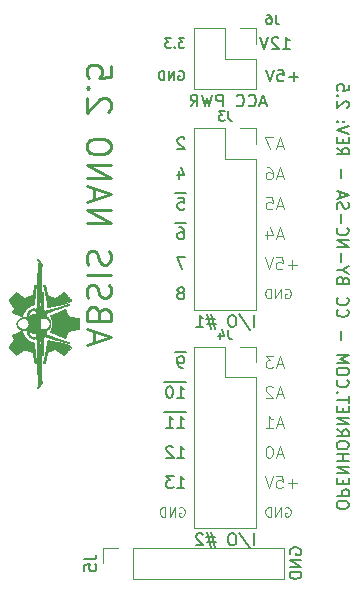
<source format=gbr>
G04 #@! TF.GenerationSoftware,KiCad,Pcbnew,(5.1.9)-1*
G04 #@! TF.CreationDate,2021-11-06T09:49:11-06:00*
G04 #@! TF.ProjectId,ABSIS_Nano,41425349-535f-44e6-916e-6f2e6b696361,1*
G04 #@! TF.SameCoordinates,Original*
G04 #@! TF.FileFunction,Legend,Bot*
G04 #@! TF.FilePolarity,Positive*
%FSLAX46Y46*%
G04 Gerber Fmt 4.6, Leading zero omitted, Abs format (unit mm)*
G04 Created by KiCad (PCBNEW (5.1.9)-1) date 2021-11-06 09:49:11*
%MOMM*%
%LPD*%
G01*
G04 APERTURE LIST*
%ADD10C,0.125000*%
%ADD11C,0.250000*%
%ADD12C,0.150000*%
%ADD13C,0.010000*%
%ADD14C,0.120000*%
G04 APERTURE END LIST*
D10*
X143174226Y-106110000D02*
X143250416Y-106071904D01*
X143364702Y-106071904D01*
X143478988Y-106110000D01*
X143555178Y-106186190D01*
X143593273Y-106262380D01*
X143631369Y-106414761D01*
X143631369Y-106529047D01*
X143593273Y-106681428D01*
X143555178Y-106757619D01*
X143478988Y-106833809D01*
X143364702Y-106871904D01*
X143288511Y-106871904D01*
X143174226Y-106833809D01*
X143136130Y-106795714D01*
X143136130Y-106529047D01*
X143288511Y-106529047D01*
X142793273Y-106871904D02*
X142793273Y-106071904D01*
X142336130Y-106871904D01*
X142336130Y-106071904D01*
X141955178Y-106871904D02*
X141955178Y-106071904D01*
X141764702Y-106071904D01*
X141650416Y-106110000D01*
X141574226Y-106186190D01*
X141536130Y-106262380D01*
X141498035Y-106414761D01*
X141498035Y-106529047D01*
X141536130Y-106681428D01*
X141574226Y-106757619D01*
X141650416Y-106833809D01*
X141764702Y-106871904D01*
X141955178Y-106871904D01*
X152124821Y-106110000D02*
X152201011Y-106071904D01*
X152315297Y-106071904D01*
X152429583Y-106110000D01*
X152505773Y-106186190D01*
X152543869Y-106262380D01*
X152581964Y-106414761D01*
X152581964Y-106529047D01*
X152543869Y-106681428D01*
X152505773Y-106757619D01*
X152429583Y-106833809D01*
X152315297Y-106871904D01*
X152239107Y-106871904D01*
X152124821Y-106833809D01*
X152086726Y-106795714D01*
X152086726Y-106529047D01*
X152239107Y-106529047D01*
X151743869Y-106871904D02*
X151743869Y-106071904D01*
X151286726Y-106871904D01*
X151286726Y-106071904D01*
X150905773Y-106871904D02*
X150905773Y-106071904D01*
X150715297Y-106071904D01*
X150601011Y-106110000D01*
X150524821Y-106186190D01*
X150486726Y-106262380D01*
X150448630Y-106414761D01*
X150448630Y-106529047D01*
X150486726Y-106681428D01*
X150524821Y-106757619D01*
X150601011Y-106833809D01*
X150715297Y-106871904D01*
X150905773Y-106871904D01*
X153105773Y-104041428D02*
X152343869Y-104041428D01*
X152724821Y-104422380D02*
X152724821Y-103660476D01*
X151391488Y-103422380D02*
X151867678Y-103422380D01*
X151915297Y-103898571D01*
X151867678Y-103850952D01*
X151772440Y-103803333D01*
X151534345Y-103803333D01*
X151439107Y-103850952D01*
X151391488Y-103898571D01*
X151343869Y-103993809D01*
X151343869Y-104231904D01*
X151391488Y-104327142D01*
X151439107Y-104374761D01*
X151534345Y-104422380D01*
X151772440Y-104422380D01*
X151867678Y-104374761D01*
X151915297Y-104327142D01*
X151058154Y-103422380D02*
X150724821Y-104422380D01*
X150391488Y-103422380D01*
D11*
X135911666Y-92109904D02*
X135911666Y-91157523D01*
X135340238Y-92300380D02*
X137340238Y-91633714D01*
X135340238Y-90967047D01*
X136387857Y-89633714D02*
X136292619Y-89348000D01*
X136197380Y-89252761D01*
X136006904Y-89157523D01*
X135721190Y-89157523D01*
X135530714Y-89252761D01*
X135435476Y-89348000D01*
X135340238Y-89538476D01*
X135340238Y-90300380D01*
X137340238Y-90300380D01*
X137340238Y-89633714D01*
X137245000Y-89443238D01*
X137149761Y-89348000D01*
X136959285Y-89252761D01*
X136768809Y-89252761D01*
X136578333Y-89348000D01*
X136483095Y-89443238D01*
X136387857Y-89633714D01*
X136387857Y-90300380D01*
X135435476Y-88395619D02*
X135340238Y-88109904D01*
X135340238Y-87633714D01*
X135435476Y-87443238D01*
X135530714Y-87348000D01*
X135721190Y-87252761D01*
X135911666Y-87252761D01*
X136102142Y-87348000D01*
X136197380Y-87443238D01*
X136292619Y-87633714D01*
X136387857Y-88014666D01*
X136483095Y-88205142D01*
X136578333Y-88300380D01*
X136768809Y-88395619D01*
X136959285Y-88395619D01*
X137149761Y-88300380D01*
X137245000Y-88205142D01*
X137340238Y-88014666D01*
X137340238Y-87538476D01*
X137245000Y-87252761D01*
X135340238Y-86395619D02*
X137340238Y-86395619D01*
X135435476Y-85538476D02*
X135340238Y-85252761D01*
X135340238Y-84776571D01*
X135435476Y-84586095D01*
X135530714Y-84490857D01*
X135721190Y-84395619D01*
X135911666Y-84395619D01*
X136102142Y-84490857D01*
X136197380Y-84586095D01*
X136292619Y-84776571D01*
X136387857Y-85157523D01*
X136483095Y-85348000D01*
X136578333Y-85443238D01*
X136768809Y-85538476D01*
X136959285Y-85538476D01*
X137149761Y-85443238D01*
X137245000Y-85348000D01*
X137340238Y-85157523D01*
X137340238Y-84681333D01*
X137245000Y-84395619D01*
X135340238Y-82014666D02*
X137340238Y-82014666D01*
X135340238Y-80871809D01*
X137340238Y-80871809D01*
X135911666Y-80014666D02*
X135911666Y-79062285D01*
X135340238Y-80205142D02*
X137340238Y-79538476D01*
X135340238Y-78871809D01*
X135340238Y-78205142D02*
X137340238Y-78205142D01*
X135340238Y-77062285D01*
X137340238Y-77062285D01*
X137340238Y-75728952D02*
X137340238Y-75348000D01*
X137245000Y-75157523D01*
X137054523Y-74967047D01*
X136673571Y-74871809D01*
X136006904Y-74871809D01*
X135625952Y-74967047D01*
X135435476Y-75157523D01*
X135340238Y-75348000D01*
X135340238Y-75728952D01*
X135435476Y-75919428D01*
X135625952Y-76109904D01*
X136006904Y-76205142D01*
X136673571Y-76205142D01*
X137054523Y-76109904D01*
X137245000Y-75919428D01*
X137340238Y-75728952D01*
X137149761Y-72586095D02*
X137245000Y-72490857D01*
X137340238Y-72300380D01*
X137340238Y-71824190D01*
X137245000Y-71633714D01*
X137149761Y-71538476D01*
X136959285Y-71443238D01*
X136768809Y-71443238D01*
X136483095Y-71538476D01*
X135340238Y-72681333D01*
X135340238Y-71443238D01*
X135530714Y-70586095D02*
X135435476Y-70490857D01*
X135340238Y-70586095D01*
X135435476Y-70681333D01*
X135530714Y-70586095D01*
X135340238Y-70586095D01*
X137340238Y-68681333D02*
X137340238Y-69633714D01*
X136387857Y-69728952D01*
X136483095Y-69633714D01*
X136578333Y-69443238D01*
X136578333Y-68967047D01*
X136483095Y-68776571D01*
X136387857Y-68681333D01*
X136197380Y-68586095D01*
X135721190Y-68586095D01*
X135530714Y-68681333D01*
X135435476Y-68776571D01*
X135340238Y-68967047D01*
X135340238Y-69443238D01*
X135435476Y-69633714D01*
X135530714Y-69728952D01*
D12*
X157493619Y-105960095D02*
X157493619Y-105769619D01*
X157446000Y-105674380D01*
X157350761Y-105579142D01*
X157160285Y-105531523D01*
X156826952Y-105531523D01*
X156636476Y-105579142D01*
X156541238Y-105674380D01*
X156493619Y-105769619D01*
X156493619Y-105960095D01*
X156541238Y-106055333D01*
X156636476Y-106150571D01*
X156826952Y-106198190D01*
X157160285Y-106198190D01*
X157350761Y-106150571D01*
X157446000Y-106055333D01*
X157493619Y-105960095D01*
X156493619Y-105102952D02*
X157493619Y-105102952D01*
X157493619Y-104722000D01*
X157446000Y-104626761D01*
X157398380Y-104579142D01*
X157303142Y-104531523D01*
X157160285Y-104531523D01*
X157065047Y-104579142D01*
X157017428Y-104626761D01*
X156969809Y-104722000D01*
X156969809Y-105102952D01*
X157017428Y-104102952D02*
X157017428Y-103769619D01*
X156493619Y-103626761D02*
X156493619Y-104102952D01*
X157493619Y-104102952D01*
X157493619Y-103626761D01*
X156493619Y-103198190D02*
X157493619Y-103198190D01*
X156493619Y-102626761D01*
X157493619Y-102626761D01*
X156493619Y-102150571D02*
X157493619Y-102150571D01*
X157017428Y-102150571D02*
X157017428Y-101579142D01*
X156493619Y-101579142D02*
X157493619Y-101579142D01*
X157493619Y-100912476D02*
X157493619Y-100722000D01*
X157446000Y-100626761D01*
X157350761Y-100531523D01*
X157160285Y-100483904D01*
X156826952Y-100483904D01*
X156636476Y-100531523D01*
X156541238Y-100626761D01*
X156493619Y-100722000D01*
X156493619Y-100912476D01*
X156541238Y-101007714D01*
X156636476Y-101102952D01*
X156826952Y-101150571D01*
X157160285Y-101150571D01*
X157350761Y-101102952D01*
X157446000Y-101007714D01*
X157493619Y-100912476D01*
X156493619Y-99483904D02*
X156969809Y-99817238D01*
X156493619Y-100055333D02*
X157493619Y-100055333D01*
X157493619Y-99674380D01*
X157446000Y-99579142D01*
X157398380Y-99531523D01*
X157303142Y-99483904D01*
X157160285Y-99483904D01*
X157065047Y-99531523D01*
X157017428Y-99579142D01*
X156969809Y-99674380D01*
X156969809Y-100055333D01*
X156493619Y-99055333D02*
X157493619Y-99055333D01*
X156493619Y-98483904D01*
X157493619Y-98483904D01*
X157017428Y-98007714D02*
X157017428Y-97674380D01*
X156493619Y-97531523D02*
X156493619Y-98007714D01*
X157493619Y-98007714D01*
X157493619Y-97531523D01*
X157493619Y-97245809D02*
X157493619Y-96674380D01*
X156493619Y-96960095D02*
X157493619Y-96960095D01*
X156588857Y-96341047D02*
X156541238Y-96293428D01*
X156493619Y-96341047D01*
X156541238Y-96388666D01*
X156588857Y-96341047D01*
X156493619Y-96341047D01*
X156588857Y-95293428D02*
X156541238Y-95341047D01*
X156493619Y-95483904D01*
X156493619Y-95579142D01*
X156541238Y-95722000D01*
X156636476Y-95817238D01*
X156731714Y-95864857D01*
X156922190Y-95912476D01*
X157065047Y-95912476D01*
X157255523Y-95864857D01*
X157350761Y-95817238D01*
X157446000Y-95722000D01*
X157493619Y-95579142D01*
X157493619Y-95483904D01*
X157446000Y-95341047D01*
X157398380Y-95293428D01*
X157493619Y-94674380D02*
X157493619Y-94483904D01*
X157446000Y-94388666D01*
X157350761Y-94293428D01*
X157160285Y-94245809D01*
X156826952Y-94245809D01*
X156636476Y-94293428D01*
X156541238Y-94388666D01*
X156493619Y-94483904D01*
X156493619Y-94674380D01*
X156541238Y-94769619D01*
X156636476Y-94864857D01*
X156826952Y-94912476D01*
X157160285Y-94912476D01*
X157350761Y-94864857D01*
X157446000Y-94769619D01*
X157493619Y-94674380D01*
X156493619Y-93817238D02*
X157493619Y-93817238D01*
X156779333Y-93483904D01*
X157493619Y-93150571D01*
X156493619Y-93150571D01*
X156874571Y-91912476D02*
X156874571Y-91150571D01*
X156588857Y-89341047D02*
X156541238Y-89388666D01*
X156493619Y-89531523D01*
X156493619Y-89626761D01*
X156541238Y-89769619D01*
X156636476Y-89864857D01*
X156731714Y-89912476D01*
X156922190Y-89960095D01*
X157065047Y-89960095D01*
X157255523Y-89912476D01*
X157350761Y-89864857D01*
X157446000Y-89769619D01*
X157493619Y-89626761D01*
X157493619Y-89531523D01*
X157446000Y-89388666D01*
X157398380Y-89341047D01*
X156588857Y-88341047D02*
X156541238Y-88388666D01*
X156493619Y-88531523D01*
X156493619Y-88626761D01*
X156541238Y-88769619D01*
X156636476Y-88864857D01*
X156731714Y-88912476D01*
X156922190Y-88960095D01*
X157065047Y-88960095D01*
X157255523Y-88912476D01*
X157350761Y-88864857D01*
X157446000Y-88769619D01*
X157493619Y-88626761D01*
X157493619Y-88531523D01*
X157446000Y-88388666D01*
X157398380Y-88341047D01*
X157017428Y-86817238D02*
X156969809Y-86674380D01*
X156922190Y-86626761D01*
X156826952Y-86579142D01*
X156684095Y-86579142D01*
X156588857Y-86626761D01*
X156541238Y-86674380D01*
X156493619Y-86769619D01*
X156493619Y-87150571D01*
X157493619Y-87150571D01*
X157493619Y-86817238D01*
X157446000Y-86722000D01*
X157398380Y-86674380D01*
X157303142Y-86626761D01*
X157207904Y-86626761D01*
X157112666Y-86674380D01*
X157065047Y-86722000D01*
X157017428Y-86817238D01*
X157017428Y-87150571D01*
X156969809Y-85960095D02*
X156493619Y-85960095D01*
X157493619Y-86293428D02*
X156969809Y-85960095D01*
X157493619Y-85626761D01*
X156874571Y-85293428D02*
X156874571Y-84531523D01*
X156493619Y-84055333D02*
X157493619Y-84055333D01*
X156493619Y-83483904D01*
X157493619Y-83483904D01*
X156588857Y-82436285D02*
X156541238Y-82483904D01*
X156493619Y-82626761D01*
X156493619Y-82722000D01*
X156541238Y-82864857D01*
X156636476Y-82960095D01*
X156731714Y-83007714D01*
X156922190Y-83055333D01*
X157065047Y-83055333D01*
X157255523Y-83007714D01*
X157350761Y-82960095D01*
X157446000Y-82864857D01*
X157493619Y-82722000D01*
X157493619Y-82626761D01*
X157446000Y-82483904D01*
X157398380Y-82436285D01*
X156874571Y-82007714D02*
X156874571Y-81245809D01*
X156541238Y-80817238D02*
X156493619Y-80674380D01*
X156493619Y-80436285D01*
X156541238Y-80341047D01*
X156588857Y-80293428D01*
X156684095Y-80245809D01*
X156779333Y-80245809D01*
X156874571Y-80293428D01*
X156922190Y-80341047D01*
X156969809Y-80436285D01*
X157017428Y-80626761D01*
X157065047Y-80722000D01*
X157112666Y-80769619D01*
X157207904Y-80817238D01*
X157303142Y-80817238D01*
X157398380Y-80769619D01*
X157446000Y-80722000D01*
X157493619Y-80626761D01*
X157493619Y-80388666D01*
X157446000Y-80245809D01*
X156779333Y-79864857D02*
X156779333Y-79388666D01*
X156493619Y-79960095D02*
X157493619Y-79626761D01*
X156493619Y-79293428D01*
X156874571Y-78198190D02*
X156874571Y-77436285D01*
X156493619Y-75626761D02*
X156969809Y-75960095D01*
X156493619Y-76198190D02*
X157493619Y-76198190D01*
X157493619Y-75817238D01*
X157446000Y-75722000D01*
X157398380Y-75674380D01*
X157303142Y-75626761D01*
X157160285Y-75626761D01*
X157065047Y-75674380D01*
X157017428Y-75722000D01*
X156969809Y-75817238D01*
X156969809Y-76198190D01*
X157017428Y-75198190D02*
X157017428Y-74864857D01*
X156493619Y-74722000D02*
X156493619Y-75198190D01*
X157493619Y-75198190D01*
X157493619Y-74722000D01*
X157493619Y-74436285D02*
X156493619Y-74102952D01*
X157493619Y-73769619D01*
X156588857Y-73436285D02*
X156541238Y-73388666D01*
X156493619Y-73436285D01*
X156541238Y-73483904D01*
X156588857Y-73436285D01*
X156493619Y-73436285D01*
X157112666Y-73436285D02*
X157065047Y-73388666D01*
X157017428Y-73436285D01*
X157065047Y-73483904D01*
X157112666Y-73436285D01*
X157017428Y-73436285D01*
X157398380Y-72245809D02*
X157446000Y-72198190D01*
X157493619Y-72102952D01*
X157493619Y-71864857D01*
X157446000Y-71769619D01*
X157398380Y-71722000D01*
X157303142Y-71674380D01*
X157207904Y-71674380D01*
X157065047Y-71722000D01*
X156493619Y-72293428D01*
X156493619Y-71674380D01*
X156588857Y-71245809D02*
X156541238Y-71198190D01*
X156493619Y-71245809D01*
X156541238Y-71293428D01*
X156588857Y-71245809D01*
X156493619Y-71245809D01*
X157493619Y-70293428D02*
X157493619Y-70769619D01*
X157017428Y-70817238D01*
X157065047Y-70769619D01*
X157112666Y-70674380D01*
X157112666Y-70436285D01*
X157065047Y-70341047D01*
X157017428Y-70293428D01*
X156922190Y-70245809D01*
X156684095Y-70245809D01*
X156588857Y-70293428D01*
X156541238Y-70341047D01*
X156493619Y-70436285D01*
X156493619Y-70674380D01*
X156541238Y-70769619D01*
X156588857Y-70817238D01*
X143598214Y-66371904D02*
X143102976Y-66371904D01*
X143369642Y-66676666D01*
X143255357Y-66676666D01*
X143179166Y-66714761D01*
X143141071Y-66752857D01*
X143102976Y-66829047D01*
X143102976Y-67019523D01*
X143141071Y-67095714D01*
X143179166Y-67133809D01*
X143255357Y-67171904D01*
X143483928Y-67171904D01*
X143560119Y-67133809D01*
X143598214Y-67095714D01*
X142760119Y-67095714D02*
X142722023Y-67133809D01*
X142760119Y-67171904D01*
X142798214Y-67133809D01*
X142760119Y-67095714D01*
X142760119Y-67171904D01*
X142455357Y-66371904D02*
X141960119Y-66371904D01*
X142226785Y-66676666D01*
X142112500Y-66676666D01*
X142036309Y-66714761D01*
X141998214Y-66752857D01*
X141960119Y-66829047D01*
X141960119Y-67019523D01*
X141998214Y-67095714D01*
X142036309Y-67133809D01*
X142112500Y-67171904D01*
X142341071Y-67171904D01*
X142417261Y-67133809D01*
X142455357Y-67095714D01*
X143102976Y-69160000D02*
X143179166Y-69121904D01*
X143293452Y-69121904D01*
X143407738Y-69160000D01*
X143483928Y-69236190D01*
X143522023Y-69312380D01*
X143560119Y-69464761D01*
X143560119Y-69579047D01*
X143522023Y-69731428D01*
X143483928Y-69807619D01*
X143407738Y-69883809D01*
X143293452Y-69921904D01*
X143217261Y-69921904D01*
X143102976Y-69883809D01*
X143064880Y-69845714D01*
X143064880Y-69579047D01*
X143217261Y-69579047D01*
X142722023Y-69921904D02*
X142722023Y-69121904D01*
X142264880Y-69921904D01*
X142264880Y-69121904D01*
X141883928Y-69921904D02*
X141883928Y-69121904D01*
X141693452Y-69121904D01*
X141579166Y-69160000D01*
X141502976Y-69236190D01*
X141464880Y-69312380D01*
X141426785Y-69464761D01*
X141426785Y-69579047D01*
X141464880Y-69731428D01*
X141502976Y-69807619D01*
X141579166Y-69883809D01*
X141693452Y-69921904D01*
X141883928Y-69921904D01*
X153217023Y-69631428D02*
X152455119Y-69631428D01*
X152836071Y-70012380D02*
X152836071Y-69250476D01*
X151502738Y-69012380D02*
X151978928Y-69012380D01*
X152026547Y-69488571D01*
X151978928Y-69440952D01*
X151883690Y-69393333D01*
X151645595Y-69393333D01*
X151550357Y-69440952D01*
X151502738Y-69488571D01*
X151455119Y-69583809D01*
X151455119Y-69821904D01*
X151502738Y-69917142D01*
X151550357Y-69964761D01*
X151645595Y-70012380D01*
X151883690Y-70012380D01*
X151978928Y-69964761D01*
X152026547Y-69917142D01*
X151169404Y-69012380D02*
X150836071Y-70012380D01*
X150502738Y-69012380D01*
X151929047Y-67262380D02*
X152500476Y-67262380D01*
X152214761Y-67262380D02*
X152214761Y-66262380D01*
X152310000Y-66405238D01*
X152405238Y-66500476D01*
X152500476Y-66548095D01*
X151548095Y-66357619D02*
X151500476Y-66310000D01*
X151405238Y-66262380D01*
X151167142Y-66262380D01*
X151071904Y-66310000D01*
X151024285Y-66357619D01*
X150976666Y-66452857D01*
X150976666Y-66548095D01*
X151024285Y-66690952D01*
X151595714Y-67262380D01*
X150976666Y-67262380D01*
X150690952Y-66262380D02*
X150357619Y-67262380D01*
X150024285Y-66262380D01*
X143386547Y-87890952D02*
X143481785Y-87843333D01*
X143529404Y-87795714D01*
X143577023Y-87700476D01*
X143577023Y-87652857D01*
X143529404Y-87557619D01*
X143481785Y-87510000D01*
X143386547Y-87462380D01*
X143196071Y-87462380D01*
X143100833Y-87510000D01*
X143053214Y-87557619D01*
X143005595Y-87652857D01*
X143005595Y-87700476D01*
X143053214Y-87795714D01*
X143100833Y-87843333D01*
X143196071Y-87890952D01*
X143386547Y-87890952D01*
X143481785Y-87938571D01*
X143529404Y-87986190D01*
X143577023Y-88081428D01*
X143577023Y-88271904D01*
X143529404Y-88367142D01*
X143481785Y-88414761D01*
X143386547Y-88462380D01*
X143196071Y-88462380D01*
X143100833Y-88414761D01*
X143053214Y-88367142D01*
X143005595Y-88271904D01*
X143005595Y-88081428D01*
X143053214Y-87986190D01*
X143100833Y-87938571D01*
X143196071Y-87890952D01*
X143624642Y-84922380D02*
X142957976Y-84922380D01*
X143386547Y-85922380D01*
X143005595Y-104422380D02*
X143577023Y-104422380D01*
X143291309Y-104422380D02*
X143291309Y-103422380D01*
X143386547Y-103565238D01*
X143481785Y-103660476D01*
X143577023Y-103708095D01*
X142672261Y-103422380D02*
X142053214Y-103422380D01*
X142386547Y-103803333D01*
X142243690Y-103803333D01*
X142148452Y-103850952D01*
X142100833Y-103898571D01*
X142053214Y-103993809D01*
X142053214Y-104231904D01*
X142100833Y-104327142D01*
X142148452Y-104374761D01*
X142243690Y-104422380D01*
X142529404Y-104422380D01*
X142624642Y-104374761D01*
X142672261Y-104327142D01*
X143767500Y-82015000D02*
X142815119Y-82015000D01*
X143100833Y-82382380D02*
X143291309Y-82382380D01*
X143386547Y-82430000D01*
X143434166Y-82477619D01*
X143529404Y-82620476D01*
X143577023Y-82810952D01*
X143577023Y-83191904D01*
X143529404Y-83287142D01*
X143481785Y-83334761D01*
X143386547Y-83382380D01*
X143196071Y-83382380D01*
X143100833Y-83334761D01*
X143053214Y-83287142D01*
X143005595Y-83191904D01*
X143005595Y-82953809D01*
X143053214Y-82858571D01*
X143100833Y-82810952D01*
X143196071Y-82763333D01*
X143386547Y-82763333D01*
X143481785Y-82810952D01*
X143529404Y-82858571D01*
X143577023Y-82953809D01*
X143005595Y-101882380D02*
X143577023Y-101882380D01*
X143291309Y-101882380D02*
X143291309Y-100882380D01*
X143386547Y-101025238D01*
X143481785Y-101120476D01*
X143577023Y-101168095D01*
X142624642Y-100977619D02*
X142577023Y-100930000D01*
X142481785Y-100882380D01*
X142243690Y-100882380D01*
X142148452Y-100930000D01*
X142100833Y-100977619D01*
X142053214Y-101072857D01*
X142053214Y-101168095D01*
X142100833Y-101310952D01*
X142672261Y-101882380D01*
X142053214Y-101882380D01*
X143767500Y-79502000D02*
X142815119Y-79502000D01*
X143053214Y-79869380D02*
X143529404Y-79869380D01*
X143577023Y-80345571D01*
X143529404Y-80297952D01*
X143434166Y-80250333D01*
X143196071Y-80250333D01*
X143100833Y-80297952D01*
X143053214Y-80345571D01*
X143005595Y-80440809D01*
X143005595Y-80678904D01*
X143053214Y-80774142D01*
X143100833Y-80821761D01*
X143196071Y-80869380D01*
X143434166Y-80869380D01*
X143529404Y-80821761D01*
X143577023Y-80774142D01*
X143767500Y-97975000D02*
X142815119Y-97975000D01*
X143005595Y-99342380D02*
X143577023Y-99342380D01*
X143291309Y-99342380D02*
X143291309Y-98342380D01*
X143386547Y-98485238D01*
X143481785Y-98580476D01*
X143577023Y-98628095D01*
X142815119Y-97975000D02*
X141862738Y-97975000D01*
X142053214Y-99342380D02*
X142624642Y-99342380D01*
X142338928Y-99342380D02*
X142338928Y-98342380D01*
X142434166Y-98485238D01*
X142529404Y-98580476D01*
X142624642Y-98628095D01*
X143100833Y-77635714D02*
X143100833Y-78302380D01*
X143338928Y-77254761D02*
X143577023Y-77969047D01*
X142957976Y-77969047D01*
X143767500Y-95435000D02*
X142815119Y-95435000D01*
X143005595Y-96802380D02*
X143577023Y-96802380D01*
X143291309Y-96802380D02*
X143291309Y-95802380D01*
X143386547Y-95945238D01*
X143481785Y-96040476D01*
X143577023Y-96088095D01*
X142815119Y-95435000D02*
X141862738Y-95435000D01*
X142386547Y-95802380D02*
X142291309Y-95802380D01*
X142196071Y-95850000D01*
X142148452Y-95897619D01*
X142100833Y-95992857D01*
X142053214Y-96183333D01*
X142053214Y-96421428D01*
X142100833Y-96611904D01*
X142148452Y-96707142D01*
X142196071Y-96754761D01*
X142291309Y-96802380D01*
X142386547Y-96802380D01*
X142481785Y-96754761D01*
X142529404Y-96707142D01*
X142577023Y-96611904D01*
X142624642Y-96421428D01*
X142624642Y-96183333D01*
X142577023Y-95992857D01*
X142529404Y-95897619D01*
X142481785Y-95850000D01*
X142386547Y-95802380D01*
X143577023Y-74857619D02*
X143529404Y-74810000D01*
X143434166Y-74762380D01*
X143196071Y-74762380D01*
X143100833Y-74810000D01*
X143053214Y-74857619D01*
X143005595Y-74952857D01*
X143005595Y-75048095D01*
X143053214Y-75190952D01*
X143624642Y-75762380D01*
X143005595Y-75762380D01*
X143767500Y-92895000D02*
X142815119Y-92895000D01*
X143481785Y-94262380D02*
X143291309Y-94262380D01*
X143196071Y-94214761D01*
X143148452Y-94167142D01*
X143053214Y-94024285D01*
X143005595Y-93833809D01*
X143005595Y-93452857D01*
X143053214Y-93357619D01*
X143100833Y-93310000D01*
X143196071Y-93262380D01*
X143386547Y-93262380D01*
X143481785Y-93310000D01*
X143529404Y-93357619D01*
X143577023Y-93452857D01*
X143577023Y-93690952D01*
X143529404Y-93786190D01*
X143481785Y-93833809D01*
X143386547Y-93881428D01*
X143196071Y-93881428D01*
X143100833Y-93833809D01*
X143053214Y-93786190D01*
X143005595Y-93690952D01*
D10*
X151915297Y-83096666D02*
X151439107Y-83096666D01*
X152010535Y-83382380D02*
X151677202Y-82382380D01*
X151343869Y-83382380D01*
X150581964Y-82715714D02*
X150581964Y-83382380D01*
X150820059Y-82334761D02*
X151058154Y-83049047D01*
X150439107Y-83049047D01*
X151915297Y-101596666D02*
X151439107Y-101596666D01*
X152010535Y-101882380D02*
X151677202Y-100882380D01*
X151343869Y-101882380D01*
X150820059Y-100882380D02*
X150724821Y-100882380D01*
X150629583Y-100930000D01*
X150581964Y-100977619D01*
X150534345Y-101072857D01*
X150486726Y-101263333D01*
X150486726Y-101501428D01*
X150534345Y-101691904D01*
X150581964Y-101787142D01*
X150629583Y-101834761D01*
X150724821Y-101882380D01*
X150820059Y-101882380D01*
X150915297Y-101834761D01*
X150962916Y-101787142D01*
X151010535Y-101691904D01*
X151058154Y-101501428D01*
X151058154Y-101263333D01*
X151010535Y-101072857D01*
X150962916Y-100977619D01*
X150915297Y-100930000D01*
X150820059Y-100882380D01*
X151915297Y-80556666D02*
X151439107Y-80556666D01*
X152010535Y-80842380D02*
X151677202Y-79842380D01*
X151343869Y-80842380D01*
X150534345Y-79842380D02*
X151010535Y-79842380D01*
X151058154Y-80318571D01*
X151010535Y-80270952D01*
X150915297Y-80223333D01*
X150677202Y-80223333D01*
X150581964Y-80270952D01*
X150534345Y-80318571D01*
X150486726Y-80413809D01*
X150486726Y-80651904D01*
X150534345Y-80747142D01*
X150581964Y-80794761D01*
X150677202Y-80842380D01*
X150915297Y-80842380D01*
X151010535Y-80794761D01*
X151058154Y-80747142D01*
X151915297Y-99056666D02*
X151439107Y-99056666D01*
X152010535Y-99342380D02*
X151677202Y-98342380D01*
X151343869Y-99342380D01*
X150486726Y-99342380D02*
X151058154Y-99342380D01*
X150772440Y-99342380D02*
X150772440Y-98342380D01*
X150867678Y-98485238D01*
X150962916Y-98580476D01*
X151058154Y-98628095D01*
X151915297Y-78016666D02*
X151439107Y-78016666D01*
X152010535Y-78302380D02*
X151677202Y-77302380D01*
X151343869Y-78302380D01*
X150581964Y-77302380D02*
X150772440Y-77302380D01*
X150867678Y-77350000D01*
X150915297Y-77397619D01*
X151010535Y-77540476D01*
X151058154Y-77730952D01*
X151058154Y-78111904D01*
X151010535Y-78207142D01*
X150962916Y-78254761D01*
X150867678Y-78302380D01*
X150677202Y-78302380D01*
X150581964Y-78254761D01*
X150534345Y-78207142D01*
X150486726Y-78111904D01*
X150486726Y-77873809D01*
X150534345Y-77778571D01*
X150581964Y-77730952D01*
X150677202Y-77683333D01*
X150867678Y-77683333D01*
X150962916Y-77730952D01*
X151010535Y-77778571D01*
X151058154Y-77873809D01*
X151915297Y-96516666D02*
X151439107Y-96516666D01*
X152010535Y-96802380D02*
X151677202Y-95802380D01*
X151343869Y-96802380D01*
X151058154Y-95897619D02*
X151010535Y-95850000D01*
X150915297Y-95802380D01*
X150677202Y-95802380D01*
X150581964Y-95850000D01*
X150534345Y-95897619D01*
X150486726Y-95992857D01*
X150486726Y-96088095D01*
X150534345Y-96230952D01*
X151105773Y-96802380D01*
X150486726Y-96802380D01*
X151915297Y-75476666D02*
X151439107Y-75476666D01*
X152010535Y-75762380D02*
X151677202Y-74762380D01*
X151343869Y-75762380D01*
X151105773Y-74762380D02*
X150439107Y-74762380D01*
X150867678Y-75762380D01*
X151915297Y-93976666D02*
X151439107Y-93976666D01*
X152010535Y-94262380D02*
X151677202Y-93262380D01*
X151343869Y-94262380D01*
X151105773Y-93262380D02*
X150486726Y-93262380D01*
X150820059Y-93643333D01*
X150677202Y-93643333D01*
X150581964Y-93690952D01*
X150534345Y-93738571D01*
X150486726Y-93833809D01*
X150486726Y-94071904D01*
X150534345Y-94167142D01*
X150581964Y-94214761D01*
X150677202Y-94262380D01*
X150962916Y-94262380D01*
X151058154Y-94214761D01*
X151105773Y-94167142D01*
X152124821Y-87610000D02*
X152201011Y-87571904D01*
X152315297Y-87571904D01*
X152429583Y-87610000D01*
X152505773Y-87686190D01*
X152543869Y-87762380D01*
X152581964Y-87914761D01*
X152581964Y-88029047D01*
X152543869Y-88181428D01*
X152505773Y-88257619D01*
X152429583Y-88333809D01*
X152315297Y-88371904D01*
X152239107Y-88371904D01*
X152124821Y-88333809D01*
X152086726Y-88295714D01*
X152086726Y-88029047D01*
X152239107Y-88029047D01*
X151743869Y-88371904D02*
X151743869Y-87571904D01*
X151286726Y-88371904D01*
X151286726Y-87571904D01*
X150905773Y-88371904D02*
X150905773Y-87571904D01*
X150715297Y-87571904D01*
X150601011Y-87610000D01*
X150524821Y-87686190D01*
X150486726Y-87762380D01*
X150448630Y-87914761D01*
X150448630Y-88029047D01*
X150486726Y-88181428D01*
X150524821Y-88257619D01*
X150601011Y-88333809D01*
X150715297Y-88371904D01*
X150905773Y-88371904D01*
X153105773Y-85541428D02*
X152343869Y-85541428D01*
X152724821Y-85922380D02*
X152724821Y-85160476D01*
X151391488Y-84922380D02*
X151867678Y-84922380D01*
X151915297Y-85398571D01*
X151867678Y-85350952D01*
X151772440Y-85303333D01*
X151534345Y-85303333D01*
X151439107Y-85350952D01*
X151391488Y-85398571D01*
X151343869Y-85493809D01*
X151343869Y-85731904D01*
X151391488Y-85827142D01*
X151439107Y-85874761D01*
X151534345Y-85922380D01*
X151772440Y-85922380D01*
X151867678Y-85874761D01*
X151915297Y-85827142D01*
X151058154Y-84922380D02*
X150724821Y-85922380D01*
X150391488Y-84922380D01*
D13*
G36*
X131027831Y-93806870D02*
G01*
X131026462Y-93794057D01*
X131024247Y-93773826D01*
X131021245Y-93746674D01*
X131017511Y-93713097D01*
X131013101Y-93673594D01*
X131008071Y-93628660D01*
X131002478Y-93578793D01*
X130996378Y-93524491D01*
X130989827Y-93466249D01*
X130982882Y-93404566D01*
X130975598Y-93339938D01*
X130968032Y-93272862D01*
X130960240Y-93203835D01*
X130952279Y-93133355D01*
X130944204Y-93061919D01*
X130936072Y-92990022D01*
X130927939Y-92918164D01*
X130919861Y-92846840D01*
X130911895Y-92776548D01*
X130904096Y-92707784D01*
X130896522Y-92641047D01*
X130889227Y-92576832D01*
X130882269Y-92515637D01*
X130875704Y-92457959D01*
X130869587Y-92404295D01*
X130863976Y-92355142D01*
X130858926Y-92310998D01*
X130854494Y-92272358D01*
X130850735Y-92239721D01*
X130847707Y-92213584D01*
X130845464Y-92194442D01*
X130844065Y-92182794D01*
X130843671Y-92179738D01*
X130841213Y-92168177D01*
X130836850Y-92162389D01*
X130829242Y-92159800D01*
X130822829Y-92157553D01*
X130809602Y-92152162D01*
X130790437Y-92144020D01*
X130766210Y-92133522D01*
X130737800Y-92121062D01*
X130706083Y-92107034D01*
X130671935Y-92091832D01*
X130636234Y-92075850D01*
X130599856Y-92059483D01*
X130563679Y-92043125D01*
X130528578Y-92027171D01*
X130495432Y-92012013D01*
X130465117Y-91998047D01*
X130438510Y-91985667D01*
X130416487Y-91975267D01*
X130399926Y-91967241D01*
X130392168Y-91963307D01*
X130356833Y-91942436D01*
X130318669Y-91915821D01*
X130279330Y-91884899D01*
X130240470Y-91851110D01*
X130203741Y-91815893D01*
X130170798Y-91780685D01*
X130143292Y-91746926D01*
X130142926Y-91746433D01*
X130137854Y-91738815D01*
X130128967Y-91724594D01*
X130116692Y-91704493D01*
X130101455Y-91679238D01*
X130083681Y-91649554D01*
X130063796Y-91616165D01*
X130042225Y-91579797D01*
X130019395Y-91541174D01*
X129995731Y-91501021D01*
X129971659Y-91460063D01*
X129947604Y-91419024D01*
X129923992Y-91378630D01*
X129901250Y-91339606D01*
X129879802Y-91302675D01*
X129860075Y-91268564D01*
X129842494Y-91237996D01*
X129827485Y-91211698D01*
X129815474Y-91190392D01*
X129806886Y-91174806D01*
X129804083Y-91169527D01*
X129794284Y-91150659D01*
X129406934Y-91310948D01*
X129338306Y-91339406D01*
X129275631Y-91365520D01*
X129219111Y-91389201D01*
X129168952Y-91410362D01*
X129125358Y-91428916D01*
X129088533Y-91444774D01*
X129058680Y-91457850D01*
X129036005Y-91468055D01*
X129020711Y-91475302D01*
X129013003Y-91479505D01*
X129012175Y-91480187D01*
X129006458Y-91491067D01*
X129004767Y-91499996D01*
X129006714Y-91506024D01*
X129012271Y-91518640D01*
X129021013Y-91536988D01*
X129032514Y-91560213D01*
X129046348Y-91587458D01*
X129062090Y-91617869D01*
X129079313Y-91650591D01*
X129085200Y-91661657D01*
X129106075Y-91700894D01*
X129123218Y-91733452D01*
X129136939Y-91760090D01*
X129147552Y-91781568D01*
X129155367Y-91798646D01*
X129160694Y-91812084D01*
X129163846Y-91822640D01*
X129165134Y-91831076D01*
X129164869Y-91838150D01*
X129163361Y-91844622D01*
X129161882Y-91848816D01*
X129158986Y-91853660D01*
X129151629Y-91864977D01*
X129140149Y-91882265D01*
X129124887Y-91905024D01*
X129106181Y-91932752D01*
X129084372Y-91964949D01*
X129059799Y-92001113D01*
X129032801Y-92040744D01*
X129003718Y-92083340D01*
X128972890Y-92128400D01*
X128940655Y-92175423D01*
X128933282Y-92186166D01*
X128894737Y-92242322D01*
X128860715Y-92291932D01*
X128830950Y-92335434D01*
X128805179Y-92373264D01*
X128783134Y-92405859D01*
X128764552Y-92433657D01*
X128749167Y-92457094D01*
X128736714Y-92476607D01*
X128726927Y-92492634D01*
X128719542Y-92505610D01*
X128714292Y-92515974D01*
X128710914Y-92524163D01*
X128709141Y-92530612D01*
X128708709Y-92535760D01*
X128709352Y-92540043D01*
X128710805Y-92543898D01*
X128712803Y-92547763D01*
X128713285Y-92548650D01*
X128717102Y-92553189D01*
X128726436Y-92563183D01*
X128740788Y-92578132D01*
X128759660Y-92597538D01*
X128782553Y-92620904D01*
X128808969Y-92647730D01*
X128838410Y-92677519D01*
X128870378Y-92709772D01*
X128904373Y-92743990D01*
X128939899Y-92779675D01*
X128976456Y-92816330D01*
X129013547Y-92853455D01*
X129050672Y-92890553D01*
X129087335Y-92927124D01*
X129123035Y-92962671D01*
X129157276Y-92996695D01*
X129189558Y-93028699D01*
X129219384Y-93058182D01*
X129246255Y-93084648D01*
X129269673Y-93107598D01*
X129289140Y-93126534D01*
X129304156Y-93140956D01*
X129314225Y-93150368D01*
X129318847Y-93154270D01*
X129318882Y-93154289D01*
X129328131Y-93158465D01*
X129337046Y-93160274D01*
X129346797Y-93159285D01*
X129358555Y-93155061D01*
X129373491Y-93147169D01*
X129392775Y-93135174D01*
X129417578Y-93118643D01*
X129420707Y-93116520D01*
X129434852Y-93106883D01*
X129455255Y-93092945D01*
X129481193Y-93075199D01*
X129511945Y-93054140D01*
X129546792Y-93030261D01*
X129585013Y-93004056D01*
X129625885Y-92976021D01*
X129668689Y-92946648D01*
X129712704Y-92916433D01*
X129751950Y-92889479D01*
X129794791Y-92860098D01*
X129835856Y-92832024D01*
X129874573Y-92805642D01*
X129910374Y-92781336D01*
X129942688Y-92759490D01*
X129970944Y-92740489D01*
X129994573Y-92724717D01*
X130013005Y-92712559D01*
X130025669Y-92704399D01*
X130031995Y-92700621D01*
X130032273Y-92700493D01*
X130045364Y-92696391D01*
X130057553Y-92694700D01*
X130063661Y-92696264D01*
X130076875Y-92700764D01*
X130096470Y-92707909D01*
X130121725Y-92717410D01*
X130151916Y-92728977D01*
X130186321Y-92742319D01*
X130224217Y-92757146D01*
X130264880Y-92773170D01*
X130307588Y-92790099D01*
X130351618Y-92807644D01*
X130396247Y-92825515D01*
X130440751Y-92843421D01*
X130484409Y-92861074D01*
X130526497Y-92878182D01*
X130566291Y-92894456D01*
X130603070Y-92909607D01*
X130636110Y-92923343D01*
X130664689Y-92935376D01*
X130688083Y-92945414D01*
X130705569Y-92953169D01*
X130716425Y-92958350D01*
X130719657Y-92960261D01*
X130728905Y-92969022D01*
X130735357Y-92976857D01*
X130735922Y-92977812D01*
X130737215Y-92982897D01*
X130739931Y-92995728D01*
X130743958Y-93015725D01*
X130749186Y-93042306D01*
X130755503Y-93074893D01*
X130762797Y-93112903D01*
X130770958Y-93155757D01*
X130779874Y-93202875D01*
X130789435Y-93253675D01*
X130799528Y-93307578D01*
X130810043Y-93364003D01*
X130814302Y-93386931D01*
X130827938Y-93460205D01*
X130840159Y-93525435D01*
X130851024Y-93582914D01*
X130860592Y-93632934D01*
X130868921Y-93675789D01*
X130876069Y-93711772D01*
X130882095Y-93741175D01*
X130887058Y-93764293D01*
X130891015Y-93781418D01*
X130894025Y-93792843D01*
X130896146Y-93798862D01*
X130896576Y-93799600D01*
X130903679Y-93807900D01*
X130912037Y-93813733D01*
X130923218Y-93817513D01*
X130938788Y-93819654D01*
X130960314Y-93820570D01*
X130976442Y-93820704D01*
X130998120Y-93820663D01*
X131012726Y-93820317D01*
X131021653Y-93819426D01*
X131026294Y-93817751D01*
X131028045Y-93815050D01*
X131028301Y-93811767D01*
X131027831Y-93806870D01*
G37*
X131027831Y-93806870D02*
X131026462Y-93794057D01*
X131024247Y-93773826D01*
X131021245Y-93746674D01*
X131017511Y-93713097D01*
X131013101Y-93673594D01*
X131008071Y-93628660D01*
X131002478Y-93578793D01*
X130996378Y-93524491D01*
X130989827Y-93466249D01*
X130982882Y-93404566D01*
X130975598Y-93339938D01*
X130968032Y-93272862D01*
X130960240Y-93203835D01*
X130952279Y-93133355D01*
X130944204Y-93061919D01*
X130936072Y-92990022D01*
X130927939Y-92918164D01*
X130919861Y-92846840D01*
X130911895Y-92776548D01*
X130904096Y-92707784D01*
X130896522Y-92641047D01*
X130889227Y-92576832D01*
X130882269Y-92515637D01*
X130875704Y-92457959D01*
X130869587Y-92404295D01*
X130863976Y-92355142D01*
X130858926Y-92310998D01*
X130854494Y-92272358D01*
X130850735Y-92239721D01*
X130847707Y-92213584D01*
X130845464Y-92194442D01*
X130844065Y-92182794D01*
X130843671Y-92179738D01*
X130841213Y-92168177D01*
X130836850Y-92162389D01*
X130829242Y-92159800D01*
X130822829Y-92157553D01*
X130809602Y-92152162D01*
X130790437Y-92144020D01*
X130766210Y-92133522D01*
X130737800Y-92121062D01*
X130706083Y-92107034D01*
X130671935Y-92091832D01*
X130636234Y-92075850D01*
X130599856Y-92059483D01*
X130563679Y-92043125D01*
X130528578Y-92027171D01*
X130495432Y-92012013D01*
X130465117Y-91998047D01*
X130438510Y-91985667D01*
X130416487Y-91975267D01*
X130399926Y-91967241D01*
X130392168Y-91963307D01*
X130356833Y-91942436D01*
X130318669Y-91915821D01*
X130279330Y-91884899D01*
X130240470Y-91851110D01*
X130203741Y-91815893D01*
X130170798Y-91780685D01*
X130143292Y-91746926D01*
X130142926Y-91746433D01*
X130137854Y-91738815D01*
X130128967Y-91724594D01*
X130116692Y-91704493D01*
X130101455Y-91679238D01*
X130083681Y-91649554D01*
X130063796Y-91616165D01*
X130042225Y-91579797D01*
X130019395Y-91541174D01*
X129995731Y-91501021D01*
X129971659Y-91460063D01*
X129947604Y-91419024D01*
X129923992Y-91378630D01*
X129901250Y-91339606D01*
X129879802Y-91302675D01*
X129860075Y-91268564D01*
X129842494Y-91237996D01*
X129827485Y-91211698D01*
X129815474Y-91190392D01*
X129806886Y-91174806D01*
X129804083Y-91169527D01*
X129794284Y-91150659D01*
X129406934Y-91310948D01*
X129338306Y-91339406D01*
X129275631Y-91365520D01*
X129219111Y-91389201D01*
X129168952Y-91410362D01*
X129125358Y-91428916D01*
X129088533Y-91444774D01*
X129058680Y-91457850D01*
X129036005Y-91468055D01*
X129020711Y-91475302D01*
X129013003Y-91479505D01*
X129012175Y-91480187D01*
X129006458Y-91491067D01*
X129004767Y-91499996D01*
X129006714Y-91506024D01*
X129012271Y-91518640D01*
X129021013Y-91536988D01*
X129032514Y-91560213D01*
X129046348Y-91587458D01*
X129062090Y-91617869D01*
X129079313Y-91650591D01*
X129085200Y-91661657D01*
X129106075Y-91700894D01*
X129123218Y-91733452D01*
X129136939Y-91760090D01*
X129147552Y-91781568D01*
X129155367Y-91798646D01*
X129160694Y-91812084D01*
X129163846Y-91822640D01*
X129165134Y-91831076D01*
X129164869Y-91838150D01*
X129163361Y-91844622D01*
X129161882Y-91848816D01*
X129158986Y-91853660D01*
X129151629Y-91864977D01*
X129140149Y-91882265D01*
X129124887Y-91905024D01*
X129106181Y-91932752D01*
X129084372Y-91964949D01*
X129059799Y-92001113D01*
X129032801Y-92040744D01*
X129003718Y-92083340D01*
X128972890Y-92128400D01*
X128940655Y-92175423D01*
X128933282Y-92186166D01*
X128894737Y-92242322D01*
X128860715Y-92291932D01*
X128830950Y-92335434D01*
X128805179Y-92373264D01*
X128783134Y-92405859D01*
X128764552Y-92433657D01*
X128749167Y-92457094D01*
X128736714Y-92476607D01*
X128726927Y-92492634D01*
X128719542Y-92505610D01*
X128714292Y-92515974D01*
X128710914Y-92524163D01*
X128709141Y-92530612D01*
X128708709Y-92535760D01*
X128709352Y-92540043D01*
X128710805Y-92543898D01*
X128712803Y-92547763D01*
X128713285Y-92548650D01*
X128717102Y-92553189D01*
X128726436Y-92563183D01*
X128740788Y-92578132D01*
X128759660Y-92597538D01*
X128782553Y-92620904D01*
X128808969Y-92647730D01*
X128838410Y-92677519D01*
X128870378Y-92709772D01*
X128904373Y-92743990D01*
X128939899Y-92779675D01*
X128976456Y-92816330D01*
X129013547Y-92853455D01*
X129050672Y-92890553D01*
X129087335Y-92927124D01*
X129123035Y-92962671D01*
X129157276Y-92996695D01*
X129189558Y-93028699D01*
X129219384Y-93058182D01*
X129246255Y-93084648D01*
X129269673Y-93107598D01*
X129289140Y-93126534D01*
X129304156Y-93140956D01*
X129314225Y-93150368D01*
X129318847Y-93154270D01*
X129318882Y-93154289D01*
X129328131Y-93158465D01*
X129337046Y-93160274D01*
X129346797Y-93159285D01*
X129358555Y-93155061D01*
X129373491Y-93147169D01*
X129392775Y-93135174D01*
X129417578Y-93118643D01*
X129420707Y-93116520D01*
X129434852Y-93106883D01*
X129455255Y-93092945D01*
X129481193Y-93075199D01*
X129511945Y-93054140D01*
X129546792Y-93030261D01*
X129585013Y-93004056D01*
X129625885Y-92976021D01*
X129668689Y-92946648D01*
X129712704Y-92916433D01*
X129751950Y-92889479D01*
X129794791Y-92860098D01*
X129835856Y-92832024D01*
X129874573Y-92805642D01*
X129910374Y-92781336D01*
X129942688Y-92759490D01*
X129970944Y-92740489D01*
X129994573Y-92724717D01*
X130013005Y-92712559D01*
X130025669Y-92704399D01*
X130031995Y-92700621D01*
X130032273Y-92700493D01*
X130045364Y-92696391D01*
X130057553Y-92694700D01*
X130063661Y-92696264D01*
X130076875Y-92700764D01*
X130096470Y-92707909D01*
X130121725Y-92717410D01*
X130151916Y-92728977D01*
X130186321Y-92742319D01*
X130224217Y-92757146D01*
X130264880Y-92773170D01*
X130307588Y-92790099D01*
X130351618Y-92807644D01*
X130396247Y-92825515D01*
X130440751Y-92843421D01*
X130484409Y-92861074D01*
X130526497Y-92878182D01*
X130566291Y-92894456D01*
X130603070Y-92909607D01*
X130636110Y-92923343D01*
X130664689Y-92935376D01*
X130688083Y-92945414D01*
X130705569Y-92953169D01*
X130716425Y-92958350D01*
X130719657Y-92960261D01*
X130728905Y-92969022D01*
X130735357Y-92976857D01*
X130735922Y-92977812D01*
X130737215Y-92982897D01*
X130739931Y-92995728D01*
X130743958Y-93015725D01*
X130749186Y-93042306D01*
X130755503Y-93074893D01*
X130762797Y-93112903D01*
X130770958Y-93155757D01*
X130779874Y-93202875D01*
X130789435Y-93253675D01*
X130799528Y-93307578D01*
X130810043Y-93364003D01*
X130814302Y-93386931D01*
X130827938Y-93460205D01*
X130840159Y-93525435D01*
X130851024Y-93582914D01*
X130860592Y-93632934D01*
X130868921Y-93675789D01*
X130876069Y-93711772D01*
X130882095Y-93741175D01*
X130887058Y-93764293D01*
X130891015Y-93781418D01*
X130894025Y-93792843D01*
X130896146Y-93798862D01*
X130896576Y-93799600D01*
X130903679Y-93807900D01*
X130912037Y-93813733D01*
X130923218Y-93817513D01*
X130938788Y-93819654D01*
X130960314Y-93820570D01*
X130976442Y-93820704D01*
X130998120Y-93820663D01*
X131012726Y-93820317D01*
X131021653Y-93819426D01*
X131026294Y-93817751D01*
X131028045Y-93815050D01*
X131028301Y-93811767D01*
X131027831Y-93806870D01*
G36*
X131028029Y-87226703D02*
G01*
X131026254Y-87223867D01*
X131021537Y-87222173D01*
X131012439Y-87221326D01*
X130997519Y-87221033D01*
X130979481Y-87221000D01*
X130950841Y-87221696D01*
X130929321Y-87224001D01*
X130913674Y-87228241D01*
X130902651Y-87234742D01*
X130895602Y-87242871D01*
X130893888Y-87248460D01*
X130890760Y-87261850D01*
X130886324Y-87282512D01*
X130880682Y-87309919D01*
X130873939Y-87343541D01*
X130866198Y-87382850D01*
X130857565Y-87427317D01*
X130848142Y-87476414D01*
X130838033Y-87529613D01*
X130827343Y-87586385D01*
X130816176Y-87646200D01*
X130814628Y-87654532D01*
X130803974Y-87711765D01*
X130793701Y-87766701D01*
X130783918Y-87818759D01*
X130774738Y-87867360D01*
X130766271Y-87911923D01*
X130758629Y-87951869D01*
X130751923Y-87986617D01*
X130746264Y-88015587D01*
X130741762Y-88038199D01*
X130738530Y-88053873D01*
X130736679Y-88062028D01*
X130736353Y-88063049D01*
X130733725Y-88067339D01*
X130730289Y-88071546D01*
X130725533Y-88075902D01*
X130718948Y-88080638D01*
X130710023Y-88085984D01*
X130698247Y-88092173D01*
X130683109Y-88099434D01*
X130664100Y-88107999D01*
X130640709Y-88118099D01*
X130612424Y-88129965D01*
X130578736Y-88143828D01*
X130539134Y-88159919D01*
X130493107Y-88178469D01*
X130440145Y-88199708D01*
X130390113Y-88219722D01*
X130324235Y-88245990D01*
X130266001Y-88269066D01*
X130215239Y-88289018D01*
X130171777Y-88305910D01*
X130135444Y-88319807D01*
X130106069Y-88330775D01*
X130083478Y-88338879D01*
X130067502Y-88344184D01*
X130057967Y-88346757D01*
X130055680Y-88347040D01*
X130041481Y-88345324D01*
X130028687Y-88341199D01*
X130028096Y-88340900D01*
X130022920Y-88337636D01*
X130011288Y-88329931D01*
X129993721Y-88318138D01*
X129970737Y-88302611D01*
X129942860Y-88283706D01*
X129910609Y-88261775D01*
X129874505Y-88237172D01*
X129835069Y-88210253D01*
X129792821Y-88181371D01*
X129748283Y-88150880D01*
X129706362Y-88122143D01*
X129659939Y-88090301D01*
X129615160Y-88059589D01*
X129572568Y-88030377D01*
X129532702Y-88003037D01*
X129496104Y-87977940D01*
X129463314Y-87955455D01*
X129434873Y-87935955D01*
X129411322Y-87919809D01*
X129393201Y-87907390D01*
X129381052Y-87899066D01*
X129375767Y-87895450D01*
X129356435Y-87884833D01*
X129339816Y-87881400D01*
X129337137Y-87881598D01*
X129334116Y-87882419D01*
X129330397Y-87884204D01*
X129325622Y-87887292D01*
X129319435Y-87892025D01*
X129311477Y-87898741D01*
X129301393Y-87907782D01*
X129288824Y-87919487D01*
X129273413Y-87934198D01*
X129254804Y-87952253D01*
X129232638Y-87973994D01*
X129206559Y-87999761D01*
X129176210Y-88029893D01*
X129141233Y-88064732D01*
X129101270Y-88104617D01*
X129055966Y-88149889D01*
X129016441Y-88189407D01*
X128965485Y-88240302D01*
X128920149Y-88285518D01*
X128880141Y-88325438D01*
X128845170Y-88360446D01*
X128814947Y-88390924D01*
X128789179Y-88417257D01*
X128767577Y-88439827D01*
X128749849Y-88459018D01*
X128735704Y-88475214D01*
X128724852Y-88488796D01*
X128717002Y-88500150D01*
X128711863Y-88509659D01*
X128709145Y-88517705D01*
X128708555Y-88524672D01*
X128709804Y-88530943D01*
X128712601Y-88536902D01*
X128716655Y-88542933D01*
X128721675Y-88549417D01*
X128727370Y-88556740D01*
X128732432Y-88563773D01*
X128738510Y-88572662D01*
X128748973Y-88587940D01*
X128763418Y-88609018D01*
X128781437Y-88635303D01*
X128802627Y-88666206D01*
X128826582Y-88701135D01*
X128852896Y-88739500D01*
X128881165Y-88780709D01*
X128910984Y-88824173D01*
X128941946Y-88869299D01*
X128959616Y-88895049D01*
X128995792Y-88947795D01*
X129027455Y-88994037D01*
X129054904Y-89034234D01*
X129078439Y-89068848D01*
X129098359Y-89098340D01*
X129114963Y-89123169D01*
X129128551Y-89143798D01*
X129139422Y-89160687D01*
X129147874Y-89174297D01*
X129154209Y-89185089D01*
X129158725Y-89193523D01*
X129161721Y-89200061D01*
X129163496Y-89205163D01*
X129164351Y-89209290D01*
X129164475Y-89210432D01*
X129164705Y-89215592D01*
X129164245Y-89221032D01*
X129162739Y-89227519D01*
X129159830Y-89235821D01*
X129155165Y-89246702D01*
X129148386Y-89260931D01*
X129139138Y-89279275D01*
X129127067Y-89302500D01*
X129111816Y-89331372D01*
X129093029Y-89366659D01*
X129085457Y-89380846D01*
X129063546Y-89422194D01*
X129044821Y-89458181D01*
X129029459Y-89488442D01*
X129017640Y-89512616D01*
X129009543Y-89530340D01*
X129005348Y-89541253D01*
X129004767Y-89544150D01*
X129008384Y-89557310D01*
X129014292Y-89564977D01*
X129019263Y-89567594D01*
X129031517Y-89573206D01*
X129050508Y-89581584D01*
X129075690Y-89592499D01*
X129106517Y-89605723D01*
X129142444Y-89621025D01*
X129182925Y-89638178D01*
X129227413Y-89656951D01*
X129275364Y-89677117D01*
X129326232Y-89698445D01*
X129379469Y-89720707D01*
X129434532Y-89743673D01*
X129490873Y-89767115D01*
X129547948Y-89790804D01*
X129605210Y-89814510D01*
X129662113Y-89838004D01*
X129718112Y-89861058D01*
X129772661Y-89883442D01*
X129790726Y-89890837D01*
X129795807Y-89889167D01*
X129798085Y-89885128D01*
X129800959Y-89879149D01*
X129807754Y-89866585D01*
X129818064Y-89848125D01*
X129831484Y-89824463D01*
X129847609Y-89796291D01*
X129866034Y-89764299D01*
X129886354Y-89729180D01*
X129908163Y-89691627D01*
X129931056Y-89652330D01*
X129954629Y-89611981D01*
X129978475Y-89571273D01*
X130002190Y-89530897D01*
X130025369Y-89491546D01*
X130047607Y-89453911D01*
X130068498Y-89418683D01*
X130087637Y-89386556D01*
X130104619Y-89358220D01*
X130119039Y-89334368D01*
X130130491Y-89315691D01*
X130138572Y-89302882D01*
X130142165Y-89297555D01*
X130169222Y-89263894D01*
X130202190Y-89228354D01*
X130239269Y-89192549D01*
X130278657Y-89158093D01*
X130318555Y-89126602D01*
X130357161Y-89099690D01*
X130375435Y-89088444D01*
X130384764Y-89083512D01*
X130400757Y-89075641D01*
X130422511Y-89065241D01*
X130449123Y-89052724D01*
X130479688Y-89038498D01*
X130513303Y-89022975D01*
X130549065Y-89006566D01*
X130586070Y-88989679D01*
X130623413Y-88972727D01*
X130660193Y-88956118D01*
X130695504Y-88940263D01*
X130728444Y-88925574D01*
X130758108Y-88912459D01*
X130783594Y-88901330D01*
X130803997Y-88892597D01*
X130818414Y-88886669D01*
X130825383Y-88884115D01*
X130835711Y-88880922D01*
X130841549Y-88878927D01*
X130842034Y-88878673D01*
X130842505Y-88874488D01*
X130843887Y-88862294D01*
X130846134Y-88842496D01*
X130849201Y-88815498D01*
X130853042Y-88781703D01*
X130857609Y-88741515D01*
X130862859Y-88695338D01*
X130868744Y-88643577D01*
X130875219Y-88586635D01*
X130882237Y-88524917D01*
X130889753Y-88458825D01*
X130897722Y-88388764D01*
X130906096Y-88315139D01*
X130914831Y-88238352D01*
X130923879Y-88158809D01*
X130933196Y-88076912D01*
X130935167Y-88059584D01*
X130944546Y-87977096D01*
X130953665Y-87896789D01*
X130962479Y-87819075D01*
X130970941Y-87744363D01*
X130979006Y-87673063D01*
X130986627Y-87605586D01*
X130993758Y-87542342D01*
X131000353Y-87483741D01*
X131006366Y-87430193D01*
X131011750Y-87382109D01*
X131016461Y-87339899D01*
X131020450Y-87303973D01*
X131023674Y-87274741D01*
X131026085Y-87252614D01*
X131027637Y-87238001D01*
X131028284Y-87231313D01*
X131028301Y-87230975D01*
X131028029Y-87226703D01*
G37*
X131028029Y-87226703D02*
X131026254Y-87223867D01*
X131021537Y-87222173D01*
X131012439Y-87221326D01*
X130997519Y-87221033D01*
X130979481Y-87221000D01*
X130950841Y-87221696D01*
X130929321Y-87224001D01*
X130913674Y-87228241D01*
X130902651Y-87234742D01*
X130895602Y-87242871D01*
X130893888Y-87248460D01*
X130890760Y-87261850D01*
X130886324Y-87282512D01*
X130880682Y-87309919D01*
X130873939Y-87343541D01*
X130866198Y-87382850D01*
X130857565Y-87427317D01*
X130848142Y-87476414D01*
X130838033Y-87529613D01*
X130827343Y-87586385D01*
X130816176Y-87646200D01*
X130814628Y-87654532D01*
X130803974Y-87711765D01*
X130793701Y-87766701D01*
X130783918Y-87818759D01*
X130774738Y-87867360D01*
X130766271Y-87911923D01*
X130758629Y-87951869D01*
X130751923Y-87986617D01*
X130746264Y-88015587D01*
X130741762Y-88038199D01*
X130738530Y-88053873D01*
X130736679Y-88062028D01*
X130736353Y-88063049D01*
X130733725Y-88067339D01*
X130730289Y-88071546D01*
X130725533Y-88075902D01*
X130718948Y-88080638D01*
X130710023Y-88085984D01*
X130698247Y-88092173D01*
X130683109Y-88099434D01*
X130664100Y-88107999D01*
X130640709Y-88118099D01*
X130612424Y-88129965D01*
X130578736Y-88143828D01*
X130539134Y-88159919D01*
X130493107Y-88178469D01*
X130440145Y-88199708D01*
X130390113Y-88219722D01*
X130324235Y-88245990D01*
X130266001Y-88269066D01*
X130215239Y-88289018D01*
X130171777Y-88305910D01*
X130135444Y-88319807D01*
X130106069Y-88330775D01*
X130083478Y-88338879D01*
X130067502Y-88344184D01*
X130057967Y-88346757D01*
X130055680Y-88347040D01*
X130041481Y-88345324D01*
X130028687Y-88341199D01*
X130028096Y-88340900D01*
X130022920Y-88337636D01*
X130011288Y-88329931D01*
X129993721Y-88318138D01*
X129970737Y-88302611D01*
X129942860Y-88283706D01*
X129910609Y-88261775D01*
X129874505Y-88237172D01*
X129835069Y-88210253D01*
X129792821Y-88181371D01*
X129748283Y-88150880D01*
X129706362Y-88122143D01*
X129659939Y-88090301D01*
X129615160Y-88059589D01*
X129572568Y-88030377D01*
X129532702Y-88003037D01*
X129496104Y-87977940D01*
X129463314Y-87955455D01*
X129434873Y-87935955D01*
X129411322Y-87919809D01*
X129393201Y-87907390D01*
X129381052Y-87899066D01*
X129375767Y-87895450D01*
X129356435Y-87884833D01*
X129339816Y-87881400D01*
X129337137Y-87881598D01*
X129334116Y-87882419D01*
X129330397Y-87884204D01*
X129325622Y-87887292D01*
X129319435Y-87892025D01*
X129311477Y-87898741D01*
X129301393Y-87907782D01*
X129288824Y-87919487D01*
X129273413Y-87934198D01*
X129254804Y-87952253D01*
X129232638Y-87973994D01*
X129206559Y-87999761D01*
X129176210Y-88029893D01*
X129141233Y-88064732D01*
X129101270Y-88104617D01*
X129055966Y-88149889D01*
X129016441Y-88189407D01*
X128965485Y-88240302D01*
X128920149Y-88285518D01*
X128880141Y-88325438D01*
X128845170Y-88360446D01*
X128814947Y-88390924D01*
X128789179Y-88417257D01*
X128767577Y-88439827D01*
X128749849Y-88459018D01*
X128735704Y-88475214D01*
X128724852Y-88488796D01*
X128717002Y-88500150D01*
X128711863Y-88509659D01*
X128709145Y-88517705D01*
X128708555Y-88524672D01*
X128709804Y-88530943D01*
X128712601Y-88536902D01*
X128716655Y-88542933D01*
X128721675Y-88549417D01*
X128727370Y-88556740D01*
X128732432Y-88563773D01*
X128738510Y-88572662D01*
X128748973Y-88587940D01*
X128763418Y-88609018D01*
X128781437Y-88635303D01*
X128802627Y-88666206D01*
X128826582Y-88701135D01*
X128852896Y-88739500D01*
X128881165Y-88780709D01*
X128910984Y-88824173D01*
X128941946Y-88869299D01*
X128959616Y-88895049D01*
X128995792Y-88947795D01*
X129027455Y-88994037D01*
X129054904Y-89034234D01*
X129078439Y-89068848D01*
X129098359Y-89098340D01*
X129114963Y-89123169D01*
X129128551Y-89143798D01*
X129139422Y-89160687D01*
X129147874Y-89174297D01*
X129154209Y-89185089D01*
X129158725Y-89193523D01*
X129161721Y-89200061D01*
X129163496Y-89205163D01*
X129164351Y-89209290D01*
X129164475Y-89210432D01*
X129164705Y-89215592D01*
X129164245Y-89221032D01*
X129162739Y-89227519D01*
X129159830Y-89235821D01*
X129155165Y-89246702D01*
X129148386Y-89260931D01*
X129139138Y-89279275D01*
X129127067Y-89302500D01*
X129111816Y-89331372D01*
X129093029Y-89366659D01*
X129085457Y-89380846D01*
X129063546Y-89422194D01*
X129044821Y-89458181D01*
X129029459Y-89488442D01*
X129017640Y-89512616D01*
X129009543Y-89530340D01*
X129005348Y-89541253D01*
X129004767Y-89544150D01*
X129008384Y-89557310D01*
X129014292Y-89564977D01*
X129019263Y-89567594D01*
X129031517Y-89573206D01*
X129050508Y-89581584D01*
X129075690Y-89592499D01*
X129106517Y-89605723D01*
X129142444Y-89621025D01*
X129182925Y-89638178D01*
X129227413Y-89656951D01*
X129275364Y-89677117D01*
X129326232Y-89698445D01*
X129379469Y-89720707D01*
X129434532Y-89743673D01*
X129490873Y-89767115D01*
X129547948Y-89790804D01*
X129605210Y-89814510D01*
X129662113Y-89838004D01*
X129718112Y-89861058D01*
X129772661Y-89883442D01*
X129790726Y-89890837D01*
X129795807Y-89889167D01*
X129798085Y-89885128D01*
X129800959Y-89879149D01*
X129807754Y-89866585D01*
X129818064Y-89848125D01*
X129831484Y-89824463D01*
X129847609Y-89796291D01*
X129866034Y-89764299D01*
X129886354Y-89729180D01*
X129908163Y-89691627D01*
X129931056Y-89652330D01*
X129954629Y-89611981D01*
X129978475Y-89571273D01*
X130002190Y-89530897D01*
X130025369Y-89491546D01*
X130047607Y-89453911D01*
X130068498Y-89418683D01*
X130087637Y-89386556D01*
X130104619Y-89358220D01*
X130119039Y-89334368D01*
X130130491Y-89315691D01*
X130138572Y-89302882D01*
X130142165Y-89297555D01*
X130169222Y-89263894D01*
X130202190Y-89228354D01*
X130239269Y-89192549D01*
X130278657Y-89158093D01*
X130318555Y-89126602D01*
X130357161Y-89099690D01*
X130375435Y-89088444D01*
X130384764Y-89083512D01*
X130400757Y-89075641D01*
X130422511Y-89065241D01*
X130449123Y-89052724D01*
X130479688Y-89038498D01*
X130513303Y-89022975D01*
X130549065Y-89006566D01*
X130586070Y-88989679D01*
X130623413Y-88972727D01*
X130660193Y-88956118D01*
X130695504Y-88940263D01*
X130728444Y-88925574D01*
X130758108Y-88912459D01*
X130783594Y-88901330D01*
X130803997Y-88892597D01*
X130818414Y-88886669D01*
X130825383Y-88884115D01*
X130835711Y-88880922D01*
X130841549Y-88878927D01*
X130842034Y-88878673D01*
X130842505Y-88874488D01*
X130843887Y-88862294D01*
X130846134Y-88842496D01*
X130849201Y-88815498D01*
X130853042Y-88781703D01*
X130857609Y-88741515D01*
X130862859Y-88695338D01*
X130868744Y-88643577D01*
X130875219Y-88586635D01*
X130882237Y-88524917D01*
X130889753Y-88458825D01*
X130897722Y-88388764D01*
X130906096Y-88315139D01*
X130914831Y-88238352D01*
X130923879Y-88158809D01*
X130933196Y-88076912D01*
X130935167Y-88059584D01*
X130944546Y-87977096D01*
X130953665Y-87896789D01*
X130962479Y-87819075D01*
X130970941Y-87744363D01*
X130979006Y-87673063D01*
X130986627Y-87605586D01*
X130993758Y-87542342D01*
X131000353Y-87483741D01*
X131006366Y-87430193D01*
X131011750Y-87382109D01*
X131016461Y-87339899D01*
X131020450Y-87303973D01*
X131023674Y-87274741D01*
X131026085Y-87252614D01*
X131027637Y-87238001D01*
X131028284Y-87231313D01*
X131028301Y-87230975D01*
X131028029Y-87226703D01*
G36*
X133825058Y-92131001D02*
G01*
X133821886Y-92124662D01*
X133814706Y-92120835D01*
X133814129Y-92120626D01*
X133807156Y-92118139D01*
X133792668Y-92112976D01*
X133771127Y-92105302D01*
X133742993Y-92095281D01*
X133708729Y-92083078D01*
X133668796Y-92068857D01*
X133623654Y-92052781D01*
X133573766Y-92035016D01*
X133519593Y-92015725D01*
X133461596Y-91995073D01*
X133400236Y-91973224D01*
X133335975Y-91950342D01*
X133269275Y-91926592D01*
X133200596Y-91902138D01*
X133130400Y-91877144D01*
X133059149Y-91851774D01*
X132987304Y-91826193D01*
X132915326Y-91800566D01*
X132843676Y-91775055D01*
X132772816Y-91749826D01*
X132703208Y-91725043D01*
X132635312Y-91700870D01*
X132569590Y-91677471D01*
X132506504Y-91655011D01*
X132446515Y-91633655D01*
X132390084Y-91613565D01*
X132337672Y-91594906D01*
X132289742Y-91577844D01*
X132246753Y-91562542D01*
X132209169Y-91549163D01*
X132177450Y-91537874D01*
X132170537Y-91535414D01*
X132120451Y-91517582D01*
X132072706Y-91500572D01*
X132027899Y-91484596D01*
X131986625Y-91469866D01*
X131949478Y-91456597D01*
X131917056Y-91445000D01*
X131889952Y-91435289D01*
X131868763Y-91427677D01*
X131854083Y-91422376D01*
X131846509Y-91419599D01*
X131845573Y-91419227D01*
X131846306Y-91415150D01*
X131849524Y-91406226D01*
X131850571Y-91403666D01*
X131856156Y-91386183D01*
X131861532Y-91361615D01*
X131866526Y-91331344D01*
X131870967Y-91296752D01*
X131874683Y-91259220D01*
X131877501Y-91220131D01*
X131879250Y-91180865D01*
X131879496Y-91171382D01*
X131880474Y-91126853D01*
X131914909Y-91106428D01*
X131953225Y-91081796D01*
X131992258Y-91053233D01*
X132030292Y-91022209D01*
X132065607Y-90990198D01*
X132096486Y-90958671D01*
X132120033Y-90930661D01*
X132139583Y-90901486D01*
X132159411Y-90865512D01*
X132178852Y-90824354D01*
X132197239Y-90779627D01*
X132213907Y-90732946D01*
X132228189Y-90685925D01*
X132238967Y-90642293D01*
X132244445Y-90608580D01*
X132247906Y-90569201D01*
X132249349Y-90526714D01*
X132248775Y-90483677D01*
X132246182Y-90442647D01*
X132241572Y-90406181D01*
X132238967Y-90392527D01*
X132225931Y-90340420D01*
X132209568Y-90288375D01*
X132190532Y-90237927D01*
X132169478Y-90190613D01*
X132147060Y-90147969D01*
X132123932Y-90111530D01*
X132113007Y-90096989D01*
X132086027Y-90066343D01*
X132053348Y-90034152D01*
X132017064Y-90002176D01*
X131979271Y-89972177D01*
X131942064Y-89945915D01*
X131910386Y-89926696D01*
X131880520Y-89910305D01*
X131879479Y-89862491D01*
X131877055Y-89807213D01*
X131872351Y-89753236D01*
X131865603Y-89702387D01*
X131857048Y-89656496D01*
X131848438Y-89622437D01*
X131848572Y-89621717D01*
X131849507Y-89620755D01*
X131851488Y-89619460D01*
X131854764Y-89617744D01*
X131859579Y-89615517D01*
X131866182Y-89612691D01*
X131874819Y-89609176D01*
X131885737Y-89604883D01*
X131899182Y-89599723D01*
X131915400Y-89593607D01*
X131934640Y-89586446D01*
X131957147Y-89578150D01*
X131983168Y-89568631D01*
X132012949Y-89557799D01*
X132046739Y-89545565D01*
X132084782Y-89531840D01*
X132127326Y-89516535D01*
X132174618Y-89499560D01*
X132226904Y-89480828D01*
X132284431Y-89460247D01*
X132347446Y-89437730D01*
X132416195Y-89413188D01*
X132490925Y-89386530D01*
X132571883Y-89357668D01*
X132659315Y-89326513D01*
X132753469Y-89292976D01*
X132854590Y-89256967D01*
X132962926Y-89218397D01*
X133078723Y-89177178D01*
X133202228Y-89133220D01*
X133214054Y-89129011D01*
X133823654Y-88912051D01*
X133824904Y-88893382D01*
X133824800Y-88880291D01*
X133821224Y-88871169D01*
X133813597Y-88862681D01*
X133801039Y-88850650D01*
X132754294Y-89160741D01*
X131707548Y-89470832D01*
X131698725Y-89459767D01*
X131694313Y-89452918D01*
X131686741Y-89439733D01*
X131676675Y-89421429D01*
X131664777Y-89399225D01*
X131651712Y-89374337D01*
X131643931Y-89359288D01*
X131597959Y-89269872D01*
X131615561Y-88966541D01*
X131620776Y-88876553D01*
X131625508Y-88794564D01*
X131629779Y-88720123D01*
X131633609Y-88652776D01*
X131637020Y-88592071D01*
X131640032Y-88537556D01*
X131642665Y-88488779D01*
X131644941Y-88445287D01*
X131646881Y-88406627D01*
X131648505Y-88372349D01*
X131649835Y-88341998D01*
X131650890Y-88315123D01*
X131651693Y-88291272D01*
X131652263Y-88269992D01*
X131652622Y-88250830D01*
X131652790Y-88233335D01*
X131652789Y-88217054D01*
X131652639Y-88201534D01*
X131652361Y-88186324D01*
X131652065Y-88174260D01*
X131650114Y-88114959D01*
X131647629Y-88062654D01*
X131644633Y-88017657D01*
X131641149Y-87980284D01*
X131637201Y-87950847D01*
X131634364Y-87935974D01*
X131625946Y-87911191D01*
X131612416Y-87891882D01*
X131592494Y-87876494D01*
X131579705Y-87869772D01*
X131571314Y-87865695D01*
X131564461Y-87862641D01*
X131558849Y-87861324D01*
X131554180Y-87862454D01*
X131550157Y-87866742D01*
X131546482Y-87874901D01*
X131542858Y-87887642D01*
X131538987Y-87905677D01*
X131534571Y-87929716D01*
X131529314Y-87960472D01*
X131522917Y-87998655D01*
X131520975Y-88010219D01*
X131513445Y-88054768D01*
X131507160Y-88091477D01*
X131502017Y-88120866D01*
X131497916Y-88143454D01*
X131494756Y-88159760D01*
X131492436Y-88170303D01*
X131490855Y-88175604D01*
X131489912Y-88176180D01*
X131489506Y-88172553D01*
X131489494Y-88172144D01*
X131489343Y-88167015D01*
X131488944Y-88153891D01*
X131488312Y-88133237D01*
X131487462Y-88105521D01*
X131486409Y-88071208D01*
X131485165Y-88030766D01*
X131483746Y-87984660D01*
X131482167Y-87933358D01*
X131480440Y-87877326D01*
X131478582Y-87817031D01*
X131476606Y-87752938D01*
X131474526Y-87685516D01*
X131472358Y-87615231D01*
X131470115Y-87542548D01*
X131469352Y-87517863D01*
X131449414Y-86872049D01*
X131471407Y-86281729D01*
X131474056Y-86210746D01*
X131476652Y-86141470D01*
X131479173Y-86074438D01*
X131481598Y-86010186D01*
X131483908Y-85949250D01*
X131486081Y-85892167D01*
X131488098Y-85839473D01*
X131489937Y-85791704D01*
X131491578Y-85749397D01*
X131493000Y-85713087D01*
X131494184Y-85683312D01*
X131495108Y-85660607D01*
X131495751Y-85645509D01*
X131495992Y-85640369D01*
X131498584Y-85589328D01*
X131510718Y-85591109D01*
X131526421Y-85590374D01*
X131537154Y-85583434D01*
X131542612Y-85571149D01*
X131542491Y-85554382D01*
X131536485Y-85533991D01*
X131533399Y-85527106D01*
X131529503Y-85520729D01*
X131521122Y-85508217D01*
X131508763Y-85490278D01*
X131492932Y-85467615D01*
X131474135Y-85440936D01*
X131452878Y-85410945D01*
X131429667Y-85378348D01*
X131405007Y-85343850D01*
X131379407Y-85308158D01*
X131353371Y-85271977D01*
X131327405Y-85236012D01*
X131302016Y-85200969D01*
X131277710Y-85167554D01*
X131254992Y-85136472D01*
X131234370Y-85108429D01*
X131216349Y-85084130D01*
X131201435Y-85064281D01*
X131201015Y-85063726D01*
X131181911Y-85042463D01*
X131161618Y-85028208D01*
X131141232Y-85020334D01*
X131126000Y-85018000D01*
X131115735Y-85021171D01*
X131110018Y-85030442D01*
X131108427Y-85046407D01*
X131109878Y-85064666D01*
X131111109Y-85072139D01*
X131113236Y-85079607D01*
X131116835Y-85088049D01*
X131122481Y-85098445D01*
X131130750Y-85111775D01*
X131142216Y-85129018D01*
X131157457Y-85151154D01*
X131177046Y-85179163D01*
X131177597Y-85179947D01*
X131242452Y-85272310D01*
X131234521Y-85356977D01*
X131231389Y-85390568D01*
X131227713Y-85430251D01*
X131223557Y-85475326D01*
X131218984Y-85525094D01*
X131214058Y-85578855D01*
X131208841Y-85635911D01*
X131203398Y-85695562D01*
X131197792Y-85757110D01*
X131192085Y-85819855D01*
X131186342Y-85883099D01*
X131180626Y-85946141D01*
X131174999Y-86008283D01*
X131169526Y-86068826D01*
X131164270Y-86127070D01*
X131159294Y-86182317D01*
X131154662Y-86233868D01*
X131150436Y-86281022D01*
X131146681Y-86323082D01*
X131143459Y-86359348D01*
X131140834Y-86389121D01*
X131138869Y-86411701D01*
X131137844Y-86423777D01*
X131136288Y-86443569D01*
X131134891Y-86463960D01*
X131133634Y-86485616D01*
X131132499Y-86509204D01*
X131131469Y-86535390D01*
X131130525Y-86564839D01*
X131129650Y-86598218D01*
X131128827Y-86636193D01*
X131128037Y-86679430D01*
X131127263Y-86728595D01*
X131126486Y-86784354D01*
X131125690Y-86847374D01*
X131125018Y-86904260D01*
X131124448Y-86953416D01*
X131123895Y-87000667D01*
X131123353Y-87046502D01*
X131122815Y-87091410D01*
X131122273Y-87135882D01*
X131121722Y-87180408D01*
X131121155Y-87225477D01*
X131120566Y-87271579D01*
X131119947Y-87319204D01*
X131119293Y-87368842D01*
X131118596Y-87420982D01*
X131117850Y-87476114D01*
X131117048Y-87534727D01*
X131116184Y-87597313D01*
X131115252Y-87664360D01*
X131114244Y-87736358D01*
X131113154Y-87813797D01*
X131111975Y-87897166D01*
X131110701Y-87986957D01*
X131109326Y-88083657D01*
X131107842Y-88187758D01*
X131106243Y-88299748D01*
X131105949Y-88320310D01*
X131104621Y-88413206D01*
X131103405Y-88498017D01*
X131102291Y-88575128D01*
X131101269Y-88644919D01*
X131100330Y-88707773D01*
X131099465Y-88764072D01*
X131098663Y-88814199D01*
X131097916Y-88858536D01*
X131097213Y-88897464D01*
X131096545Y-88931366D01*
X131095903Y-88960624D01*
X131095276Y-88985621D01*
X131094655Y-89006738D01*
X131094031Y-89024358D01*
X131093394Y-89038864D01*
X131092735Y-89050636D01*
X131092043Y-89060058D01*
X131091310Y-89067511D01*
X131090525Y-89073378D01*
X131089679Y-89078041D01*
X131088763Y-89081882D01*
X131087767Y-89085284D01*
X131086681Y-89088628D01*
X131086670Y-89088660D01*
X131080880Y-89111503D01*
X131076112Y-89140962D01*
X131072563Y-89175228D01*
X131070428Y-89212490D01*
X131069871Y-89243463D01*
X131069773Y-89264501D01*
X131069339Y-89278393D01*
X131068360Y-89286456D01*
X131066624Y-89290009D01*
X131063921Y-89290371D01*
X131062462Y-89289895D01*
X131039177Y-89281438D01*
X131012200Y-89272540D01*
X130983965Y-89263922D01*
X130956902Y-89256304D01*
X130933445Y-89250406D01*
X130919320Y-89247482D01*
X130898650Y-89244703D01*
X130873478Y-89242529D01*
X130847761Y-89241262D01*
X130834738Y-89241060D01*
X130801814Y-89241919D01*
X130771154Y-89244770D01*
X130741631Y-89250024D01*
X130712115Y-89258091D01*
X130681477Y-89269383D01*
X130648586Y-89284310D01*
X130612314Y-89303284D01*
X130571532Y-89326714D01*
X130530195Y-89351855D01*
X130511650Y-89365069D01*
X130489676Y-89383437D01*
X130465913Y-89405331D01*
X130442000Y-89429122D01*
X130419574Y-89453182D01*
X130400275Y-89475881D01*
X130386092Y-89495060D01*
X130353344Y-89550605D01*
X130327384Y-89607721D01*
X130308385Y-89665589D01*
X130296520Y-89723386D01*
X130291966Y-89780292D01*
X130294895Y-89835485D01*
X130303913Y-89882410D01*
X130308160Y-89898926D01*
X130311502Y-89912740D01*
X130313363Y-89921448D01*
X130313539Y-89922627D01*
X130312418Y-89925454D01*
X130307532Y-89927584D01*
X130297643Y-89929244D01*
X130281511Y-89930658D01*
X130263420Y-89931757D01*
X130224809Y-89933738D01*
X130193064Y-89935030D01*
X130166613Y-89935648D01*
X130143885Y-89935608D01*
X130123309Y-89934926D01*
X130103314Y-89933616D01*
X130100034Y-89933346D01*
X130060757Y-89932752D01*
X130015818Y-89936854D01*
X129966408Y-89945380D01*
X129913719Y-89958056D01*
X129858943Y-89974607D01*
X129803272Y-89994761D01*
X129766830Y-90009812D01*
X129715490Y-90034239D01*
X129669055Y-90061186D01*
X129625391Y-90092119D01*
X129582366Y-90128503D01*
X129551954Y-90157535D01*
X129500888Y-90213104D01*
X129458164Y-90269933D01*
X129423742Y-90328084D01*
X129397584Y-90387621D01*
X129386975Y-90420043D01*
X129380362Y-90449426D01*
X129375876Y-90482888D01*
X129373722Y-90517347D01*
X129374101Y-90549720D01*
X129376784Y-90574560D01*
X129388383Y-90621731D01*
X129406815Y-90671230D01*
X129431387Y-90721504D01*
X129461405Y-90770997D01*
X129469661Y-90783040D01*
X129488268Y-90807287D01*
X129511997Y-90834795D01*
X129539136Y-90863827D01*
X129567974Y-90892645D01*
X129596800Y-90919511D01*
X129623901Y-90942688D01*
X129636887Y-90952813D01*
X129673900Y-90977587D01*
X129717755Y-91001976D01*
X129766836Y-91025194D01*
X129819529Y-91046455D01*
X129854904Y-91058838D01*
X129895484Y-91071824D01*
X129930797Y-91082098D01*
X129962671Y-91089909D01*
X129992937Y-91095505D01*
X129998837Y-91096207D01*
X129998837Y-90982860D01*
X129964550Y-90981867D01*
X129931019Y-90978397D01*
X129896290Y-90972078D01*
X129858409Y-90962540D01*
X129815420Y-90949414D01*
X129806220Y-90946387D01*
X129742282Y-90922147D01*
X129685576Y-90894276D01*
X129635561Y-90862503D01*
X129627723Y-90856722D01*
X129580913Y-90817862D01*
X129538861Y-90775705D01*
X129502187Y-90731147D01*
X129471509Y-90685083D01*
X129447445Y-90638410D01*
X129430612Y-90592024D01*
X129423571Y-90560855D01*
X129420420Y-90537355D01*
X129419696Y-90516487D01*
X129421377Y-90493975D01*
X129423178Y-90480318D01*
X129433748Y-90434496D01*
X129451894Y-90388014D01*
X129476870Y-90341779D01*
X129507932Y-90296698D01*
X129544333Y-90253677D01*
X129585330Y-90213624D01*
X129630176Y-90177446D01*
X129678128Y-90146048D01*
X129713087Y-90127428D01*
X129769480Y-90102651D01*
X129825799Y-90082652D01*
X129881055Y-90067608D01*
X129934259Y-90057702D01*
X129984421Y-90053114D01*
X130030553Y-90054023D01*
X130071665Y-90060610D01*
X130075037Y-90061475D01*
X130112124Y-90073574D01*
X130150473Y-90090160D01*
X130188578Y-90110266D01*
X130224928Y-90132925D01*
X130258017Y-90157172D01*
X130286334Y-90182039D01*
X130308372Y-90206559D01*
X130314215Y-90214718D01*
X130337968Y-90256536D01*
X130358218Y-90304542D01*
X130374557Y-90357041D01*
X130386578Y-90412341D01*
X130393872Y-90468748D01*
X130396032Y-90524569D01*
X130395122Y-90550732D01*
X130389851Y-90602394D01*
X130380592Y-90653462D01*
X130367800Y-90702559D01*
X130351930Y-90748308D01*
X130333434Y-90789333D01*
X130312768Y-90824257D01*
X130298835Y-90842512D01*
X130275988Y-90865390D01*
X130246611Y-90888852D01*
X130212473Y-90911799D01*
X130175343Y-90933131D01*
X130136988Y-90951750D01*
X130099417Y-90966474D01*
X130078622Y-90973364D01*
X130062496Y-90977973D01*
X130048187Y-90980765D01*
X130032846Y-90982206D01*
X130013622Y-90982760D01*
X129998837Y-90982860D01*
X129998837Y-91096207D01*
X130023421Y-91099134D01*
X130055953Y-91101046D01*
X130092361Y-91101488D01*
X130134475Y-91100710D01*
X130157587Y-91099963D01*
X130169646Y-91099921D01*
X130186822Y-91100364D01*
X130207491Y-91101195D01*
X130230031Y-91102320D01*
X130252818Y-91103640D01*
X130274230Y-91105060D01*
X130292642Y-91106483D01*
X130306433Y-91107813D01*
X130313978Y-91108953D01*
X130314858Y-91109303D01*
X130314533Y-91113868D01*
X130312189Y-91124634D01*
X130308267Y-91139699D01*
X130305810Y-91148392D01*
X130295193Y-91199814D01*
X130292084Y-91254267D01*
X130296444Y-91310945D01*
X130308234Y-91369042D01*
X130318165Y-91402186D01*
X130342552Y-91463666D01*
X130373019Y-91519827D01*
X130410339Y-91571950D01*
X130443211Y-91609077D01*
X130468799Y-91634716D01*
X130492290Y-91655759D01*
X130516320Y-91674276D01*
X130543527Y-91692336D01*
X130568221Y-91707186D01*
X130607646Y-91729705D01*
X130641552Y-91747864D01*
X130671321Y-91762206D01*
X130698338Y-91773273D01*
X130723986Y-91781607D01*
X130749648Y-91787752D01*
X130759114Y-91789325D01*
X130759114Y-91661310D01*
X130708842Y-91654844D01*
X130659997Y-91640675D01*
X130611954Y-91618756D01*
X130594795Y-91608994D01*
X130567966Y-91590474D01*
X130539481Y-91566572D01*
X130511560Y-91539436D01*
X130486422Y-91511213D01*
X130467390Y-91485728D01*
X130441722Y-91442163D01*
X130420102Y-91395475D01*
X130403546Y-91348178D01*
X130393066Y-91302786D01*
X130392714Y-91300577D01*
X130390512Y-91276750D01*
X130390277Y-91249047D01*
X130391845Y-91220604D01*
X130395052Y-91194555D01*
X130399223Y-91175693D01*
X130403676Y-91162764D01*
X130409859Y-91147205D01*
X130416675Y-91131516D01*
X130423029Y-91118197D01*
X130427823Y-91109747D01*
X130428598Y-91108745D01*
X130431448Y-91110430D01*
X130431448Y-89923130D01*
X130426280Y-89921640D01*
X130421659Y-89915658D01*
X130416239Y-89905693D01*
X130401753Y-89870048D01*
X130393158Y-89829458D01*
X130390530Y-89785131D01*
X130393946Y-89738277D01*
X130402801Y-89692750D01*
X130421102Y-89637260D01*
X130447028Y-89583815D01*
X130479763Y-89533850D01*
X130518488Y-89488797D01*
X130520163Y-89487104D01*
X130562572Y-89449938D01*
X130609014Y-89419295D01*
X130658323Y-89395857D01*
X130699454Y-89382646D01*
X130729595Y-89377383D01*
X130764851Y-89375084D01*
X130802417Y-89375709D01*
X130839492Y-89379220D01*
X130870904Y-89385002D01*
X130891586Y-89390582D01*
X130915168Y-89397996D01*
X130940388Y-89406729D01*
X130965982Y-89416269D01*
X130990689Y-89426101D01*
X131013247Y-89435712D01*
X131032393Y-89444589D01*
X131046865Y-89452217D01*
X131055401Y-89458084D01*
X131057171Y-89460790D01*
X131055796Y-89466318D01*
X131052085Y-89477908D01*
X131046655Y-89493687D01*
X131042066Y-89506492D01*
X131035356Y-89525667D01*
X131027142Y-89550279D01*
X131018300Y-89577642D01*
X131009706Y-89605068D01*
X131006542Y-89615429D01*
X130986122Y-89682882D01*
X130887238Y-89704876D01*
X130839286Y-89715648D01*
X130798694Y-89725048D01*
X130764517Y-89733362D01*
X130735812Y-89740877D01*
X130711636Y-89747880D01*
X130691046Y-89754658D01*
X130673097Y-89761497D01*
X130656847Y-89768684D01*
X130641352Y-89776506D01*
X130628908Y-89783390D01*
X130596161Y-89803244D01*
X130560122Y-89827075D01*
X130523554Y-89852943D01*
X130489218Y-89878905D01*
X130465218Y-89898436D01*
X130449420Y-89911750D01*
X130438662Y-89919907D01*
X130431448Y-89923130D01*
X130431448Y-91110430D01*
X130432080Y-91110804D01*
X130440794Y-91117380D01*
X130453514Y-91127511D01*
X130469017Y-91140238D01*
X130472960Y-91143525D01*
X130504585Y-91168717D01*
X130539762Y-91194612D01*
X130576083Y-91219556D01*
X130611136Y-91241893D01*
X130642304Y-91259855D01*
X130660775Y-91268761D01*
X130683142Y-91277632D01*
X130710166Y-91286693D01*
X130742608Y-91296167D01*
X130781229Y-91306278D01*
X130826792Y-91317251D01*
X130873021Y-91327751D01*
X130901045Y-91333978D01*
X130926694Y-91339677D01*
X130948680Y-91344564D01*
X130965719Y-91348350D01*
X130976525Y-91350753D01*
X130979434Y-91351400D01*
X130986638Y-91355977D01*
X130990925Y-91366842D01*
X130991427Y-91369329D01*
X130993586Y-91377852D01*
X130998025Y-91393032D01*
X131004319Y-91413503D01*
X131012045Y-91437898D01*
X131020779Y-91464851D01*
X131025773Y-91480012D01*
X131034614Y-91506771D01*
X131042491Y-91530757D01*
X131049037Y-91550835D01*
X131053880Y-91565868D01*
X131056653Y-91574721D01*
X131057171Y-91576614D01*
X131053478Y-91579577D01*
X131043383Y-91585000D01*
X131028355Y-91592236D01*
X131009867Y-91600636D01*
X130989390Y-91609553D01*
X130968395Y-91618336D01*
X130948354Y-91626338D01*
X130930738Y-91632911D01*
X130924714Y-91634990D01*
X130866426Y-91651334D01*
X130811434Y-91660124D01*
X130759114Y-91661310D01*
X130759114Y-91789325D01*
X130776707Y-91792250D01*
X130789087Y-91793809D01*
X130839788Y-91796117D01*
X130894206Y-91791959D01*
X130950870Y-91781564D01*
X131008313Y-91765157D01*
X131033910Y-91755918D01*
X131049276Y-91750050D01*
X131061253Y-91745567D01*
X131067950Y-91743175D01*
X131068716Y-91742960D01*
X131069170Y-91746915D01*
X131069540Y-91757669D01*
X131069786Y-91773552D01*
X131069871Y-91791810D01*
X131070722Y-91829896D01*
X131073144Y-91866544D01*
X131076937Y-91899922D01*
X131081901Y-91928195D01*
X131086664Y-91946160D01*
X131087459Y-91948394D01*
X131088203Y-91950268D01*
X131088899Y-91952047D01*
X131089554Y-91953997D01*
X131090172Y-91956381D01*
X131090759Y-91959465D01*
X131091319Y-91963513D01*
X131091860Y-91968790D01*
X131092384Y-91975559D01*
X131092898Y-91984087D01*
X131093407Y-91994638D01*
X131093916Y-92007475D01*
X131094431Y-92022865D01*
X131094956Y-92041072D01*
X131095497Y-92062359D01*
X131096058Y-92086993D01*
X131096647Y-92115237D01*
X131097266Y-92147357D01*
X131097922Y-92183616D01*
X131098620Y-92224280D01*
X131099366Y-92269613D01*
X131100163Y-92319880D01*
X131101019Y-92375346D01*
X131101937Y-92436275D01*
X131102923Y-92502932D01*
X131103982Y-92575581D01*
X131105120Y-92654487D01*
X131106342Y-92739915D01*
X131107653Y-92832130D01*
X131109057Y-92931396D01*
X131110562Y-93037978D01*
X131112171Y-93152140D01*
X131113889Y-93274147D01*
X131115723Y-93404264D01*
X131116384Y-93451110D01*
X131117128Y-93504814D01*
X131117947Y-93565547D01*
X131118822Y-93631872D01*
X131119735Y-93702353D01*
X131120668Y-93775552D01*
X131121602Y-93850032D01*
X131122520Y-93924357D01*
X131123403Y-93997090D01*
X131124233Y-94066793D01*
X131124975Y-94130560D01*
X131125937Y-94209544D01*
X131126916Y-94280381D01*
X131127920Y-94343391D01*
X131128956Y-94398894D01*
X131130033Y-94447210D01*
X131131157Y-94488658D01*
X131132337Y-94523560D01*
X131133579Y-94552234D01*
X131134892Y-94575000D01*
X131135690Y-94585643D01*
X131137917Y-94611956D01*
X131140728Y-94644552D01*
X131144067Y-94682830D01*
X131147880Y-94726189D01*
X131152113Y-94774027D01*
X131156710Y-94825744D01*
X131161618Y-94880737D01*
X131166781Y-94938406D01*
X131172146Y-94998148D01*
X131177657Y-95059363D01*
X131183261Y-95121450D01*
X131188901Y-95183806D01*
X131194525Y-95245830D01*
X131200077Y-95306922D01*
X131205503Y-95366479D01*
X131210748Y-95423901D01*
X131215758Y-95478586D01*
X131220479Y-95529932D01*
X131224854Y-95577338D01*
X131228831Y-95620203D01*
X131232355Y-95657926D01*
X131235370Y-95689904D01*
X131237822Y-95715537D01*
X131239658Y-95734224D01*
X131240822Y-95745362D01*
X131241122Y-95747825D01*
X131241442Y-95752775D01*
X131240622Y-95758143D01*
X131238135Y-95764826D01*
X131233455Y-95773722D01*
X131226056Y-95785728D01*
X131215410Y-95801741D01*
X131200992Y-95822660D01*
X131182275Y-95849381D01*
X131177920Y-95855570D01*
X131158085Y-95883859D01*
X131142630Y-95906250D01*
X131130981Y-95923713D01*
X131122565Y-95937215D01*
X131116810Y-95947727D01*
X131113141Y-95956217D01*
X131110986Y-95963655D01*
X131109807Y-95970721D01*
X131108641Y-95992214D01*
X131111102Y-96007667D01*
X131117034Y-96016286D01*
X131118827Y-96017201D01*
X131126467Y-96017565D01*
X131138592Y-96015706D01*
X131145159Y-96014092D01*
X131159598Y-96008322D01*
X131173661Y-95998478D01*
X131187789Y-95985008D01*
X131194719Y-95976951D01*
X131205838Y-95962937D01*
X131220630Y-95943677D01*
X131238582Y-95919883D01*
X131259179Y-95892264D01*
X131281906Y-95861532D01*
X131306249Y-95828398D01*
X131331694Y-95793573D01*
X131354912Y-95761638D01*
X131354912Y-95471112D01*
X131354468Y-95466831D01*
X131353446Y-95454604D01*
X131351882Y-95434927D01*
X131349814Y-95408299D01*
X131347280Y-95375217D01*
X131344318Y-95336178D01*
X131340964Y-95291680D01*
X131337255Y-95242220D01*
X131333231Y-95188297D01*
X131328927Y-95130407D01*
X131324382Y-95069049D01*
X131319633Y-95004719D01*
X131314718Y-94937915D01*
X131313547Y-94921976D01*
X131273319Y-94373977D01*
X131263202Y-93328343D01*
X131262281Y-93232872D01*
X131261378Y-93138593D01*
X131260497Y-93045936D01*
X131259641Y-92955327D01*
X131258814Y-92867196D01*
X131258021Y-92781970D01*
X131257265Y-92700079D01*
X131256549Y-92621949D01*
X131255878Y-92548010D01*
X131255256Y-92478689D01*
X131254687Y-92414414D01*
X131254173Y-92355615D01*
X131253720Y-92302719D01*
X131253331Y-92256153D01*
X131253010Y-92216348D01*
X131252761Y-92183730D01*
X131252587Y-92158728D01*
X131252494Y-92141952D01*
X131251904Y-92001194D01*
X131292514Y-92001194D01*
X131322967Y-91999800D01*
X131355719Y-91996012D01*
X131375583Y-91992541D01*
X131393314Y-91989056D01*
X131407577Y-91986496D01*
X131416598Y-91985164D01*
X131418846Y-91985132D01*
X131418786Y-91989415D01*
X131418471Y-92001806D01*
X131417911Y-92021952D01*
X131417117Y-92049500D01*
X131416101Y-92084095D01*
X131414873Y-92125383D01*
X131413443Y-92173012D01*
X131411823Y-92226627D01*
X131410023Y-92285874D01*
X131408054Y-92350400D01*
X131405927Y-92419851D01*
X131403652Y-92493873D01*
X131401241Y-92572113D01*
X131398704Y-92654216D01*
X131396052Y-92739829D01*
X131393296Y-92828599D01*
X131390447Y-92920171D01*
X131387514Y-93014191D01*
X131385623Y-93074719D01*
X131351597Y-94163062D01*
X131375087Y-94789219D01*
X131398577Y-95415377D01*
X131377312Y-95443813D01*
X131367526Y-95456608D01*
X131359826Y-95466127D01*
X131355444Y-95470868D01*
X131354912Y-95471112D01*
X131354912Y-95761638D01*
X131357726Y-95757767D01*
X131383831Y-95721692D01*
X131409493Y-95686058D01*
X131434200Y-95651576D01*
X131457435Y-95618957D01*
X131478685Y-95588913D01*
X131497435Y-95562153D01*
X131513171Y-95539390D01*
X131525378Y-95521333D01*
X131533541Y-95508694D01*
X131537075Y-95502371D01*
X131542521Y-95483680D01*
X131543590Y-95467127D01*
X131540282Y-95454770D01*
X131537119Y-95450916D01*
X131528405Y-95447089D01*
X131516126Y-95445235D01*
X131514401Y-95445203D01*
X131498567Y-95445203D01*
X131495977Y-95394306D01*
X131495509Y-95383977D01*
X131494747Y-95365725D01*
X131493713Y-95340085D01*
X131492427Y-95307597D01*
X131490909Y-95268796D01*
X131489181Y-95224221D01*
X131487263Y-95174407D01*
X131485175Y-95119893D01*
X131482939Y-95061216D01*
X131480574Y-94998912D01*
X131478103Y-94933519D01*
X131475544Y-94865574D01*
X131472919Y-94795615D01*
X131471399Y-94754977D01*
X131449411Y-94166544D01*
X131469666Y-93512493D01*
X131471954Y-93438782D01*
X131474182Y-93367395D01*
X131476335Y-93298789D01*
X131478397Y-93233419D01*
X131480355Y-93171744D01*
X131482192Y-93114219D01*
X131483895Y-93061301D01*
X131485449Y-93013447D01*
X131486839Y-92971114D01*
X131488050Y-92934758D01*
X131489067Y-92904835D01*
X131489875Y-92881804D01*
X131490461Y-92866119D01*
X131490808Y-92858238D01*
X131490882Y-92857360D01*
X131491852Y-92860980D01*
X131493993Y-92871708D01*
X131497074Y-92888300D01*
X131500866Y-92909514D01*
X131505138Y-92934108D01*
X131505768Y-92937793D01*
X131514420Y-92988494D01*
X131521756Y-93031482D01*
X131527913Y-93067386D01*
X131533025Y-93096834D01*
X131537230Y-93120454D01*
X131540663Y-93138875D01*
X131543460Y-93152726D01*
X131545758Y-93162635D01*
X131547692Y-93169230D01*
X131549398Y-93173140D01*
X131551013Y-93174993D01*
X131552673Y-93175418D01*
X131554513Y-93175043D01*
X131556670Y-93174496D01*
X131557000Y-93174443D01*
X131574455Y-93169114D01*
X131593222Y-93159035D01*
X131610474Y-93146130D01*
X131623386Y-93132319D01*
X131626660Y-93127056D01*
X131631688Y-93113227D01*
X131636189Y-93092094D01*
X131640186Y-93063441D01*
X131643702Y-93027054D01*
X131646762Y-92982717D01*
X131649387Y-92930216D01*
X131650235Y-92909143D01*
X131651627Y-92868993D01*
X131652493Y-92833844D01*
X131652813Y-92801495D01*
X131652569Y-92769745D01*
X131651742Y-92736395D01*
X131650313Y-92699245D01*
X131648262Y-92656093D01*
X131647999Y-92650910D01*
X131646285Y-92617956D01*
X131644128Y-92577557D01*
X131641586Y-92530716D01*
X131638714Y-92478439D01*
X131635570Y-92421732D01*
X131632210Y-92361600D01*
X131628692Y-92299048D01*
X131625071Y-92235082D01*
X131621404Y-92170707D01*
X131617748Y-92106929D01*
X131614160Y-92044753D01*
X131610697Y-91985184D01*
X131607415Y-91929228D01*
X131604897Y-91886712D01*
X131597955Y-91770113D01*
X131644982Y-91677162D01*
X131658396Y-91650862D01*
X131670947Y-91626653D01*
X131682011Y-91605706D01*
X131690968Y-91589188D01*
X131697193Y-91578270D01*
X131699571Y-91574614D01*
X131707131Y-91565018D01*
X131712941Y-91566739D01*
X131712941Y-91010116D01*
X131675368Y-91009308D01*
X131635232Y-91007317D01*
X131593971Y-91004238D01*
X131553026Y-91000168D01*
X131513835Y-90995203D01*
X131477836Y-90989439D01*
X131446471Y-90982973D01*
X131436443Y-90980452D01*
X131416632Y-90971010D01*
X131401013Y-90955251D01*
X131391755Y-90936177D01*
X131390033Y-90926828D01*
X131388129Y-90910638D01*
X131386191Y-90889226D01*
X131384362Y-90864208D01*
X131382789Y-90837206D01*
X131382673Y-90834910D01*
X131381403Y-90809683D01*
X131379903Y-90780529D01*
X131378240Y-90748651D01*
X131376478Y-90715254D01*
X131374682Y-90681542D01*
X131372917Y-90648719D01*
X131371247Y-90617989D01*
X131369738Y-90590556D01*
X131368454Y-90567624D01*
X131367460Y-90550398D01*
X131366821Y-90540080D01*
X131366714Y-90538577D01*
X131366769Y-90532649D01*
X131367198Y-90519188D01*
X131367960Y-90499117D01*
X131369018Y-90473358D01*
X131370333Y-90442835D01*
X131371867Y-90408471D01*
X131373581Y-90371189D01*
X131374566Y-90350193D01*
X131377181Y-90295736D01*
X131379545Y-90249084D01*
X131381752Y-90209582D01*
X131383891Y-90176576D01*
X131386056Y-90149410D01*
X131388337Y-90127431D01*
X131390828Y-90109984D01*
X131393618Y-90096413D01*
X131396800Y-90086064D01*
X131400466Y-90078283D01*
X131404708Y-90072415D01*
X131409617Y-90067804D01*
X131414203Y-90064528D01*
X131414203Y-89051123D01*
X131403797Y-89049420D01*
X131389404Y-89046164D01*
X131386497Y-89045427D01*
X131369349Y-89041952D01*
X131346931Y-89038735D01*
X131322439Y-89036182D01*
X131303762Y-89034903D01*
X131251904Y-89032340D01*
X131251825Y-89012875D01*
X131251857Y-89007033D01*
X131251966Y-88993074D01*
X131252149Y-88971345D01*
X131252401Y-88942197D01*
X131252721Y-88905977D01*
X131253104Y-88863035D01*
X131253548Y-88813719D01*
X131254049Y-88758378D01*
X131254604Y-88697361D01*
X131255210Y-88631016D01*
X131255865Y-88559692D01*
X131256563Y-88483738D01*
X131257304Y-88403503D01*
X131258082Y-88319335D01*
X131258895Y-88231583D01*
X131259741Y-88140597D01*
X131260615Y-88046724D01*
X131261514Y-87950313D01*
X131262436Y-87851713D01*
X131262686Y-87825010D01*
X131273627Y-86656610D01*
X131313542Y-86113003D01*
X131318478Y-86045953D01*
X131323264Y-85981254D01*
X131327864Y-85919406D01*
X131332239Y-85860910D01*
X131336350Y-85806265D01*
X131340159Y-85755973D01*
X131343628Y-85710533D01*
X131346719Y-85670446D01*
X131349394Y-85636212D01*
X131351614Y-85608332D01*
X131353341Y-85587305D01*
X131354537Y-85573633D01*
X131355163Y-85567815D01*
X131355213Y-85567640D01*
X131358361Y-85569956D01*
X131365248Y-85577645D01*
X131374607Y-85589255D01*
X131378572Y-85594424D01*
X131389170Y-85608803D01*
X131395419Y-85618914D01*
X131398269Y-85627093D01*
X131398670Y-85635673D01*
X131398090Y-85642370D01*
X131397692Y-85648829D01*
X131397008Y-85663255D01*
X131396056Y-85685156D01*
X131394857Y-85714037D01*
X131393428Y-85749404D01*
X131391790Y-85790765D01*
X131389962Y-85837625D01*
X131387962Y-85889491D01*
X131385810Y-85945869D01*
X131383525Y-86006266D01*
X131381126Y-86070187D01*
X131378632Y-86137140D01*
X131376062Y-86206631D01*
X131373814Y-86267861D01*
X131351623Y-86873945D01*
X131385663Y-87961194D01*
X131388643Y-88056548D01*
X131391545Y-88149685D01*
X131394358Y-88240251D01*
X131397070Y-88327891D01*
X131399672Y-88412251D01*
X131402152Y-88492977D01*
X131404500Y-88569713D01*
X131406706Y-88642107D01*
X131408758Y-88709802D01*
X131410645Y-88772445D01*
X131412358Y-88829680D01*
X131413885Y-88881155D01*
X131415216Y-88926514D01*
X131416339Y-88965402D01*
X131417246Y-88997466D01*
X131417923Y-89022351D01*
X131418362Y-89039702D01*
X131418551Y-89049165D01*
X131418538Y-89050915D01*
X131414203Y-89051123D01*
X131414203Y-90064528D01*
X131414628Y-90064224D01*
X131427600Y-90058362D01*
X131447881Y-90052577D01*
X131474317Y-90047021D01*
X131505749Y-90041842D01*
X131541023Y-90037188D01*
X131578981Y-90033211D01*
X131618466Y-90030058D01*
X131658324Y-90027879D01*
X131697397Y-90026823D01*
X131704870Y-90026761D01*
X131733532Y-90026665D01*
X131755306Y-90026809D01*
X131771771Y-90027348D01*
X131784506Y-90028433D01*
X131795090Y-90030219D01*
X131805100Y-90032859D01*
X131816116Y-90036507D01*
X131820304Y-90037981D01*
X131863555Y-90055729D01*
X131909643Y-90079022D01*
X131956402Y-90106578D01*
X132001664Y-90137111D01*
X132043263Y-90169339D01*
X132046051Y-90171684D01*
X132080469Y-90205772D01*
X132112243Y-90247369D01*
X132140932Y-90295804D01*
X132166093Y-90350412D01*
X132168669Y-90356877D01*
X132187284Y-90412303D01*
X132198555Y-90465763D01*
X132202424Y-90518184D01*
X132198831Y-90570495D01*
X132187718Y-90623623D01*
X132169024Y-90678497D01*
X132144836Y-90731810D01*
X132123253Y-90771538D01*
X132101062Y-90805080D01*
X132076434Y-90834631D01*
X132047544Y-90862385D01*
X132012857Y-90890316D01*
X131971114Y-90919846D01*
X131928504Y-90946415D01*
X131886485Y-90969254D01*
X131846515Y-90987598D01*
X131810053Y-91000677D01*
X131795887Y-91004475D01*
X131774640Y-91007795D01*
X131746511Y-91009644D01*
X131712941Y-91010116D01*
X131712941Y-91566739D01*
X132744226Y-91872253D01*
X132835556Y-91899306D01*
X132924822Y-91925739D01*
X133011679Y-91951451D01*
X133095783Y-91976340D01*
X133176789Y-92000305D01*
X133254350Y-92023243D01*
X133328124Y-92045053D01*
X133397764Y-92065632D01*
X133462925Y-92084880D01*
X133523264Y-92102694D01*
X133578434Y-92118972D01*
X133628091Y-92133612D01*
X133671890Y-92146513D01*
X133709486Y-92157573D01*
X133740534Y-92166689D01*
X133764689Y-92173761D01*
X133781607Y-92178686D01*
X133790942Y-92181362D01*
X133792719Y-92181838D01*
X133805157Y-92180545D01*
X133815746Y-92172452D01*
X133823084Y-92159214D01*
X133825771Y-92142806D01*
X133825058Y-92131001D01*
G37*
X133825058Y-92131001D02*
X133821886Y-92124662D01*
X133814706Y-92120835D01*
X133814129Y-92120626D01*
X133807156Y-92118139D01*
X133792668Y-92112976D01*
X133771127Y-92105302D01*
X133742993Y-92095281D01*
X133708729Y-92083078D01*
X133668796Y-92068857D01*
X133623654Y-92052781D01*
X133573766Y-92035016D01*
X133519593Y-92015725D01*
X133461596Y-91995073D01*
X133400236Y-91973224D01*
X133335975Y-91950342D01*
X133269275Y-91926592D01*
X133200596Y-91902138D01*
X133130400Y-91877144D01*
X133059149Y-91851774D01*
X132987304Y-91826193D01*
X132915326Y-91800566D01*
X132843676Y-91775055D01*
X132772816Y-91749826D01*
X132703208Y-91725043D01*
X132635312Y-91700870D01*
X132569590Y-91677471D01*
X132506504Y-91655011D01*
X132446515Y-91633655D01*
X132390084Y-91613565D01*
X132337672Y-91594906D01*
X132289742Y-91577844D01*
X132246753Y-91562542D01*
X132209169Y-91549163D01*
X132177450Y-91537874D01*
X132170537Y-91535414D01*
X132120451Y-91517582D01*
X132072706Y-91500572D01*
X132027899Y-91484596D01*
X131986625Y-91469866D01*
X131949478Y-91456597D01*
X131917056Y-91445000D01*
X131889952Y-91435289D01*
X131868763Y-91427677D01*
X131854083Y-91422376D01*
X131846509Y-91419599D01*
X131845573Y-91419227D01*
X131846306Y-91415150D01*
X131849524Y-91406226D01*
X131850571Y-91403666D01*
X131856156Y-91386183D01*
X131861532Y-91361615D01*
X131866526Y-91331344D01*
X131870967Y-91296752D01*
X131874683Y-91259220D01*
X131877501Y-91220131D01*
X131879250Y-91180865D01*
X131879496Y-91171382D01*
X131880474Y-91126853D01*
X131914909Y-91106428D01*
X131953225Y-91081796D01*
X131992258Y-91053233D01*
X132030292Y-91022209D01*
X132065607Y-90990198D01*
X132096486Y-90958671D01*
X132120033Y-90930661D01*
X132139583Y-90901486D01*
X132159411Y-90865512D01*
X132178852Y-90824354D01*
X132197239Y-90779627D01*
X132213907Y-90732946D01*
X132228189Y-90685925D01*
X132238967Y-90642293D01*
X132244445Y-90608580D01*
X132247906Y-90569201D01*
X132249349Y-90526714D01*
X132248775Y-90483677D01*
X132246182Y-90442647D01*
X132241572Y-90406181D01*
X132238967Y-90392527D01*
X132225931Y-90340420D01*
X132209568Y-90288375D01*
X132190532Y-90237927D01*
X132169478Y-90190613D01*
X132147060Y-90147969D01*
X132123932Y-90111530D01*
X132113007Y-90096989D01*
X132086027Y-90066343D01*
X132053348Y-90034152D01*
X132017064Y-90002176D01*
X131979271Y-89972177D01*
X131942064Y-89945915D01*
X131910386Y-89926696D01*
X131880520Y-89910305D01*
X131879479Y-89862491D01*
X131877055Y-89807213D01*
X131872351Y-89753236D01*
X131865603Y-89702387D01*
X131857048Y-89656496D01*
X131848438Y-89622437D01*
X131848572Y-89621717D01*
X131849507Y-89620755D01*
X131851488Y-89619460D01*
X131854764Y-89617744D01*
X131859579Y-89615517D01*
X131866182Y-89612691D01*
X131874819Y-89609176D01*
X131885737Y-89604883D01*
X131899182Y-89599723D01*
X131915400Y-89593607D01*
X131934640Y-89586446D01*
X131957147Y-89578150D01*
X131983168Y-89568631D01*
X132012949Y-89557799D01*
X132046739Y-89545565D01*
X132084782Y-89531840D01*
X132127326Y-89516535D01*
X132174618Y-89499560D01*
X132226904Y-89480828D01*
X132284431Y-89460247D01*
X132347446Y-89437730D01*
X132416195Y-89413188D01*
X132490925Y-89386530D01*
X132571883Y-89357668D01*
X132659315Y-89326513D01*
X132753469Y-89292976D01*
X132854590Y-89256967D01*
X132962926Y-89218397D01*
X133078723Y-89177178D01*
X133202228Y-89133220D01*
X133214054Y-89129011D01*
X133823654Y-88912051D01*
X133824904Y-88893382D01*
X133824800Y-88880291D01*
X133821224Y-88871169D01*
X133813597Y-88862681D01*
X133801039Y-88850650D01*
X132754294Y-89160741D01*
X131707548Y-89470832D01*
X131698725Y-89459767D01*
X131694313Y-89452918D01*
X131686741Y-89439733D01*
X131676675Y-89421429D01*
X131664777Y-89399225D01*
X131651712Y-89374337D01*
X131643931Y-89359288D01*
X131597959Y-89269872D01*
X131615561Y-88966541D01*
X131620776Y-88876553D01*
X131625508Y-88794564D01*
X131629779Y-88720123D01*
X131633609Y-88652776D01*
X131637020Y-88592071D01*
X131640032Y-88537556D01*
X131642665Y-88488779D01*
X131644941Y-88445287D01*
X131646881Y-88406627D01*
X131648505Y-88372349D01*
X131649835Y-88341998D01*
X131650890Y-88315123D01*
X131651693Y-88291272D01*
X131652263Y-88269992D01*
X131652622Y-88250830D01*
X131652790Y-88233335D01*
X131652789Y-88217054D01*
X131652639Y-88201534D01*
X131652361Y-88186324D01*
X131652065Y-88174260D01*
X131650114Y-88114959D01*
X131647629Y-88062654D01*
X131644633Y-88017657D01*
X131641149Y-87980284D01*
X131637201Y-87950847D01*
X131634364Y-87935974D01*
X131625946Y-87911191D01*
X131612416Y-87891882D01*
X131592494Y-87876494D01*
X131579705Y-87869772D01*
X131571314Y-87865695D01*
X131564461Y-87862641D01*
X131558849Y-87861324D01*
X131554180Y-87862454D01*
X131550157Y-87866742D01*
X131546482Y-87874901D01*
X131542858Y-87887642D01*
X131538987Y-87905677D01*
X131534571Y-87929716D01*
X131529314Y-87960472D01*
X131522917Y-87998655D01*
X131520975Y-88010219D01*
X131513445Y-88054768D01*
X131507160Y-88091477D01*
X131502017Y-88120866D01*
X131497916Y-88143454D01*
X131494756Y-88159760D01*
X131492436Y-88170303D01*
X131490855Y-88175604D01*
X131489912Y-88176180D01*
X131489506Y-88172553D01*
X131489494Y-88172144D01*
X131489343Y-88167015D01*
X131488944Y-88153891D01*
X131488312Y-88133237D01*
X131487462Y-88105521D01*
X131486409Y-88071208D01*
X131485165Y-88030766D01*
X131483746Y-87984660D01*
X131482167Y-87933358D01*
X131480440Y-87877326D01*
X131478582Y-87817031D01*
X131476606Y-87752938D01*
X131474526Y-87685516D01*
X131472358Y-87615231D01*
X131470115Y-87542548D01*
X131469352Y-87517863D01*
X131449414Y-86872049D01*
X131471407Y-86281729D01*
X131474056Y-86210746D01*
X131476652Y-86141470D01*
X131479173Y-86074438D01*
X131481598Y-86010186D01*
X131483908Y-85949250D01*
X131486081Y-85892167D01*
X131488098Y-85839473D01*
X131489937Y-85791704D01*
X131491578Y-85749397D01*
X131493000Y-85713087D01*
X131494184Y-85683312D01*
X131495108Y-85660607D01*
X131495751Y-85645509D01*
X131495992Y-85640369D01*
X131498584Y-85589328D01*
X131510718Y-85591109D01*
X131526421Y-85590374D01*
X131537154Y-85583434D01*
X131542612Y-85571149D01*
X131542491Y-85554382D01*
X131536485Y-85533991D01*
X131533399Y-85527106D01*
X131529503Y-85520729D01*
X131521122Y-85508217D01*
X131508763Y-85490278D01*
X131492932Y-85467615D01*
X131474135Y-85440936D01*
X131452878Y-85410945D01*
X131429667Y-85378348D01*
X131405007Y-85343850D01*
X131379407Y-85308158D01*
X131353371Y-85271977D01*
X131327405Y-85236012D01*
X131302016Y-85200969D01*
X131277710Y-85167554D01*
X131254992Y-85136472D01*
X131234370Y-85108429D01*
X131216349Y-85084130D01*
X131201435Y-85064281D01*
X131201015Y-85063726D01*
X131181911Y-85042463D01*
X131161618Y-85028208D01*
X131141232Y-85020334D01*
X131126000Y-85018000D01*
X131115735Y-85021171D01*
X131110018Y-85030442D01*
X131108427Y-85046407D01*
X131109878Y-85064666D01*
X131111109Y-85072139D01*
X131113236Y-85079607D01*
X131116835Y-85088049D01*
X131122481Y-85098445D01*
X131130750Y-85111775D01*
X131142216Y-85129018D01*
X131157457Y-85151154D01*
X131177046Y-85179163D01*
X131177597Y-85179947D01*
X131242452Y-85272310D01*
X131234521Y-85356977D01*
X131231389Y-85390568D01*
X131227713Y-85430251D01*
X131223557Y-85475326D01*
X131218984Y-85525094D01*
X131214058Y-85578855D01*
X131208841Y-85635911D01*
X131203398Y-85695562D01*
X131197792Y-85757110D01*
X131192085Y-85819855D01*
X131186342Y-85883099D01*
X131180626Y-85946141D01*
X131174999Y-86008283D01*
X131169526Y-86068826D01*
X131164270Y-86127070D01*
X131159294Y-86182317D01*
X131154662Y-86233868D01*
X131150436Y-86281022D01*
X131146681Y-86323082D01*
X131143459Y-86359348D01*
X131140834Y-86389121D01*
X131138869Y-86411701D01*
X131137844Y-86423777D01*
X131136288Y-86443569D01*
X131134891Y-86463960D01*
X131133634Y-86485616D01*
X131132499Y-86509204D01*
X131131469Y-86535390D01*
X131130525Y-86564839D01*
X131129650Y-86598218D01*
X131128827Y-86636193D01*
X131128037Y-86679430D01*
X131127263Y-86728595D01*
X131126486Y-86784354D01*
X131125690Y-86847374D01*
X131125018Y-86904260D01*
X131124448Y-86953416D01*
X131123895Y-87000667D01*
X131123353Y-87046502D01*
X131122815Y-87091410D01*
X131122273Y-87135882D01*
X131121722Y-87180408D01*
X131121155Y-87225477D01*
X131120566Y-87271579D01*
X131119947Y-87319204D01*
X131119293Y-87368842D01*
X131118596Y-87420982D01*
X131117850Y-87476114D01*
X131117048Y-87534727D01*
X131116184Y-87597313D01*
X131115252Y-87664360D01*
X131114244Y-87736358D01*
X131113154Y-87813797D01*
X131111975Y-87897166D01*
X131110701Y-87986957D01*
X131109326Y-88083657D01*
X131107842Y-88187758D01*
X131106243Y-88299748D01*
X131105949Y-88320310D01*
X131104621Y-88413206D01*
X131103405Y-88498017D01*
X131102291Y-88575128D01*
X131101269Y-88644919D01*
X131100330Y-88707773D01*
X131099465Y-88764072D01*
X131098663Y-88814199D01*
X131097916Y-88858536D01*
X131097213Y-88897464D01*
X131096545Y-88931366D01*
X131095903Y-88960624D01*
X131095276Y-88985621D01*
X131094655Y-89006738D01*
X131094031Y-89024358D01*
X131093394Y-89038864D01*
X131092735Y-89050636D01*
X131092043Y-89060058D01*
X131091310Y-89067511D01*
X131090525Y-89073378D01*
X131089679Y-89078041D01*
X131088763Y-89081882D01*
X131087767Y-89085284D01*
X131086681Y-89088628D01*
X131086670Y-89088660D01*
X131080880Y-89111503D01*
X131076112Y-89140962D01*
X131072563Y-89175228D01*
X131070428Y-89212490D01*
X131069871Y-89243463D01*
X131069773Y-89264501D01*
X131069339Y-89278393D01*
X131068360Y-89286456D01*
X131066624Y-89290009D01*
X131063921Y-89290371D01*
X131062462Y-89289895D01*
X131039177Y-89281438D01*
X131012200Y-89272540D01*
X130983965Y-89263922D01*
X130956902Y-89256304D01*
X130933445Y-89250406D01*
X130919320Y-89247482D01*
X130898650Y-89244703D01*
X130873478Y-89242529D01*
X130847761Y-89241262D01*
X130834738Y-89241060D01*
X130801814Y-89241919D01*
X130771154Y-89244770D01*
X130741631Y-89250024D01*
X130712115Y-89258091D01*
X130681477Y-89269383D01*
X130648586Y-89284310D01*
X130612314Y-89303284D01*
X130571532Y-89326714D01*
X130530195Y-89351855D01*
X130511650Y-89365069D01*
X130489676Y-89383437D01*
X130465913Y-89405331D01*
X130442000Y-89429122D01*
X130419574Y-89453182D01*
X130400275Y-89475881D01*
X130386092Y-89495060D01*
X130353344Y-89550605D01*
X130327384Y-89607721D01*
X130308385Y-89665589D01*
X130296520Y-89723386D01*
X130291966Y-89780292D01*
X130294895Y-89835485D01*
X130303913Y-89882410D01*
X130308160Y-89898926D01*
X130311502Y-89912740D01*
X130313363Y-89921448D01*
X130313539Y-89922627D01*
X130312418Y-89925454D01*
X130307532Y-89927584D01*
X130297643Y-89929244D01*
X130281511Y-89930658D01*
X130263420Y-89931757D01*
X130224809Y-89933738D01*
X130193064Y-89935030D01*
X130166613Y-89935648D01*
X130143885Y-89935608D01*
X130123309Y-89934926D01*
X130103314Y-89933616D01*
X130100034Y-89933346D01*
X130060757Y-89932752D01*
X130015818Y-89936854D01*
X129966408Y-89945380D01*
X129913719Y-89958056D01*
X129858943Y-89974607D01*
X129803272Y-89994761D01*
X129766830Y-90009812D01*
X129715490Y-90034239D01*
X129669055Y-90061186D01*
X129625391Y-90092119D01*
X129582366Y-90128503D01*
X129551954Y-90157535D01*
X129500888Y-90213104D01*
X129458164Y-90269933D01*
X129423742Y-90328084D01*
X129397584Y-90387621D01*
X129386975Y-90420043D01*
X129380362Y-90449426D01*
X129375876Y-90482888D01*
X129373722Y-90517347D01*
X129374101Y-90549720D01*
X129376784Y-90574560D01*
X129388383Y-90621731D01*
X129406815Y-90671230D01*
X129431387Y-90721504D01*
X129461405Y-90770997D01*
X129469661Y-90783040D01*
X129488268Y-90807287D01*
X129511997Y-90834795D01*
X129539136Y-90863827D01*
X129567974Y-90892645D01*
X129596800Y-90919511D01*
X129623901Y-90942688D01*
X129636887Y-90952813D01*
X129673900Y-90977587D01*
X129717755Y-91001976D01*
X129766836Y-91025194D01*
X129819529Y-91046455D01*
X129854904Y-91058838D01*
X129895484Y-91071824D01*
X129930797Y-91082098D01*
X129962671Y-91089909D01*
X129992937Y-91095505D01*
X129998837Y-91096207D01*
X129998837Y-90982860D01*
X129964550Y-90981867D01*
X129931019Y-90978397D01*
X129896290Y-90972078D01*
X129858409Y-90962540D01*
X129815420Y-90949414D01*
X129806220Y-90946387D01*
X129742282Y-90922147D01*
X129685576Y-90894276D01*
X129635561Y-90862503D01*
X129627723Y-90856722D01*
X129580913Y-90817862D01*
X129538861Y-90775705D01*
X129502187Y-90731147D01*
X129471509Y-90685083D01*
X129447445Y-90638410D01*
X129430612Y-90592024D01*
X129423571Y-90560855D01*
X129420420Y-90537355D01*
X129419696Y-90516487D01*
X129421377Y-90493975D01*
X129423178Y-90480318D01*
X129433748Y-90434496D01*
X129451894Y-90388014D01*
X129476870Y-90341779D01*
X129507932Y-90296698D01*
X129544333Y-90253677D01*
X129585330Y-90213624D01*
X129630176Y-90177446D01*
X129678128Y-90146048D01*
X129713087Y-90127428D01*
X129769480Y-90102651D01*
X129825799Y-90082652D01*
X129881055Y-90067608D01*
X129934259Y-90057702D01*
X129984421Y-90053114D01*
X130030553Y-90054023D01*
X130071665Y-90060610D01*
X130075037Y-90061475D01*
X130112124Y-90073574D01*
X130150473Y-90090160D01*
X130188578Y-90110266D01*
X130224928Y-90132925D01*
X130258017Y-90157172D01*
X130286334Y-90182039D01*
X130308372Y-90206559D01*
X130314215Y-90214718D01*
X130337968Y-90256536D01*
X130358218Y-90304542D01*
X130374557Y-90357041D01*
X130386578Y-90412341D01*
X130393872Y-90468748D01*
X130396032Y-90524569D01*
X130395122Y-90550732D01*
X130389851Y-90602394D01*
X130380592Y-90653462D01*
X130367800Y-90702559D01*
X130351930Y-90748308D01*
X130333434Y-90789333D01*
X130312768Y-90824257D01*
X130298835Y-90842512D01*
X130275988Y-90865390D01*
X130246611Y-90888852D01*
X130212473Y-90911799D01*
X130175343Y-90933131D01*
X130136988Y-90951750D01*
X130099417Y-90966474D01*
X130078622Y-90973364D01*
X130062496Y-90977973D01*
X130048187Y-90980765D01*
X130032846Y-90982206D01*
X130013622Y-90982760D01*
X129998837Y-90982860D01*
X129998837Y-91096207D01*
X130023421Y-91099134D01*
X130055953Y-91101046D01*
X130092361Y-91101488D01*
X130134475Y-91100710D01*
X130157587Y-91099963D01*
X130169646Y-91099921D01*
X130186822Y-91100364D01*
X130207491Y-91101195D01*
X130230031Y-91102320D01*
X130252818Y-91103640D01*
X130274230Y-91105060D01*
X130292642Y-91106483D01*
X130306433Y-91107813D01*
X130313978Y-91108953D01*
X130314858Y-91109303D01*
X130314533Y-91113868D01*
X130312189Y-91124634D01*
X130308267Y-91139699D01*
X130305810Y-91148392D01*
X130295193Y-91199814D01*
X130292084Y-91254267D01*
X130296444Y-91310945D01*
X130308234Y-91369042D01*
X130318165Y-91402186D01*
X130342552Y-91463666D01*
X130373019Y-91519827D01*
X130410339Y-91571950D01*
X130443211Y-91609077D01*
X130468799Y-91634716D01*
X130492290Y-91655759D01*
X130516320Y-91674276D01*
X130543527Y-91692336D01*
X130568221Y-91707186D01*
X130607646Y-91729705D01*
X130641552Y-91747864D01*
X130671321Y-91762206D01*
X130698338Y-91773273D01*
X130723986Y-91781607D01*
X130749648Y-91787752D01*
X130759114Y-91789325D01*
X130759114Y-91661310D01*
X130708842Y-91654844D01*
X130659997Y-91640675D01*
X130611954Y-91618756D01*
X130594795Y-91608994D01*
X130567966Y-91590474D01*
X130539481Y-91566572D01*
X130511560Y-91539436D01*
X130486422Y-91511213D01*
X130467390Y-91485728D01*
X130441722Y-91442163D01*
X130420102Y-91395475D01*
X130403546Y-91348178D01*
X130393066Y-91302786D01*
X130392714Y-91300577D01*
X130390512Y-91276750D01*
X130390277Y-91249047D01*
X130391845Y-91220604D01*
X130395052Y-91194555D01*
X130399223Y-91175693D01*
X130403676Y-91162764D01*
X130409859Y-91147205D01*
X130416675Y-91131516D01*
X130423029Y-91118197D01*
X130427823Y-91109747D01*
X130428598Y-91108745D01*
X130431448Y-91110430D01*
X130431448Y-89923130D01*
X130426280Y-89921640D01*
X130421659Y-89915658D01*
X130416239Y-89905693D01*
X130401753Y-89870048D01*
X130393158Y-89829458D01*
X130390530Y-89785131D01*
X130393946Y-89738277D01*
X130402801Y-89692750D01*
X130421102Y-89637260D01*
X130447028Y-89583815D01*
X130479763Y-89533850D01*
X130518488Y-89488797D01*
X130520163Y-89487104D01*
X130562572Y-89449938D01*
X130609014Y-89419295D01*
X130658323Y-89395857D01*
X130699454Y-89382646D01*
X130729595Y-89377383D01*
X130764851Y-89375084D01*
X130802417Y-89375709D01*
X130839492Y-89379220D01*
X130870904Y-89385002D01*
X130891586Y-89390582D01*
X130915168Y-89397996D01*
X130940388Y-89406729D01*
X130965982Y-89416269D01*
X130990689Y-89426101D01*
X131013247Y-89435712D01*
X131032393Y-89444589D01*
X131046865Y-89452217D01*
X131055401Y-89458084D01*
X131057171Y-89460790D01*
X131055796Y-89466318D01*
X131052085Y-89477908D01*
X131046655Y-89493687D01*
X131042066Y-89506492D01*
X131035356Y-89525667D01*
X131027142Y-89550279D01*
X131018300Y-89577642D01*
X131009706Y-89605068D01*
X131006542Y-89615429D01*
X130986122Y-89682882D01*
X130887238Y-89704876D01*
X130839286Y-89715648D01*
X130798694Y-89725048D01*
X130764517Y-89733362D01*
X130735812Y-89740877D01*
X130711636Y-89747880D01*
X130691046Y-89754658D01*
X130673097Y-89761497D01*
X130656847Y-89768684D01*
X130641352Y-89776506D01*
X130628908Y-89783390D01*
X130596161Y-89803244D01*
X130560122Y-89827075D01*
X130523554Y-89852943D01*
X130489218Y-89878905D01*
X130465218Y-89898436D01*
X130449420Y-89911750D01*
X130438662Y-89919907D01*
X130431448Y-89923130D01*
X130431448Y-91110430D01*
X130432080Y-91110804D01*
X130440794Y-91117380D01*
X130453514Y-91127511D01*
X130469017Y-91140238D01*
X130472960Y-91143525D01*
X130504585Y-91168717D01*
X130539762Y-91194612D01*
X130576083Y-91219556D01*
X130611136Y-91241893D01*
X130642304Y-91259855D01*
X130660775Y-91268761D01*
X130683142Y-91277632D01*
X130710166Y-91286693D01*
X130742608Y-91296167D01*
X130781229Y-91306278D01*
X130826792Y-91317251D01*
X130873021Y-91327751D01*
X130901045Y-91333978D01*
X130926694Y-91339677D01*
X130948680Y-91344564D01*
X130965719Y-91348350D01*
X130976525Y-91350753D01*
X130979434Y-91351400D01*
X130986638Y-91355977D01*
X130990925Y-91366842D01*
X130991427Y-91369329D01*
X130993586Y-91377852D01*
X130998025Y-91393032D01*
X131004319Y-91413503D01*
X131012045Y-91437898D01*
X131020779Y-91464851D01*
X131025773Y-91480012D01*
X131034614Y-91506771D01*
X131042491Y-91530757D01*
X131049037Y-91550835D01*
X131053880Y-91565868D01*
X131056653Y-91574721D01*
X131057171Y-91576614D01*
X131053478Y-91579577D01*
X131043383Y-91585000D01*
X131028355Y-91592236D01*
X131009867Y-91600636D01*
X130989390Y-91609553D01*
X130968395Y-91618336D01*
X130948354Y-91626338D01*
X130930738Y-91632911D01*
X130924714Y-91634990D01*
X130866426Y-91651334D01*
X130811434Y-91660124D01*
X130759114Y-91661310D01*
X130759114Y-91789325D01*
X130776707Y-91792250D01*
X130789087Y-91793809D01*
X130839788Y-91796117D01*
X130894206Y-91791959D01*
X130950870Y-91781564D01*
X131008313Y-91765157D01*
X131033910Y-91755918D01*
X131049276Y-91750050D01*
X131061253Y-91745567D01*
X131067950Y-91743175D01*
X131068716Y-91742960D01*
X131069170Y-91746915D01*
X131069540Y-91757669D01*
X131069786Y-91773552D01*
X131069871Y-91791810D01*
X131070722Y-91829896D01*
X131073144Y-91866544D01*
X131076937Y-91899922D01*
X131081901Y-91928195D01*
X131086664Y-91946160D01*
X131087459Y-91948394D01*
X131088203Y-91950268D01*
X131088899Y-91952047D01*
X131089554Y-91953997D01*
X131090172Y-91956381D01*
X131090759Y-91959465D01*
X131091319Y-91963513D01*
X131091860Y-91968790D01*
X131092384Y-91975559D01*
X131092898Y-91984087D01*
X131093407Y-91994638D01*
X131093916Y-92007475D01*
X131094431Y-92022865D01*
X131094956Y-92041072D01*
X131095497Y-92062359D01*
X131096058Y-92086993D01*
X131096647Y-92115237D01*
X131097266Y-92147357D01*
X131097922Y-92183616D01*
X131098620Y-92224280D01*
X131099366Y-92269613D01*
X131100163Y-92319880D01*
X131101019Y-92375346D01*
X131101937Y-92436275D01*
X131102923Y-92502932D01*
X131103982Y-92575581D01*
X131105120Y-92654487D01*
X131106342Y-92739915D01*
X131107653Y-92832130D01*
X131109057Y-92931396D01*
X131110562Y-93037978D01*
X131112171Y-93152140D01*
X131113889Y-93274147D01*
X131115723Y-93404264D01*
X131116384Y-93451110D01*
X131117128Y-93504814D01*
X131117947Y-93565547D01*
X131118822Y-93631872D01*
X131119735Y-93702353D01*
X131120668Y-93775552D01*
X131121602Y-93850032D01*
X131122520Y-93924357D01*
X131123403Y-93997090D01*
X131124233Y-94066793D01*
X131124975Y-94130560D01*
X131125937Y-94209544D01*
X131126916Y-94280381D01*
X131127920Y-94343391D01*
X131128956Y-94398894D01*
X131130033Y-94447210D01*
X131131157Y-94488658D01*
X131132337Y-94523560D01*
X131133579Y-94552234D01*
X131134892Y-94575000D01*
X131135690Y-94585643D01*
X131137917Y-94611956D01*
X131140728Y-94644552D01*
X131144067Y-94682830D01*
X131147880Y-94726189D01*
X131152113Y-94774027D01*
X131156710Y-94825744D01*
X131161618Y-94880737D01*
X131166781Y-94938406D01*
X131172146Y-94998148D01*
X131177657Y-95059363D01*
X131183261Y-95121450D01*
X131188901Y-95183806D01*
X131194525Y-95245830D01*
X131200077Y-95306922D01*
X131205503Y-95366479D01*
X131210748Y-95423901D01*
X131215758Y-95478586D01*
X131220479Y-95529932D01*
X131224854Y-95577338D01*
X131228831Y-95620203D01*
X131232355Y-95657926D01*
X131235370Y-95689904D01*
X131237822Y-95715537D01*
X131239658Y-95734224D01*
X131240822Y-95745362D01*
X131241122Y-95747825D01*
X131241442Y-95752775D01*
X131240622Y-95758143D01*
X131238135Y-95764826D01*
X131233455Y-95773722D01*
X131226056Y-95785728D01*
X131215410Y-95801741D01*
X131200992Y-95822660D01*
X131182275Y-95849381D01*
X131177920Y-95855570D01*
X131158085Y-95883859D01*
X131142630Y-95906250D01*
X131130981Y-95923713D01*
X131122565Y-95937215D01*
X131116810Y-95947727D01*
X131113141Y-95956217D01*
X131110986Y-95963655D01*
X131109807Y-95970721D01*
X131108641Y-95992214D01*
X131111102Y-96007667D01*
X131117034Y-96016286D01*
X131118827Y-96017201D01*
X131126467Y-96017565D01*
X131138592Y-96015706D01*
X131145159Y-96014092D01*
X131159598Y-96008322D01*
X131173661Y-95998478D01*
X131187789Y-95985008D01*
X131194719Y-95976951D01*
X131205838Y-95962937D01*
X131220630Y-95943677D01*
X131238582Y-95919883D01*
X131259179Y-95892264D01*
X131281906Y-95861532D01*
X131306249Y-95828398D01*
X131331694Y-95793573D01*
X131354912Y-95761638D01*
X131354912Y-95471112D01*
X131354468Y-95466831D01*
X131353446Y-95454604D01*
X131351882Y-95434927D01*
X131349814Y-95408299D01*
X131347280Y-95375217D01*
X131344318Y-95336178D01*
X131340964Y-95291680D01*
X131337255Y-95242220D01*
X131333231Y-95188297D01*
X131328927Y-95130407D01*
X131324382Y-95069049D01*
X131319633Y-95004719D01*
X131314718Y-94937915D01*
X131313547Y-94921976D01*
X131273319Y-94373977D01*
X131263202Y-93328343D01*
X131262281Y-93232872D01*
X131261378Y-93138593D01*
X131260497Y-93045936D01*
X131259641Y-92955327D01*
X131258814Y-92867196D01*
X131258021Y-92781970D01*
X131257265Y-92700079D01*
X131256549Y-92621949D01*
X131255878Y-92548010D01*
X131255256Y-92478689D01*
X131254687Y-92414414D01*
X131254173Y-92355615D01*
X131253720Y-92302719D01*
X131253331Y-92256153D01*
X131253010Y-92216348D01*
X131252761Y-92183730D01*
X131252587Y-92158728D01*
X131252494Y-92141952D01*
X131251904Y-92001194D01*
X131292514Y-92001194D01*
X131322967Y-91999800D01*
X131355719Y-91996012D01*
X131375583Y-91992541D01*
X131393314Y-91989056D01*
X131407577Y-91986496D01*
X131416598Y-91985164D01*
X131418846Y-91985132D01*
X131418786Y-91989415D01*
X131418471Y-92001806D01*
X131417911Y-92021952D01*
X131417117Y-92049500D01*
X131416101Y-92084095D01*
X131414873Y-92125383D01*
X131413443Y-92173012D01*
X131411823Y-92226627D01*
X131410023Y-92285874D01*
X131408054Y-92350400D01*
X131405927Y-92419851D01*
X131403652Y-92493873D01*
X131401241Y-92572113D01*
X131398704Y-92654216D01*
X131396052Y-92739829D01*
X131393296Y-92828599D01*
X131390447Y-92920171D01*
X131387514Y-93014191D01*
X131385623Y-93074719D01*
X131351597Y-94163062D01*
X131375087Y-94789219D01*
X131398577Y-95415377D01*
X131377312Y-95443813D01*
X131367526Y-95456608D01*
X131359826Y-95466127D01*
X131355444Y-95470868D01*
X131354912Y-95471112D01*
X131354912Y-95761638D01*
X131357726Y-95757767D01*
X131383831Y-95721692D01*
X131409493Y-95686058D01*
X131434200Y-95651576D01*
X131457435Y-95618957D01*
X131478685Y-95588913D01*
X131497435Y-95562153D01*
X131513171Y-95539390D01*
X131525378Y-95521333D01*
X131533541Y-95508694D01*
X131537075Y-95502371D01*
X131542521Y-95483680D01*
X131543590Y-95467127D01*
X131540282Y-95454770D01*
X131537119Y-95450916D01*
X131528405Y-95447089D01*
X131516126Y-95445235D01*
X131514401Y-95445203D01*
X131498567Y-95445203D01*
X131495977Y-95394306D01*
X131495509Y-95383977D01*
X131494747Y-95365725D01*
X131493713Y-95340085D01*
X131492427Y-95307597D01*
X131490909Y-95268796D01*
X131489181Y-95224221D01*
X131487263Y-95174407D01*
X131485175Y-95119893D01*
X131482939Y-95061216D01*
X131480574Y-94998912D01*
X131478103Y-94933519D01*
X131475544Y-94865574D01*
X131472919Y-94795615D01*
X131471399Y-94754977D01*
X131449411Y-94166544D01*
X131469666Y-93512493D01*
X131471954Y-93438782D01*
X131474182Y-93367395D01*
X131476335Y-93298789D01*
X131478397Y-93233419D01*
X131480355Y-93171744D01*
X131482192Y-93114219D01*
X131483895Y-93061301D01*
X131485449Y-93013447D01*
X131486839Y-92971114D01*
X131488050Y-92934758D01*
X131489067Y-92904835D01*
X131489875Y-92881804D01*
X131490461Y-92866119D01*
X131490808Y-92858238D01*
X131490882Y-92857360D01*
X131491852Y-92860980D01*
X131493993Y-92871708D01*
X131497074Y-92888300D01*
X131500866Y-92909514D01*
X131505138Y-92934108D01*
X131505768Y-92937793D01*
X131514420Y-92988494D01*
X131521756Y-93031482D01*
X131527913Y-93067386D01*
X131533025Y-93096834D01*
X131537230Y-93120454D01*
X131540663Y-93138875D01*
X131543460Y-93152726D01*
X131545758Y-93162635D01*
X131547692Y-93169230D01*
X131549398Y-93173140D01*
X131551013Y-93174993D01*
X131552673Y-93175418D01*
X131554513Y-93175043D01*
X131556670Y-93174496D01*
X131557000Y-93174443D01*
X131574455Y-93169114D01*
X131593222Y-93159035D01*
X131610474Y-93146130D01*
X131623386Y-93132319D01*
X131626660Y-93127056D01*
X131631688Y-93113227D01*
X131636189Y-93092094D01*
X131640186Y-93063441D01*
X131643702Y-93027054D01*
X131646762Y-92982717D01*
X131649387Y-92930216D01*
X131650235Y-92909143D01*
X131651627Y-92868993D01*
X131652493Y-92833844D01*
X131652813Y-92801495D01*
X131652569Y-92769745D01*
X131651742Y-92736395D01*
X131650313Y-92699245D01*
X131648262Y-92656093D01*
X131647999Y-92650910D01*
X131646285Y-92617956D01*
X131644128Y-92577557D01*
X131641586Y-92530716D01*
X131638714Y-92478439D01*
X131635570Y-92421732D01*
X131632210Y-92361600D01*
X131628692Y-92299048D01*
X131625071Y-92235082D01*
X131621404Y-92170707D01*
X131617748Y-92106929D01*
X131614160Y-92044753D01*
X131610697Y-91985184D01*
X131607415Y-91929228D01*
X131604897Y-91886712D01*
X131597955Y-91770113D01*
X131644982Y-91677162D01*
X131658396Y-91650862D01*
X131670947Y-91626653D01*
X131682011Y-91605706D01*
X131690968Y-91589188D01*
X131697193Y-91578270D01*
X131699571Y-91574614D01*
X131707131Y-91565018D01*
X131712941Y-91566739D01*
X131712941Y-91010116D01*
X131675368Y-91009308D01*
X131635232Y-91007317D01*
X131593971Y-91004238D01*
X131553026Y-91000168D01*
X131513835Y-90995203D01*
X131477836Y-90989439D01*
X131446471Y-90982973D01*
X131436443Y-90980452D01*
X131416632Y-90971010D01*
X131401013Y-90955251D01*
X131391755Y-90936177D01*
X131390033Y-90926828D01*
X131388129Y-90910638D01*
X131386191Y-90889226D01*
X131384362Y-90864208D01*
X131382789Y-90837206D01*
X131382673Y-90834910D01*
X131381403Y-90809683D01*
X131379903Y-90780529D01*
X131378240Y-90748651D01*
X131376478Y-90715254D01*
X131374682Y-90681542D01*
X131372917Y-90648719D01*
X131371247Y-90617989D01*
X131369738Y-90590556D01*
X131368454Y-90567624D01*
X131367460Y-90550398D01*
X131366821Y-90540080D01*
X131366714Y-90538577D01*
X131366769Y-90532649D01*
X131367198Y-90519188D01*
X131367960Y-90499117D01*
X131369018Y-90473358D01*
X131370333Y-90442835D01*
X131371867Y-90408471D01*
X131373581Y-90371189D01*
X131374566Y-90350193D01*
X131377181Y-90295736D01*
X131379545Y-90249084D01*
X131381752Y-90209582D01*
X131383891Y-90176576D01*
X131386056Y-90149410D01*
X131388337Y-90127431D01*
X131390828Y-90109984D01*
X131393618Y-90096413D01*
X131396800Y-90086064D01*
X131400466Y-90078283D01*
X131404708Y-90072415D01*
X131409617Y-90067804D01*
X131414203Y-90064528D01*
X131414203Y-89051123D01*
X131403797Y-89049420D01*
X131389404Y-89046164D01*
X131386497Y-89045427D01*
X131369349Y-89041952D01*
X131346931Y-89038735D01*
X131322439Y-89036182D01*
X131303762Y-89034903D01*
X131251904Y-89032340D01*
X131251825Y-89012875D01*
X131251857Y-89007033D01*
X131251966Y-88993074D01*
X131252149Y-88971345D01*
X131252401Y-88942197D01*
X131252721Y-88905977D01*
X131253104Y-88863035D01*
X131253548Y-88813719D01*
X131254049Y-88758378D01*
X131254604Y-88697361D01*
X131255210Y-88631016D01*
X131255865Y-88559692D01*
X131256563Y-88483738D01*
X131257304Y-88403503D01*
X131258082Y-88319335D01*
X131258895Y-88231583D01*
X131259741Y-88140597D01*
X131260615Y-88046724D01*
X131261514Y-87950313D01*
X131262436Y-87851713D01*
X131262686Y-87825010D01*
X131273627Y-86656610D01*
X131313542Y-86113003D01*
X131318478Y-86045953D01*
X131323264Y-85981254D01*
X131327864Y-85919406D01*
X131332239Y-85860910D01*
X131336350Y-85806265D01*
X131340159Y-85755973D01*
X131343628Y-85710533D01*
X131346719Y-85670446D01*
X131349394Y-85636212D01*
X131351614Y-85608332D01*
X131353341Y-85587305D01*
X131354537Y-85573633D01*
X131355163Y-85567815D01*
X131355213Y-85567640D01*
X131358361Y-85569956D01*
X131365248Y-85577645D01*
X131374607Y-85589255D01*
X131378572Y-85594424D01*
X131389170Y-85608803D01*
X131395419Y-85618914D01*
X131398269Y-85627093D01*
X131398670Y-85635673D01*
X131398090Y-85642370D01*
X131397692Y-85648829D01*
X131397008Y-85663255D01*
X131396056Y-85685156D01*
X131394857Y-85714037D01*
X131393428Y-85749404D01*
X131391790Y-85790765D01*
X131389962Y-85837625D01*
X131387962Y-85889491D01*
X131385810Y-85945869D01*
X131383525Y-86006266D01*
X131381126Y-86070187D01*
X131378632Y-86137140D01*
X131376062Y-86206631D01*
X131373814Y-86267861D01*
X131351623Y-86873945D01*
X131385663Y-87961194D01*
X131388643Y-88056548D01*
X131391545Y-88149685D01*
X131394358Y-88240251D01*
X131397070Y-88327891D01*
X131399672Y-88412251D01*
X131402152Y-88492977D01*
X131404500Y-88569713D01*
X131406706Y-88642107D01*
X131408758Y-88709802D01*
X131410645Y-88772445D01*
X131412358Y-88829680D01*
X131413885Y-88881155D01*
X131415216Y-88926514D01*
X131416339Y-88965402D01*
X131417246Y-88997466D01*
X131417923Y-89022351D01*
X131418362Y-89039702D01*
X131418551Y-89049165D01*
X131418538Y-89050915D01*
X131414203Y-89051123D01*
X131414203Y-90064528D01*
X131414628Y-90064224D01*
X131427600Y-90058362D01*
X131447881Y-90052577D01*
X131474317Y-90047021D01*
X131505749Y-90041842D01*
X131541023Y-90037188D01*
X131578981Y-90033211D01*
X131618466Y-90030058D01*
X131658324Y-90027879D01*
X131697397Y-90026823D01*
X131704870Y-90026761D01*
X131733532Y-90026665D01*
X131755306Y-90026809D01*
X131771771Y-90027348D01*
X131784506Y-90028433D01*
X131795090Y-90030219D01*
X131805100Y-90032859D01*
X131816116Y-90036507D01*
X131820304Y-90037981D01*
X131863555Y-90055729D01*
X131909643Y-90079022D01*
X131956402Y-90106578D01*
X132001664Y-90137111D01*
X132043263Y-90169339D01*
X132046051Y-90171684D01*
X132080469Y-90205772D01*
X132112243Y-90247369D01*
X132140932Y-90295804D01*
X132166093Y-90350412D01*
X132168669Y-90356877D01*
X132187284Y-90412303D01*
X132198555Y-90465763D01*
X132202424Y-90518184D01*
X132198831Y-90570495D01*
X132187718Y-90623623D01*
X132169024Y-90678497D01*
X132144836Y-90731810D01*
X132123253Y-90771538D01*
X132101062Y-90805080D01*
X132076434Y-90834631D01*
X132047544Y-90862385D01*
X132012857Y-90890316D01*
X131971114Y-90919846D01*
X131928504Y-90946415D01*
X131886485Y-90969254D01*
X131846515Y-90987598D01*
X131810053Y-91000677D01*
X131795887Y-91004475D01*
X131774640Y-91007795D01*
X131746511Y-91009644D01*
X131712941Y-91010116D01*
X131712941Y-91566739D01*
X132744226Y-91872253D01*
X132835556Y-91899306D01*
X132924822Y-91925739D01*
X133011679Y-91951451D01*
X133095783Y-91976340D01*
X133176789Y-92000305D01*
X133254350Y-92023243D01*
X133328124Y-92045053D01*
X133397764Y-92065632D01*
X133462925Y-92084880D01*
X133523264Y-92102694D01*
X133578434Y-92118972D01*
X133628091Y-92133612D01*
X133671890Y-92146513D01*
X133709486Y-92157573D01*
X133740534Y-92166689D01*
X133764689Y-92173761D01*
X133781607Y-92178686D01*
X133790942Y-92181362D01*
X133792719Y-92181838D01*
X133805157Y-92180545D01*
X133815746Y-92172452D01*
X133823084Y-92159214D01*
X133825771Y-92142806D01*
X133825058Y-92131001D01*
G36*
X133987257Y-92529531D02*
G01*
X133986908Y-92523523D01*
X133985604Y-92517322D01*
X133982823Y-92510026D01*
X133978038Y-92500733D01*
X133970727Y-92488541D01*
X133960364Y-92472547D01*
X133946425Y-92451849D01*
X133928386Y-92425545D01*
X133918465Y-92411168D01*
X133849817Y-92311785D01*
X132963110Y-92120577D01*
X132877709Y-92102152D01*
X132794331Y-92084146D01*
X132713366Y-92066644D01*
X132635207Y-92049731D01*
X132560246Y-92033493D01*
X132488875Y-92018015D01*
X132421487Y-92003383D01*
X132358472Y-91989681D01*
X132300223Y-91976995D01*
X132247133Y-91965411D01*
X132199592Y-91955014D01*
X132157994Y-91945889D01*
X132122729Y-91938122D01*
X132094191Y-91931798D01*
X132072771Y-91927002D01*
X132058861Y-91923820D01*
X132052944Y-91922365D01*
X132038805Y-91918109D01*
X132027249Y-91914568D01*
X132022447Y-91913051D01*
X132018160Y-91913435D01*
X132014145Y-91918578D01*
X132009582Y-91929837D01*
X132006360Y-91939712D01*
X132004480Y-91947656D01*
X132001317Y-91963390D01*
X131996972Y-91986349D01*
X131991543Y-92015969D01*
X131985129Y-92051685D01*
X131977830Y-92092935D01*
X131969744Y-92139154D01*
X131960969Y-92189777D01*
X131951607Y-92244242D01*
X131941754Y-92301982D01*
X131931511Y-92362436D01*
X131920975Y-92425038D01*
X131916934Y-92449167D01*
X131902778Y-92533770D01*
X131889884Y-92610704D01*
X131878115Y-92680650D01*
X131867335Y-92744290D01*
X131857409Y-92802305D01*
X131848201Y-92855376D01*
X131839574Y-92904184D01*
X131831393Y-92949412D01*
X131823522Y-92991740D01*
X131815825Y-93031849D01*
X131808166Y-93070422D01*
X131800409Y-93108139D01*
X131792418Y-93145682D01*
X131784057Y-93183731D01*
X131775190Y-93222970D01*
X131765682Y-93264078D01*
X131755396Y-93307737D01*
X131744196Y-93354629D01*
X131731947Y-93405435D01*
X131718512Y-93460836D01*
X131703756Y-93521514D01*
X131699519Y-93538925D01*
X131688215Y-93585459D01*
X131677525Y-93629630D01*
X131667614Y-93670742D01*
X131658649Y-93708096D01*
X131650796Y-93740995D01*
X131644221Y-93768741D01*
X131639091Y-93790638D01*
X131635571Y-93805987D01*
X131633829Y-93814090D01*
X131633667Y-93815150D01*
X131635364Y-93817309D01*
X131641126Y-93818868D01*
X131651964Y-93819906D01*
X131668888Y-93820507D01*
X131692907Y-93820750D01*
X131703318Y-93820766D01*
X131732888Y-93820550D01*
X131755254Y-93819729D01*
X131771674Y-93818053D01*
X131783403Y-93815265D01*
X131791698Y-93811114D01*
X131797815Y-93805345D01*
X131800925Y-93801059D01*
X131802720Y-93795351D01*
X131805932Y-93781741D01*
X131810477Y-93760663D01*
X131816270Y-93732549D01*
X131823226Y-93697829D01*
X131831259Y-93656936D01*
X131840285Y-93610302D01*
X131850220Y-93558359D01*
X131860978Y-93501538D01*
X131872474Y-93440271D01*
X131883799Y-93379437D01*
X131896449Y-93311301D01*
X131907674Y-93250995D01*
X131917577Y-93198019D01*
X131926261Y-93151877D01*
X131933827Y-93112069D01*
X131940377Y-93078098D01*
X131946015Y-93049464D01*
X131950841Y-93025669D01*
X131954959Y-93006216D01*
X131958470Y-92990605D01*
X131961477Y-92978338D01*
X131964081Y-92968918D01*
X131966385Y-92961845D01*
X131968492Y-92956621D01*
X131970503Y-92952748D01*
X131971669Y-92950920D01*
X131973988Y-92947736D01*
X131976775Y-92944638D01*
X131980557Y-92941377D01*
X131985866Y-92937707D01*
X131993229Y-92933380D01*
X132003175Y-92928149D01*
X132016235Y-92921766D01*
X132032936Y-92913984D01*
X132053809Y-92904556D01*
X132079382Y-92893234D01*
X132110184Y-92879771D01*
X132146744Y-92863920D01*
X132189593Y-92845432D01*
X132239258Y-92824062D01*
X132285729Y-92804089D01*
X132343361Y-92779337D01*
X132393753Y-92757747D01*
X132437441Y-92739128D01*
X132474961Y-92723290D01*
X132506847Y-92710042D01*
X132533637Y-92699195D01*
X132555864Y-92690559D01*
X132574065Y-92683943D01*
X132588775Y-92679157D01*
X132600530Y-92676012D01*
X132609866Y-92674316D01*
X132617317Y-92673881D01*
X132623420Y-92674515D01*
X132628709Y-92676029D01*
X132633721Y-92678232D01*
X132636412Y-92679596D01*
X132641509Y-92682814D01*
X132653087Y-92690493D01*
X132670651Y-92702298D01*
X132693708Y-92717891D01*
X132721762Y-92736935D01*
X132754318Y-92759094D01*
X132790884Y-92784031D01*
X132830963Y-92811409D01*
X132874061Y-92840892D01*
X132919684Y-92872142D01*
X132967338Y-92904823D01*
X132988626Y-92919436D01*
X133036978Y-92952601D01*
X133083500Y-92984448D01*
X133127700Y-93014642D01*
X133169085Y-93042851D01*
X133207162Y-93068740D01*
X133241440Y-93091976D01*
X133271425Y-93112225D01*
X133296625Y-93129154D01*
X133316547Y-93142429D01*
X133330698Y-93151716D01*
X133338587Y-93156682D01*
X133339950Y-93157413D01*
X133344389Y-93159151D01*
X133348527Y-93160496D01*
X133352730Y-93161125D01*
X133357363Y-93160712D01*
X133362793Y-93158933D01*
X133369383Y-93155464D01*
X133377501Y-93149980D01*
X133387512Y-93142157D01*
X133399781Y-93131670D01*
X133414673Y-93118195D01*
X133432555Y-93101408D01*
X133453792Y-93080983D01*
X133478749Y-93056597D01*
X133507792Y-93027925D01*
X133541287Y-92994643D01*
X133579599Y-92956426D01*
X133623094Y-92912949D01*
X133672137Y-92863889D01*
X133683700Y-92852322D01*
X133987400Y-92548512D01*
X133987257Y-92529531D01*
G37*
X133987257Y-92529531D02*
X133986908Y-92523523D01*
X133985604Y-92517322D01*
X133982823Y-92510026D01*
X133978038Y-92500733D01*
X133970727Y-92488541D01*
X133960364Y-92472547D01*
X133946425Y-92451849D01*
X133928386Y-92425545D01*
X133918465Y-92411168D01*
X133849817Y-92311785D01*
X132963110Y-92120577D01*
X132877709Y-92102152D01*
X132794331Y-92084146D01*
X132713366Y-92066644D01*
X132635207Y-92049731D01*
X132560246Y-92033493D01*
X132488875Y-92018015D01*
X132421487Y-92003383D01*
X132358472Y-91989681D01*
X132300223Y-91976995D01*
X132247133Y-91965411D01*
X132199592Y-91955014D01*
X132157994Y-91945889D01*
X132122729Y-91938122D01*
X132094191Y-91931798D01*
X132072771Y-91927002D01*
X132058861Y-91923820D01*
X132052944Y-91922365D01*
X132038805Y-91918109D01*
X132027249Y-91914568D01*
X132022447Y-91913051D01*
X132018160Y-91913435D01*
X132014145Y-91918578D01*
X132009582Y-91929837D01*
X132006360Y-91939712D01*
X132004480Y-91947656D01*
X132001317Y-91963390D01*
X131996972Y-91986349D01*
X131991543Y-92015969D01*
X131985129Y-92051685D01*
X131977830Y-92092935D01*
X131969744Y-92139154D01*
X131960969Y-92189777D01*
X131951607Y-92244242D01*
X131941754Y-92301982D01*
X131931511Y-92362436D01*
X131920975Y-92425038D01*
X131916934Y-92449167D01*
X131902778Y-92533770D01*
X131889884Y-92610704D01*
X131878115Y-92680650D01*
X131867335Y-92744290D01*
X131857409Y-92802305D01*
X131848201Y-92855376D01*
X131839574Y-92904184D01*
X131831393Y-92949412D01*
X131823522Y-92991740D01*
X131815825Y-93031849D01*
X131808166Y-93070422D01*
X131800409Y-93108139D01*
X131792418Y-93145682D01*
X131784057Y-93183731D01*
X131775190Y-93222970D01*
X131765682Y-93264078D01*
X131755396Y-93307737D01*
X131744196Y-93354629D01*
X131731947Y-93405435D01*
X131718512Y-93460836D01*
X131703756Y-93521514D01*
X131699519Y-93538925D01*
X131688215Y-93585459D01*
X131677525Y-93629630D01*
X131667614Y-93670742D01*
X131658649Y-93708096D01*
X131650796Y-93740995D01*
X131644221Y-93768741D01*
X131639091Y-93790638D01*
X131635571Y-93805987D01*
X131633829Y-93814090D01*
X131633667Y-93815150D01*
X131635364Y-93817309D01*
X131641126Y-93818868D01*
X131651964Y-93819906D01*
X131668888Y-93820507D01*
X131692907Y-93820750D01*
X131703318Y-93820766D01*
X131732888Y-93820550D01*
X131755254Y-93819729D01*
X131771674Y-93818053D01*
X131783403Y-93815265D01*
X131791698Y-93811114D01*
X131797815Y-93805345D01*
X131800925Y-93801059D01*
X131802720Y-93795351D01*
X131805932Y-93781741D01*
X131810477Y-93760663D01*
X131816270Y-93732549D01*
X131823226Y-93697829D01*
X131831259Y-93656936D01*
X131840285Y-93610302D01*
X131850220Y-93558359D01*
X131860978Y-93501538D01*
X131872474Y-93440271D01*
X131883799Y-93379437D01*
X131896449Y-93311301D01*
X131907674Y-93250995D01*
X131917577Y-93198019D01*
X131926261Y-93151877D01*
X131933827Y-93112069D01*
X131940377Y-93078098D01*
X131946015Y-93049464D01*
X131950841Y-93025669D01*
X131954959Y-93006216D01*
X131958470Y-92990605D01*
X131961477Y-92978338D01*
X131964081Y-92968918D01*
X131966385Y-92961845D01*
X131968492Y-92956621D01*
X131970503Y-92952748D01*
X131971669Y-92950920D01*
X131973988Y-92947736D01*
X131976775Y-92944638D01*
X131980557Y-92941377D01*
X131985866Y-92937707D01*
X131993229Y-92933380D01*
X132003175Y-92928149D01*
X132016235Y-92921766D01*
X132032936Y-92913984D01*
X132053809Y-92904556D01*
X132079382Y-92893234D01*
X132110184Y-92879771D01*
X132146744Y-92863920D01*
X132189593Y-92845432D01*
X132239258Y-92824062D01*
X132285729Y-92804089D01*
X132343361Y-92779337D01*
X132393753Y-92757747D01*
X132437441Y-92739128D01*
X132474961Y-92723290D01*
X132506847Y-92710042D01*
X132533637Y-92699195D01*
X132555864Y-92690559D01*
X132574065Y-92683943D01*
X132588775Y-92679157D01*
X132600530Y-92676012D01*
X132609866Y-92674316D01*
X132617317Y-92673881D01*
X132623420Y-92674515D01*
X132628709Y-92676029D01*
X132633721Y-92678232D01*
X132636412Y-92679596D01*
X132641509Y-92682814D01*
X132653087Y-92690493D01*
X132670651Y-92702298D01*
X132693708Y-92717891D01*
X132721762Y-92736935D01*
X132754318Y-92759094D01*
X132790884Y-92784031D01*
X132830963Y-92811409D01*
X132874061Y-92840892D01*
X132919684Y-92872142D01*
X132967338Y-92904823D01*
X132988626Y-92919436D01*
X133036978Y-92952601D01*
X133083500Y-92984448D01*
X133127700Y-93014642D01*
X133169085Y-93042851D01*
X133207162Y-93068740D01*
X133241440Y-93091976D01*
X133271425Y-93112225D01*
X133296625Y-93129154D01*
X133316547Y-93142429D01*
X133330698Y-93151716D01*
X133338587Y-93156682D01*
X133339950Y-93157413D01*
X133344389Y-93159151D01*
X133348527Y-93160496D01*
X133352730Y-93161125D01*
X133357363Y-93160712D01*
X133362793Y-93158933D01*
X133369383Y-93155464D01*
X133377501Y-93149980D01*
X133387512Y-93142157D01*
X133399781Y-93131670D01*
X133414673Y-93118195D01*
X133432555Y-93101408D01*
X133453792Y-93080983D01*
X133478749Y-93056597D01*
X133507792Y-93027925D01*
X133541287Y-92994643D01*
X133579599Y-92956426D01*
X133623094Y-92912949D01*
X133672137Y-92863889D01*
X133683700Y-92852322D01*
X133987400Y-92548512D01*
X133987257Y-92529531D01*
G36*
X133985364Y-88500013D02*
G01*
X133982053Y-88495536D01*
X133973217Y-88485598D01*
X133959346Y-88470695D01*
X133940933Y-88451321D01*
X133918470Y-88427971D01*
X133892449Y-88401140D01*
X133863361Y-88371323D01*
X133831698Y-88339016D01*
X133797953Y-88304712D01*
X133762618Y-88268908D01*
X133726184Y-88232097D01*
X133689143Y-88194775D01*
X133651987Y-88157437D01*
X133615209Y-88120577D01*
X133579299Y-88084691D01*
X133544751Y-88050274D01*
X133512055Y-88017820D01*
X133481705Y-87987825D01*
X133454191Y-87960783D01*
X133430006Y-87937189D01*
X133409641Y-87917539D01*
X133393590Y-87902326D01*
X133382343Y-87892047D01*
X133376392Y-87887196D01*
X133376087Y-87887018D01*
X133360088Y-87882479D01*
X133349964Y-87882748D01*
X133343783Y-87885627D01*
X133330740Y-87893353D01*
X133310889Y-87905888D01*
X133284285Y-87923198D01*
X133250983Y-87945245D01*
X133211037Y-87971993D01*
X133164503Y-88003406D01*
X133111434Y-88039447D01*
X133051885Y-88080080D01*
X132986309Y-88124997D01*
X132928897Y-88164317D01*
X132875402Y-88200819D01*
X132826134Y-88234294D01*
X132781404Y-88264537D01*
X132741521Y-88291339D01*
X132706797Y-88314494D01*
X132677541Y-88333794D01*
X132654064Y-88349033D01*
X132636676Y-88360003D01*
X132625688Y-88366496D01*
X132621805Y-88368311D01*
X132608972Y-88370018D01*
X132598070Y-88369605D01*
X132597707Y-88369529D01*
X132591414Y-88367330D01*
X132578162Y-88362087D01*
X132558687Y-88354114D01*
X132533726Y-88343730D01*
X132504014Y-88331250D01*
X132470286Y-88316991D01*
X132433279Y-88301270D01*
X132393729Y-88284404D01*
X132352370Y-88266709D01*
X132309939Y-88248501D01*
X132267172Y-88230098D01*
X132224804Y-88211816D01*
X132183571Y-88193972D01*
X132144209Y-88176882D01*
X132107454Y-88160862D01*
X132074042Y-88146231D01*
X132044707Y-88133303D01*
X132020187Y-88122396D01*
X132001216Y-88113827D01*
X131988531Y-88107912D01*
X131982867Y-88104967D01*
X131982779Y-88104901D01*
X131972945Y-88094929D01*
X131966291Y-88085194D01*
X131964704Y-88079502D01*
X131961697Y-88066064D01*
X131957385Y-88045460D01*
X131951881Y-88018271D01*
X131945297Y-87985078D01*
X131937747Y-87946461D01*
X131929344Y-87903001D01*
X131920201Y-87855278D01*
X131910432Y-87803873D01*
X131900149Y-87749367D01*
X131889465Y-87692340D01*
X131883658Y-87661176D01*
X131871058Y-87593458D01*
X131859900Y-87533566D01*
X131850079Y-87481003D01*
X131841491Y-87435271D01*
X131834031Y-87395873D01*
X131827594Y-87362311D01*
X131822076Y-87334086D01*
X131817372Y-87310703D01*
X131813378Y-87291662D01*
X131809989Y-87276466D01*
X131807101Y-87264618D01*
X131804610Y-87255619D01*
X131802409Y-87248973D01*
X131800396Y-87244181D01*
X131798465Y-87240746D01*
X131796512Y-87238169D01*
X131794432Y-87235955D01*
X131794295Y-87235816D01*
X131781693Y-87223116D01*
X131633667Y-87220454D01*
X131634099Y-87230252D01*
X131635165Y-87236037D01*
X131638086Y-87249295D01*
X131642685Y-87269279D01*
X131648783Y-87295242D01*
X131656203Y-87326438D01*
X131664768Y-87362119D01*
X131674300Y-87401540D01*
X131684622Y-87443954D01*
X131695330Y-87487700D01*
X131718258Y-87581619D01*
X131739008Y-87667738D01*
X131757661Y-87746414D01*
X131774298Y-87818007D01*
X131789003Y-87882874D01*
X131801857Y-87941374D01*
X131812942Y-87993866D01*
X131822339Y-88040708D01*
X131825881Y-88059200D01*
X131828573Y-88073951D01*
X131832545Y-88096403D01*
X131837688Y-88125905D01*
X131843891Y-88161807D01*
X131851041Y-88203457D01*
X131859029Y-88250206D01*
X131867743Y-88301402D01*
X131877073Y-88356395D01*
X131886908Y-88414535D01*
X131897136Y-88475170D01*
X131907646Y-88537650D01*
X131918329Y-88601324D01*
X131919349Y-88607417D01*
X131929859Y-88669938D01*
X131940111Y-88730494D01*
X131950007Y-88788517D01*
X131959445Y-88843438D01*
X131968327Y-88894691D01*
X131976551Y-88941706D01*
X131984018Y-88983916D01*
X131990628Y-89020753D01*
X131996281Y-89051649D01*
X132000877Y-89076035D01*
X132004315Y-89093343D01*
X132006497Y-89103006D01*
X132006829Y-89104146D01*
X132011834Y-89118466D01*
X132015757Y-89126197D01*
X132019761Y-89128912D01*
X132024661Y-89128291D01*
X132031411Y-89126373D01*
X132039977Y-89124099D01*
X132050680Y-89121400D01*
X132063844Y-89118204D01*
X132079791Y-89114440D01*
X132098843Y-89110037D01*
X132121325Y-89104925D01*
X132147557Y-89099032D01*
X132177864Y-89092288D01*
X132212568Y-89084622D01*
X132251990Y-89075963D01*
X132296455Y-89066240D01*
X132346285Y-89055382D01*
X132401803Y-89043318D01*
X132463331Y-89029977D01*
X132531191Y-89015289D01*
X132605708Y-88999183D01*
X132687203Y-88981588D01*
X132775999Y-88962432D01*
X132872419Y-88941646D01*
X132976786Y-88919157D01*
X132979898Y-88918487D01*
X133849879Y-88731067D01*
X133917581Y-88632656D01*
X133935270Y-88606615D01*
X133951330Y-88582338D01*
X133965128Y-88560837D01*
X133976029Y-88543121D01*
X133983398Y-88530198D01*
X133986602Y-88523081D01*
X133986673Y-88522694D01*
X133986724Y-88509278D01*
X133985364Y-88500013D01*
G37*
X133985364Y-88500013D02*
X133982053Y-88495536D01*
X133973217Y-88485598D01*
X133959346Y-88470695D01*
X133940933Y-88451321D01*
X133918470Y-88427971D01*
X133892449Y-88401140D01*
X133863361Y-88371323D01*
X133831698Y-88339016D01*
X133797953Y-88304712D01*
X133762618Y-88268908D01*
X133726184Y-88232097D01*
X133689143Y-88194775D01*
X133651987Y-88157437D01*
X133615209Y-88120577D01*
X133579299Y-88084691D01*
X133544751Y-88050274D01*
X133512055Y-88017820D01*
X133481705Y-87987825D01*
X133454191Y-87960783D01*
X133430006Y-87937189D01*
X133409641Y-87917539D01*
X133393590Y-87902326D01*
X133382343Y-87892047D01*
X133376392Y-87887196D01*
X133376087Y-87887018D01*
X133360088Y-87882479D01*
X133349964Y-87882748D01*
X133343783Y-87885627D01*
X133330740Y-87893353D01*
X133310889Y-87905888D01*
X133284285Y-87923198D01*
X133250983Y-87945245D01*
X133211037Y-87971993D01*
X133164503Y-88003406D01*
X133111434Y-88039447D01*
X133051885Y-88080080D01*
X132986309Y-88124997D01*
X132928897Y-88164317D01*
X132875402Y-88200819D01*
X132826134Y-88234294D01*
X132781404Y-88264537D01*
X132741521Y-88291339D01*
X132706797Y-88314494D01*
X132677541Y-88333794D01*
X132654064Y-88349033D01*
X132636676Y-88360003D01*
X132625688Y-88366496D01*
X132621805Y-88368311D01*
X132608972Y-88370018D01*
X132598070Y-88369605D01*
X132597707Y-88369529D01*
X132591414Y-88367330D01*
X132578162Y-88362087D01*
X132558687Y-88354114D01*
X132533726Y-88343730D01*
X132504014Y-88331250D01*
X132470286Y-88316991D01*
X132433279Y-88301270D01*
X132393729Y-88284404D01*
X132352370Y-88266709D01*
X132309939Y-88248501D01*
X132267172Y-88230098D01*
X132224804Y-88211816D01*
X132183571Y-88193972D01*
X132144209Y-88176882D01*
X132107454Y-88160862D01*
X132074042Y-88146231D01*
X132044707Y-88133303D01*
X132020187Y-88122396D01*
X132001216Y-88113827D01*
X131988531Y-88107912D01*
X131982867Y-88104967D01*
X131982779Y-88104901D01*
X131972945Y-88094929D01*
X131966291Y-88085194D01*
X131964704Y-88079502D01*
X131961697Y-88066064D01*
X131957385Y-88045460D01*
X131951881Y-88018271D01*
X131945297Y-87985078D01*
X131937747Y-87946461D01*
X131929344Y-87903001D01*
X131920201Y-87855278D01*
X131910432Y-87803873D01*
X131900149Y-87749367D01*
X131889465Y-87692340D01*
X131883658Y-87661176D01*
X131871058Y-87593458D01*
X131859900Y-87533566D01*
X131850079Y-87481003D01*
X131841491Y-87435271D01*
X131834031Y-87395873D01*
X131827594Y-87362311D01*
X131822076Y-87334086D01*
X131817372Y-87310703D01*
X131813378Y-87291662D01*
X131809989Y-87276466D01*
X131807101Y-87264618D01*
X131804610Y-87255619D01*
X131802409Y-87248973D01*
X131800396Y-87244181D01*
X131798465Y-87240746D01*
X131796512Y-87238169D01*
X131794432Y-87235955D01*
X131794295Y-87235816D01*
X131781693Y-87223116D01*
X131633667Y-87220454D01*
X131634099Y-87230252D01*
X131635165Y-87236037D01*
X131638086Y-87249295D01*
X131642685Y-87269279D01*
X131648783Y-87295242D01*
X131656203Y-87326438D01*
X131664768Y-87362119D01*
X131674300Y-87401540D01*
X131684622Y-87443954D01*
X131695330Y-87487700D01*
X131718258Y-87581619D01*
X131739008Y-87667738D01*
X131757661Y-87746414D01*
X131774298Y-87818007D01*
X131789003Y-87882874D01*
X131801857Y-87941374D01*
X131812942Y-87993866D01*
X131822339Y-88040708D01*
X131825881Y-88059200D01*
X131828573Y-88073951D01*
X131832545Y-88096403D01*
X131837688Y-88125905D01*
X131843891Y-88161807D01*
X131851041Y-88203457D01*
X131859029Y-88250206D01*
X131867743Y-88301402D01*
X131877073Y-88356395D01*
X131886908Y-88414535D01*
X131897136Y-88475170D01*
X131907646Y-88537650D01*
X131918329Y-88601324D01*
X131919349Y-88607417D01*
X131929859Y-88669938D01*
X131940111Y-88730494D01*
X131950007Y-88788517D01*
X131959445Y-88843438D01*
X131968327Y-88894691D01*
X131976551Y-88941706D01*
X131984018Y-88983916D01*
X131990628Y-89020753D01*
X131996281Y-89051649D01*
X132000877Y-89076035D01*
X132004315Y-89093343D01*
X132006497Y-89103006D01*
X132006829Y-89104146D01*
X132011834Y-89118466D01*
X132015757Y-89126197D01*
X132019761Y-89128912D01*
X132024661Y-89128291D01*
X132031411Y-89126373D01*
X132039977Y-89124099D01*
X132050680Y-89121400D01*
X132063844Y-89118204D01*
X132079791Y-89114440D01*
X132098843Y-89110037D01*
X132121325Y-89104925D01*
X132147557Y-89099032D01*
X132177864Y-89092288D01*
X132212568Y-89084622D01*
X132251990Y-89075963D01*
X132296455Y-89066240D01*
X132346285Y-89055382D01*
X132401803Y-89043318D01*
X132463331Y-89029977D01*
X132531191Y-89015289D01*
X132605708Y-88999183D01*
X132687203Y-88981588D01*
X132775999Y-88962432D01*
X132872419Y-88941646D01*
X132976786Y-88919157D01*
X132979898Y-88918487D01*
X133849879Y-88731067D01*
X133917581Y-88632656D01*
X133935270Y-88606615D01*
X133951330Y-88582338D01*
X133965128Y-88560837D01*
X133976029Y-88543121D01*
X133983398Y-88530198D01*
X133986602Y-88523081D01*
X133986673Y-88522694D01*
X133986724Y-88509278D01*
X133985364Y-88500013D01*
G36*
X134647800Y-90541369D02*
G01*
X134647800Y-90520688D01*
X134647792Y-90450855D01*
X134647761Y-90388993D01*
X134647700Y-90334606D01*
X134647601Y-90287199D01*
X134647455Y-90246276D01*
X134647255Y-90211342D01*
X134646993Y-90181900D01*
X134646660Y-90157455D01*
X134646250Y-90137511D01*
X134645753Y-90121573D01*
X134645162Y-90109145D01*
X134644469Y-90099732D01*
X134643666Y-90092837D01*
X134642745Y-90087965D01*
X134641698Y-90084620D01*
X134640751Y-90082689D01*
X134632623Y-90072710D01*
X134623753Y-90066222D01*
X134618277Y-90064830D01*
X134605048Y-90062010D01*
X134584635Y-90057871D01*
X134557611Y-90052524D01*
X134524546Y-90046079D01*
X134486013Y-90038646D01*
X134442583Y-90030334D01*
X134394826Y-90021253D01*
X134343315Y-90011514D01*
X134288621Y-90001226D01*
X134231316Y-89990499D01*
X134192262Y-89983218D01*
X134133508Y-89972244D01*
X134076965Y-89961613D01*
X134023208Y-89951434D01*
X133972810Y-89941822D01*
X133926344Y-89932887D01*
X133884386Y-89924741D01*
X133847509Y-89917496D01*
X133816286Y-89911264D01*
X133791292Y-89906156D01*
X133773099Y-89902285D01*
X133762283Y-89899762D01*
X133759469Y-89898893D01*
X133748026Y-89891192D01*
X133739133Y-89883110D01*
X133736475Y-89878099D01*
X133730934Y-89865996D01*
X133722821Y-89847550D01*
X133712447Y-89823513D01*
X133700123Y-89794633D01*
X133686160Y-89761659D01*
X133670868Y-89725342D01*
X133654559Y-89686430D01*
X133637544Y-89645674D01*
X133620133Y-89603823D01*
X133602638Y-89561627D01*
X133585370Y-89519835D01*
X133568638Y-89479196D01*
X133552756Y-89440461D01*
X133538032Y-89404379D01*
X133524779Y-89371699D01*
X133513307Y-89343172D01*
X133503927Y-89319546D01*
X133496950Y-89301571D01*
X133492687Y-89289997D01*
X133491490Y-89286134D01*
X133490052Y-89285729D01*
X133485954Y-89286608D01*
X133478885Y-89288905D01*
X133468531Y-89292757D01*
X133454582Y-89298300D01*
X133436724Y-89305668D01*
X133414645Y-89314999D01*
X133388032Y-89326428D01*
X133356575Y-89340089D01*
X133319959Y-89356121D01*
X133277873Y-89374657D01*
X133230005Y-89395834D01*
X133176042Y-89419787D01*
X133115672Y-89446653D01*
X133048582Y-89476567D01*
X132974461Y-89509664D01*
X132892995Y-89546081D01*
X132876151Y-89553616D01*
X132807797Y-89584196D01*
X132741505Y-89613867D01*
X132677689Y-89642441D01*
X132616766Y-89669733D01*
X132559153Y-89695554D01*
X132505264Y-89719719D01*
X132455516Y-89742040D01*
X132410325Y-89762331D01*
X132370108Y-89780405D01*
X132335279Y-89796075D01*
X132306255Y-89809155D01*
X132283453Y-89819457D01*
X132267287Y-89826796D01*
X132258175Y-89830983D01*
X132256245Y-89831918D01*
X132254209Y-89834548D01*
X132253794Y-89839824D01*
X132255225Y-89848943D01*
X132258728Y-89863101D01*
X132264528Y-89883495D01*
X132268464Y-89896753D01*
X132285903Y-89957596D01*
X132303192Y-90022792D01*
X132319837Y-90090218D01*
X132335347Y-90157751D01*
X132349230Y-90223266D01*
X132360996Y-90284641D01*
X132368384Y-90328266D01*
X132371489Y-90353675D01*
X132374029Y-90385841D01*
X132375982Y-90423073D01*
X132377329Y-90463680D01*
X132378049Y-90505971D01*
X132378121Y-90548253D01*
X132377524Y-90588837D01*
X132376238Y-90626029D01*
X132374242Y-90658140D01*
X132372621Y-90674909D01*
X132366037Y-90723418D01*
X132356871Y-90778219D01*
X132345482Y-90837665D01*
X132332232Y-90900109D01*
X132317482Y-90963905D01*
X132301593Y-91027405D01*
X132284926Y-91088964D01*
X132272481Y-91131709D01*
X132265653Y-91154595D01*
X132259785Y-91174629D01*
X132255277Y-91190418D01*
X132252525Y-91200572D01*
X132251856Y-91203676D01*
X132255682Y-91205674D01*
X132266859Y-91210870D01*
X132284974Y-91219081D01*
X132309614Y-91230125D01*
X132340367Y-91243820D01*
X132376819Y-91259984D01*
X132418559Y-91278436D01*
X132465174Y-91298992D01*
X132516251Y-91321472D01*
X132571378Y-91345692D01*
X132630142Y-91371472D01*
X132692130Y-91398629D01*
X132756929Y-91426980D01*
X132824128Y-91456345D01*
X132868008Y-91475500D01*
X132936593Y-91505422D01*
X133003099Y-91534423D01*
X133067108Y-91562323D01*
X133128204Y-91588940D01*
X133185970Y-91614093D01*
X133239990Y-91637601D01*
X133289845Y-91659283D01*
X133335121Y-91678958D01*
X133375400Y-91696444D01*
X133410265Y-91711561D01*
X133439299Y-91724127D01*
X133462087Y-91733962D01*
X133478211Y-91740884D01*
X133487254Y-91744712D01*
X133489127Y-91745453D01*
X133491678Y-91741807D01*
X133497202Y-91730662D01*
X133505541Y-91712386D01*
X133516537Y-91687346D01*
X133530033Y-91655912D01*
X133545871Y-91618449D01*
X133563893Y-91575328D01*
X133583943Y-91526914D01*
X133605861Y-91473576D01*
X133610613Y-91461965D01*
X133629828Y-91415089D01*
X133648288Y-91370270D01*
X133665719Y-91328162D01*
X133681845Y-91289420D01*
X133696391Y-91254697D01*
X133709083Y-91224647D01*
X133719645Y-91199924D01*
X133727804Y-91181183D01*
X133733284Y-91169076D01*
X133735627Y-91164495D01*
X133745534Y-91153657D01*
X133757972Y-91144664D01*
X133758932Y-91144158D01*
X133765457Y-91142185D01*
X133779920Y-91138795D01*
X133801924Y-91134065D01*
X133831073Y-91128072D01*
X133866971Y-91120894D01*
X133909221Y-91112609D01*
X133957427Y-91103295D01*
X134011194Y-91093030D01*
X134070124Y-91081890D01*
X134133822Y-91069954D01*
X134196377Y-91058322D01*
X134255136Y-91047406D01*
X134311627Y-91036860D01*
X134365282Y-91026791D01*
X134415534Y-91017309D01*
X134461817Y-91008522D01*
X134503564Y-91000539D01*
X134540206Y-90993469D01*
X134571177Y-90987421D01*
X134595910Y-90982502D01*
X134613838Y-90978823D01*
X134624394Y-90976492D01*
X134627075Y-90975730D01*
X134630387Y-90974001D01*
X134633326Y-90972239D01*
X134635915Y-90969957D01*
X134638175Y-90966666D01*
X134640129Y-90961879D01*
X134641800Y-90955107D01*
X134643209Y-90945863D01*
X134644379Y-90933657D01*
X134645331Y-90918003D01*
X134646089Y-90898411D01*
X134646673Y-90874394D01*
X134647108Y-90845464D01*
X134647414Y-90811133D01*
X134647615Y-90770911D01*
X134647731Y-90724313D01*
X134647786Y-90670848D01*
X134647801Y-90610030D01*
X134647800Y-90541369D01*
G37*
X134647800Y-90541369D02*
X134647800Y-90520688D01*
X134647792Y-90450855D01*
X134647761Y-90388993D01*
X134647700Y-90334606D01*
X134647601Y-90287199D01*
X134647455Y-90246276D01*
X134647255Y-90211342D01*
X134646993Y-90181900D01*
X134646660Y-90157455D01*
X134646250Y-90137511D01*
X134645753Y-90121573D01*
X134645162Y-90109145D01*
X134644469Y-90099732D01*
X134643666Y-90092837D01*
X134642745Y-90087965D01*
X134641698Y-90084620D01*
X134640751Y-90082689D01*
X134632623Y-90072710D01*
X134623753Y-90066222D01*
X134618277Y-90064830D01*
X134605048Y-90062010D01*
X134584635Y-90057871D01*
X134557611Y-90052524D01*
X134524546Y-90046079D01*
X134486013Y-90038646D01*
X134442583Y-90030334D01*
X134394826Y-90021253D01*
X134343315Y-90011514D01*
X134288621Y-90001226D01*
X134231316Y-89990499D01*
X134192262Y-89983218D01*
X134133508Y-89972244D01*
X134076965Y-89961613D01*
X134023208Y-89951434D01*
X133972810Y-89941822D01*
X133926344Y-89932887D01*
X133884386Y-89924741D01*
X133847509Y-89917496D01*
X133816286Y-89911264D01*
X133791292Y-89906156D01*
X133773099Y-89902285D01*
X133762283Y-89899762D01*
X133759469Y-89898893D01*
X133748026Y-89891192D01*
X133739133Y-89883110D01*
X133736475Y-89878099D01*
X133730934Y-89865996D01*
X133722821Y-89847550D01*
X133712447Y-89823513D01*
X133700123Y-89794633D01*
X133686160Y-89761659D01*
X133670868Y-89725342D01*
X133654559Y-89686430D01*
X133637544Y-89645674D01*
X133620133Y-89603823D01*
X133602638Y-89561627D01*
X133585370Y-89519835D01*
X133568638Y-89479196D01*
X133552756Y-89440461D01*
X133538032Y-89404379D01*
X133524779Y-89371699D01*
X133513307Y-89343172D01*
X133503927Y-89319546D01*
X133496950Y-89301571D01*
X133492687Y-89289997D01*
X133491490Y-89286134D01*
X133490052Y-89285729D01*
X133485954Y-89286608D01*
X133478885Y-89288905D01*
X133468531Y-89292757D01*
X133454582Y-89298300D01*
X133436724Y-89305668D01*
X133414645Y-89314999D01*
X133388032Y-89326428D01*
X133356575Y-89340089D01*
X133319959Y-89356121D01*
X133277873Y-89374657D01*
X133230005Y-89395834D01*
X133176042Y-89419787D01*
X133115672Y-89446653D01*
X133048582Y-89476567D01*
X132974461Y-89509664D01*
X132892995Y-89546081D01*
X132876151Y-89553616D01*
X132807797Y-89584196D01*
X132741505Y-89613867D01*
X132677689Y-89642441D01*
X132616766Y-89669733D01*
X132559153Y-89695554D01*
X132505264Y-89719719D01*
X132455516Y-89742040D01*
X132410325Y-89762331D01*
X132370108Y-89780405D01*
X132335279Y-89796075D01*
X132306255Y-89809155D01*
X132283453Y-89819457D01*
X132267287Y-89826796D01*
X132258175Y-89830983D01*
X132256245Y-89831918D01*
X132254209Y-89834548D01*
X132253794Y-89839824D01*
X132255225Y-89848943D01*
X132258728Y-89863101D01*
X132264528Y-89883495D01*
X132268464Y-89896753D01*
X132285903Y-89957596D01*
X132303192Y-90022792D01*
X132319837Y-90090218D01*
X132335347Y-90157751D01*
X132349230Y-90223266D01*
X132360996Y-90284641D01*
X132368384Y-90328266D01*
X132371489Y-90353675D01*
X132374029Y-90385841D01*
X132375982Y-90423073D01*
X132377329Y-90463680D01*
X132378049Y-90505971D01*
X132378121Y-90548253D01*
X132377524Y-90588837D01*
X132376238Y-90626029D01*
X132374242Y-90658140D01*
X132372621Y-90674909D01*
X132366037Y-90723418D01*
X132356871Y-90778219D01*
X132345482Y-90837665D01*
X132332232Y-90900109D01*
X132317482Y-90963905D01*
X132301593Y-91027405D01*
X132284926Y-91088964D01*
X132272481Y-91131709D01*
X132265653Y-91154595D01*
X132259785Y-91174629D01*
X132255277Y-91190418D01*
X132252525Y-91200572D01*
X132251856Y-91203676D01*
X132255682Y-91205674D01*
X132266859Y-91210870D01*
X132284974Y-91219081D01*
X132309614Y-91230125D01*
X132340367Y-91243820D01*
X132376819Y-91259984D01*
X132418559Y-91278436D01*
X132465174Y-91298992D01*
X132516251Y-91321472D01*
X132571378Y-91345692D01*
X132630142Y-91371472D01*
X132692130Y-91398629D01*
X132756929Y-91426980D01*
X132824128Y-91456345D01*
X132868008Y-91475500D01*
X132936593Y-91505422D01*
X133003099Y-91534423D01*
X133067108Y-91562323D01*
X133128204Y-91588940D01*
X133185970Y-91614093D01*
X133239990Y-91637601D01*
X133289845Y-91659283D01*
X133335121Y-91678958D01*
X133375400Y-91696444D01*
X133410265Y-91711561D01*
X133439299Y-91724127D01*
X133462087Y-91733962D01*
X133478211Y-91740884D01*
X133487254Y-91744712D01*
X133489127Y-91745453D01*
X133491678Y-91741807D01*
X133497202Y-91730662D01*
X133505541Y-91712386D01*
X133516537Y-91687346D01*
X133530033Y-91655912D01*
X133545871Y-91618449D01*
X133563893Y-91575328D01*
X133583943Y-91526914D01*
X133605861Y-91473576D01*
X133610613Y-91461965D01*
X133629828Y-91415089D01*
X133648288Y-91370270D01*
X133665719Y-91328162D01*
X133681845Y-91289420D01*
X133696391Y-91254697D01*
X133709083Y-91224647D01*
X133719645Y-91199924D01*
X133727804Y-91181183D01*
X133733284Y-91169076D01*
X133735627Y-91164495D01*
X133745534Y-91153657D01*
X133757972Y-91144664D01*
X133758932Y-91144158D01*
X133765457Y-91142185D01*
X133779920Y-91138795D01*
X133801924Y-91134065D01*
X133831073Y-91128072D01*
X133866971Y-91120894D01*
X133909221Y-91112609D01*
X133957427Y-91103295D01*
X134011194Y-91093030D01*
X134070124Y-91081890D01*
X134133822Y-91069954D01*
X134196377Y-91058322D01*
X134255136Y-91047406D01*
X134311627Y-91036860D01*
X134365282Y-91026791D01*
X134415534Y-91017309D01*
X134461817Y-91008522D01*
X134503564Y-91000539D01*
X134540206Y-90993469D01*
X134571177Y-90987421D01*
X134595910Y-90982502D01*
X134613838Y-90978823D01*
X134624394Y-90976492D01*
X134627075Y-90975730D01*
X134630387Y-90974001D01*
X134633326Y-90972239D01*
X134635915Y-90969957D01*
X134638175Y-90966666D01*
X134640129Y-90961879D01*
X134641800Y-90955107D01*
X134643209Y-90945863D01*
X134644379Y-90933657D01*
X134645331Y-90918003D01*
X134646089Y-90898411D01*
X134646673Y-90874394D01*
X134647108Y-90845464D01*
X134647414Y-90811133D01*
X134647615Y-90770911D01*
X134647731Y-90724313D01*
X134647786Y-90670848D01*
X134647801Y-90610030D01*
X134647800Y-90541369D01*
D14*
X149640000Y-65480000D02*
X148310000Y-65480000D01*
X149640000Y-66810000D02*
X149640000Y-65480000D01*
X147040000Y-65480000D02*
X144440000Y-65480000D01*
X147040000Y-68080000D02*
X147040000Y-65480000D01*
X149640000Y-68080000D02*
X147040000Y-68080000D01*
X144440000Y-65480000D02*
X144440000Y-70680000D01*
X149640000Y-68080000D02*
X149640000Y-70680000D01*
X149640000Y-70680000D02*
X144440000Y-70680000D01*
X152040000Y-109480000D02*
X152040000Y-112140000D01*
X139280000Y-109480000D02*
X152040000Y-109480000D01*
X139280000Y-112140000D02*
X152040000Y-112140000D01*
X139280000Y-109480000D02*
X139280000Y-112140000D01*
X138010000Y-109480000D02*
X136680000Y-109480000D01*
X136680000Y-109480000D02*
X136680000Y-110810000D01*
X149640000Y-107840000D02*
X144440000Y-107840000D01*
X149640000Y-95080000D02*
X149640000Y-107840000D01*
X144440000Y-92480000D02*
X144440000Y-107840000D01*
X149640000Y-95080000D02*
X147040000Y-95080000D01*
X147040000Y-95080000D02*
X147040000Y-92480000D01*
X147040000Y-92480000D02*
X144440000Y-92480000D01*
X149640000Y-93810000D02*
X149640000Y-92480000D01*
X149640000Y-92480000D02*
X148310000Y-92480000D01*
X149640000Y-89340000D02*
X144440000Y-89340000D01*
X149640000Y-76580000D02*
X149640000Y-89340000D01*
X144440000Y-73980000D02*
X144440000Y-89340000D01*
X149640000Y-76580000D02*
X147040000Y-76580000D01*
X147040000Y-76580000D02*
X147040000Y-73980000D01*
X147040000Y-73980000D02*
X144440000Y-73980000D01*
X149640000Y-75310000D02*
X149640000Y-73980000D01*
X149640000Y-73980000D02*
X148310000Y-73980000D01*
D12*
X151326666Y-64371904D02*
X151326666Y-64943333D01*
X151364761Y-65057619D01*
X151440952Y-65133809D01*
X151555238Y-65171904D01*
X151631428Y-65171904D01*
X150602857Y-64371904D02*
X150755238Y-64371904D01*
X150831428Y-64410000D01*
X150869523Y-64448095D01*
X150945714Y-64562380D01*
X150983809Y-64714761D01*
X150983809Y-65019523D01*
X150945714Y-65095714D01*
X150907619Y-65133809D01*
X150831428Y-65171904D01*
X150679047Y-65171904D01*
X150602857Y-65133809D01*
X150564761Y-65095714D01*
X150526666Y-65019523D01*
X150526666Y-64829047D01*
X150564761Y-64752857D01*
X150602857Y-64714761D01*
X150679047Y-64676666D01*
X150831428Y-64676666D01*
X150907619Y-64714761D01*
X150945714Y-64752857D01*
X150983809Y-64829047D01*
X150500476Y-71846666D02*
X150024285Y-71846666D01*
X150595714Y-72132380D02*
X150262380Y-71132380D01*
X149929047Y-72132380D01*
X149024285Y-72037142D02*
X149071904Y-72084761D01*
X149214761Y-72132380D01*
X149310000Y-72132380D01*
X149452857Y-72084761D01*
X149548095Y-71989523D01*
X149595714Y-71894285D01*
X149643333Y-71703809D01*
X149643333Y-71560952D01*
X149595714Y-71370476D01*
X149548095Y-71275238D01*
X149452857Y-71180000D01*
X149310000Y-71132380D01*
X149214761Y-71132380D01*
X149071904Y-71180000D01*
X149024285Y-71227619D01*
X148024285Y-72037142D02*
X148071904Y-72084761D01*
X148214761Y-72132380D01*
X148310000Y-72132380D01*
X148452857Y-72084761D01*
X148548095Y-71989523D01*
X148595714Y-71894285D01*
X148643333Y-71703809D01*
X148643333Y-71560952D01*
X148595714Y-71370476D01*
X148548095Y-71275238D01*
X148452857Y-71180000D01*
X148310000Y-71132380D01*
X148214761Y-71132380D01*
X148071904Y-71180000D01*
X148024285Y-71227619D01*
X146833809Y-72132380D02*
X146833809Y-71132380D01*
X146452857Y-71132380D01*
X146357619Y-71180000D01*
X146310000Y-71227619D01*
X146262380Y-71322857D01*
X146262380Y-71465714D01*
X146310000Y-71560952D01*
X146357619Y-71608571D01*
X146452857Y-71656190D01*
X146833809Y-71656190D01*
X145929047Y-71132380D02*
X145690952Y-72132380D01*
X145500476Y-71418095D01*
X145310000Y-72132380D01*
X145071904Y-71132380D01*
X144119523Y-72132380D02*
X144452857Y-71656190D01*
X144690952Y-72132380D02*
X144690952Y-71132380D01*
X144310000Y-71132380D01*
X144214761Y-71180000D01*
X144167142Y-71227619D01*
X144119523Y-71322857D01*
X144119523Y-71465714D01*
X144167142Y-71560952D01*
X144214761Y-71608571D01*
X144310000Y-71656190D01*
X144690952Y-71656190D01*
X135132380Y-110476666D02*
X135846666Y-110476666D01*
X135989523Y-110429047D01*
X136084761Y-110333809D01*
X136132380Y-110190952D01*
X136132380Y-110095714D01*
X135132380Y-111429047D02*
X135132380Y-110952857D01*
X135608571Y-110905238D01*
X135560952Y-110952857D01*
X135513333Y-111048095D01*
X135513333Y-111286190D01*
X135560952Y-111381428D01*
X135608571Y-111429047D01*
X135703809Y-111476666D01*
X135941904Y-111476666D01*
X136037142Y-111429047D01*
X136084761Y-111381428D01*
X136132380Y-111286190D01*
X136132380Y-111048095D01*
X136084761Y-110952857D01*
X136037142Y-110905238D01*
X152540000Y-110048095D02*
X152492380Y-109952857D01*
X152492380Y-109810000D01*
X152540000Y-109667142D01*
X152635238Y-109571904D01*
X152730476Y-109524285D01*
X152920952Y-109476666D01*
X153063809Y-109476666D01*
X153254285Y-109524285D01*
X153349523Y-109571904D01*
X153444761Y-109667142D01*
X153492380Y-109810000D01*
X153492380Y-109905238D01*
X153444761Y-110048095D01*
X153397142Y-110095714D01*
X153063809Y-110095714D01*
X153063809Y-109905238D01*
X153492380Y-110524285D02*
X152492380Y-110524285D01*
X153492380Y-111095714D01*
X152492380Y-111095714D01*
X153492380Y-111571904D02*
X152492380Y-111571904D01*
X152492380Y-111810000D01*
X152540000Y-111952857D01*
X152635238Y-112048095D01*
X152730476Y-112095714D01*
X152920952Y-112143333D01*
X153063809Y-112143333D01*
X153254285Y-112095714D01*
X153349523Y-112048095D01*
X153444761Y-111952857D01*
X153492380Y-111810000D01*
X153492380Y-111571904D01*
X147306666Y-91041904D02*
X147306666Y-91613333D01*
X147344761Y-91727619D01*
X147420952Y-91803809D01*
X147535238Y-91841904D01*
X147611428Y-91841904D01*
X146582857Y-91308571D02*
X146582857Y-91841904D01*
X146773333Y-91003809D02*
X146963809Y-91575238D01*
X146468571Y-91575238D01*
X149444761Y-109292380D02*
X149444761Y-108292380D01*
X148254285Y-108244761D02*
X149111428Y-109530476D01*
X147730476Y-108292380D02*
X147540000Y-108292380D01*
X147444761Y-108340000D01*
X147349523Y-108435238D01*
X147301904Y-108625714D01*
X147301904Y-108959047D01*
X147349523Y-109149523D01*
X147444761Y-109244761D01*
X147540000Y-109292380D01*
X147730476Y-109292380D01*
X147825714Y-109244761D01*
X147920952Y-109149523D01*
X147968571Y-108959047D01*
X147968571Y-108625714D01*
X147920952Y-108435238D01*
X147825714Y-108340000D01*
X147730476Y-108292380D01*
X146159047Y-108625714D02*
X145444761Y-108625714D01*
X145873333Y-108197142D02*
X146159047Y-109482857D01*
X145540000Y-109054285D02*
X146254285Y-109054285D01*
X145825714Y-109482857D02*
X145540000Y-108197142D01*
X145159047Y-108387619D02*
X145111428Y-108340000D01*
X145016190Y-108292380D01*
X144778095Y-108292380D01*
X144682857Y-108340000D01*
X144635238Y-108387619D01*
X144587619Y-108482857D01*
X144587619Y-108578095D01*
X144635238Y-108720952D01*
X145206666Y-109292380D01*
X144587619Y-109292380D01*
X147306666Y-72541904D02*
X147306666Y-73113333D01*
X147344761Y-73227619D01*
X147420952Y-73303809D01*
X147535238Y-73341904D01*
X147611428Y-73341904D01*
X147001904Y-72541904D02*
X146506666Y-72541904D01*
X146773333Y-72846666D01*
X146659047Y-72846666D01*
X146582857Y-72884761D01*
X146544761Y-72922857D01*
X146506666Y-72999047D01*
X146506666Y-73189523D01*
X146544761Y-73265714D01*
X146582857Y-73303809D01*
X146659047Y-73341904D01*
X146887619Y-73341904D01*
X146963809Y-73303809D01*
X147001904Y-73265714D01*
X149444761Y-90792380D02*
X149444761Y-89792380D01*
X148254285Y-89744761D02*
X149111428Y-91030476D01*
X147730476Y-89792380D02*
X147540000Y-89792380D01*
X147444761Y-89840000D01*
X147349523Y-89935238D01*
X147301904Y-90125714D01*
X147301904Y-90459047D01*
X147349523Y-90649523D01*
X147444761Y-90744761D01*
X147540000Y-90792380D01*
X147730476Y-90792380D01*
X147825714Y-90744761D01*
X147920952Y-90649523D01*
X147968571Y-90459047D01*
X147968571Y-90125714D01*
X147920952Y-89935238D01*
X147825714Y-89840000D01*
X147730476Y-89792380D01*
X146159047Y-90125714D02*
X145444761Y-90125714D01*
X145873333Y-89697142D02*
X146159047Y-90982857D01*
X145540000Y-90554285D02*
X146254285Y-90554285D01*
X145825714Y-90982857D02*
X145540000Y-89697142D01*
X144587619Y-90792380D02*
X145159047Y-90792380D01*
X144873333Y-90792380D02*
X144873333Y-89792380D01*
X144968571Y-89935238D01*
X145063809Y-90030476D01*
X145159047Y-90078095D01*
M02*

</source>
